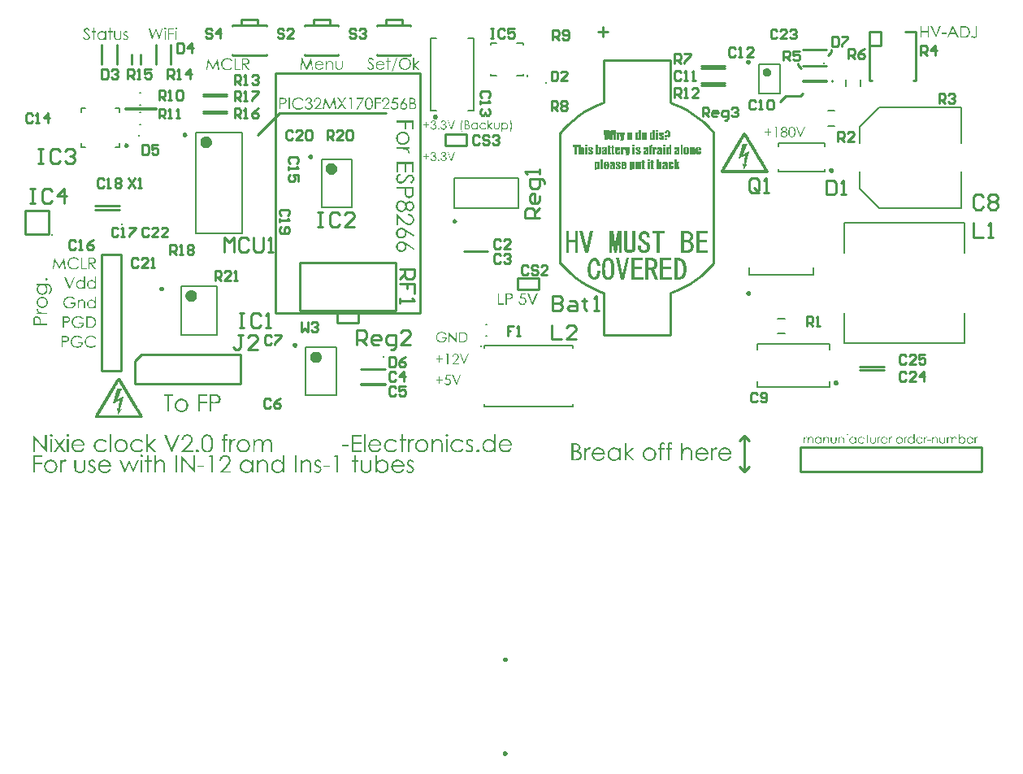
<source format=gto>
%FSTAX23Y23*%
%MOIN*%
%SFA1B1*%

%IPPOS*%
%ADD10C,0.009843*%
%ADD11C,0.003937*%
%ADD12C,0.023622*%
%ADD13C,0.015748*%
%ADD14C,0.010000*%
%ADD15C,0.007874*%
%LNnixie_board_v2.0-1*%
%LPD*%
G36*
X01502Y03823D02*
Y03823D01*
X01504*
Y03823*
X01505*
Y03822*
Y03822*
X01506*
Y03822*
Y03822*
X01506*
Y03821*
X01506*
Y03821*
Y03821*
X01507*
Y03821*
Y0382*
X01507*
Y0382*
X01508*
Y0382*
Y03819*
Y03819*
Y03819*
X01508*
Y03819*
X01509*
Y03818*
Y03818*
Y03818*
Y03817*
X01509*
Y03817*
X0151*
Y03817*
Y03817*
Y03816*
Y03816*
X0151*
Y03816*
Y03816*
Y03815*
X01511*
Y03815*
Y03815*
X01511*
Y03814*
Y03814*
Y03814*
X01512*
Y03814*
Y03813*
Y03813*
X01512*
Y03813*
Y03813*
X01512*
Y03812*
Y03812*
Y03812*
X01513*
Y03811*
Y03811*
Y03811*
Y03811*
X01513*
Y0381*
X01514*
Y0381*
Y0381*
Y03809*
Y03809*
X01514*
Y03809*
Y03809*
Y03808*
X01515*
Y03808*
Y03808*
X01515*
Y03808*
Y03807*
Y03807*
X01516*
Y03807*
Y03806*
Y03806*
X01516*
Y03806*
Y03806*
X01517*
Y03805*
Y03805*
Y03805*
X01517*
Y03805*
Y03804*
Y03804*
Y03804*
X01517*
Y03803*
X01518*
Y03803*
Y03803*
Y03803*
Y03802*
X01519*
Y03802*
Y03802*
Y03801*
X01519*
Y03801*
Y03801*
Y03801*
X01519*
Y038*
Y038*
X0152*
Y038*
Y038*
Y03799*
X0152*
Y03799*
Y03799*
X01521*
Y03798*
Y03798*
Y03798*
X01521*
Y03798*
Y03797*
Y03797*
Y03797*
X01522*
Y03796*
X01522*
Y03796*
Y03796*
Y03796*
Y03795*
X01523*
Y03795*
Y03795*
Y03795*
X01523*
Y03794*
Y03794*
X01524*
Y03794*
Y03793*
Y03793*
X01524*
Y03793*
Y03793*
Y03792*
X01524*
Y03792*
Y03792*
X01525*
Y03792*
Y03791*
Y03791*
X01525*
Y03791*
Y0379*
Y0379*
Y0379*
X01526*
Y0379*
X01526*
Y03789*
Y03789*
Y03789*
Y03788*
X01527*
Y03788*
Y03788*
Y03788*
X01527*
Y03787*
Y03787*
X01528*
Y03787*
Y03787*
Y03786*
X01528*
Y03786*
Y03786*
Y03785*
X01528*
Y03785*
Y03785*
X01529*
Y03785*
Y03784*
Y03784*
X0153*
Y03784*
Y03784*
Y03783*
Y03783*
X0153*
Y03783*
X0153*
Y03782*
Y03782*
Y03782*
Y03782*
X01531*
Y03781*
Y03781*
Y03781*
X01531*
Y0378*
Y0378*
X01532*
Y0378*
Y0378*
Y03779*
X01532*
Y03779*
Y03779*
Y03779*
X01533*
Y03778*
Y03778*
X01533*
Y03778*
Y03777*
Y03777*
X01534*
Y03777*
Y03777*
Y03776*
Y03776*
X01534*
Y03776*
X01535*
Y03775*
Y03775*
Y03775*
Y03775*
X01535*
Y03774*
Y03774*
Y03774*
X01535*
Y03774*
Y03773*
X01536*
Y03773*
Y03773*
Y03772*
X01537*
Y03772*
Y03772*
Y03772*
X01537*
Y03771*
Y03771*
X01537*
Y03771*
Y03771*
Y0377*
X01538*
Y0377*
Y0377*
Y03769*
Y03769*
X01538*
Y03769*
X01539*
Y03769*
Y03768*
Y03768*
Y03768*
X01539*
Y03767*
Y03767*
Y03767*
X0154*
Y03767*
Y03766*
X0154*
Y03766*
Y03766*
Y03766*
X01541*
Y03765*
Y03765*
Y03765*
X01541*
Y03764*
Y03764*
X01541*
Y03764*
Y03764*
Y03763*
X01542*
Y03763*
Y03763*
Y03763*
Y03762*
X01542*
Y03762*
X01543*
Y03762*
Y03761*
Y03761*
Y03761*
X01543*
Y03761*
Y0376*
Y0376*
X01544*
Y0376*
Y03759*
X01544*
Y03759*
Y03759*
Y03759*
X01545*
Y03758*
Y03758*
Y03758*
X01545*
Y03758*
Y03757*
X01546*
Y03757*
Y03757*
Y03756*
X01546*
Y03756*
Y03756*
Y03756*
Y03755*
X01546*
Y03755*
X01547*
Y03755*
Y03754*
Y03754*
Y03754*
X01548*
Y03754*
Y03753*
Y03753*
X01548*
Y03753*
Y03753*
X01548*
Y03752*
Y03752*
Y03752*
X01549*
Y03751*
Y03751*
Y03751*
X01549*
Y03751*
Y0375*
X0155*
Y0375*
Y0375*
Y0375*
X0155*
Y03749*
Y03749*
Y03749*
Y03748*
X01551*
Y03748*
X01551*
Y03748*
Y03748*
Y03747*
Y03747*
X01552*
Y03747*
Y03746*
Y03746*
X01552*
Y03746*
Y03746*
X01553*
Y03745*
Y03745*
Y03745*
X01553*
Y03745*
Y03744*
Y03744*
X01553*
Y03744*
Y03743*
X01554*
Y03743*
Y03743*
Y03743*
X01554*
Y03742*
Y03742*
Y03742*
Y03742*
X01555*
Y03741*
X01555*
Y03741*
Y03741*
Y0374*
Y0374*
X01556*
Y0374*
Y0374*
Y03739*
X01556*
Y03739*
Y03739*
X01557*
Y03738*
Y03738*
Y03738*
X01557*
Y03738*
Y03737*
Y03737*
X01558*
Y03737*
Y03737*
X01558*
Y03736*
Y03736*
Y03736*
X01559*
Y03735*
Y03735*
Y03735*
Y03735*
X01559*
Y03734*
X01559*
Y03734*
Y03734*
Y03734*
Y03733*
X0156*
Y03733*
Y03733*
Y03732*
X0156*
Y03732*
Y03732*
X01561*
Y03732*
Y03731*
Y03731*
X01561*
Y03731*
Y0373*
Y0373*
X01562*
Y0373*
Y0373*
X01562*
Y03729*
Y03729*
Y03729*
X01563*
Y03729*
Y03728*
Y03728*
Y03728*
X01563*
Y03727*
X01564*
Y03727*
Y03727*
Y03727*
Y03726*
X01564*
Y03726*
Y03726*
Y03725*
X01564*
Y03725*
Y03725*
Y03725*
X01565*
Y03724*
Y03724*
X01566*
Y03724*
Y03724*
Y03723*
X01566*
Y03723*
Y03723*
X01566*
Y03722*
Y03722*
Y03722*
X01567*
Y03722*
Y03721*
Y03721*
Y03721*
X01567*
Y03721*
X01568*
Y0372*
Y0372*
Y0372*
Y03719*
X01568*
Y03719*
Y03719*
Y03719*
X01569*
Y03718*
Y03718*
X01569*
Y03718*
Y03717*
Y03717*
X0157*
Y03717*
Y03717*
Y03716*
X0157*
Y03716*
Y03716*
X0157*
Y03716*
Y03715*
Y03715*
X01571*
Y03715*
Y03714*
Y03714*
Y03714*
X01571*
Y03714*
Y03713*
Y03713*
X01572*
Y03713*
Y03713*
X01572*
Y03712*
Y03712*
Y03712*
X01573*
Y03711*
Y03711*
Y03711*
X01573*
Y03711*
Y0371*
X01574*
Y0371*
Y0371*
Y03709*
X01574*
Y03709*
Y03709*
X01575*
Y03709*
Y03708*
Y03708*
X01575*
Y03708*
Y03708*
Y03707*
Y03707*
X01575*
Y03707*
Y03706*
Y03706*
X01576*
Y03706*
Y03706*
X01577*
Y03705*
Y03705*
Y03705*
X01577*
Y03704*
Y03704*
Y03704*
X01577*
Y03704*
Y03703*
X01578*
Y03703*
Y03703*
Y03703*
X01578*
Y03702*
Y03702*
Y03702*
Y03701*
X01579*
Y03701*
X01579*
Y03701*
Y03701*
Y037*
Y037*
X0158*
Y037*
Y037*
Y03699*
X0158*
Y03699*
Y03699*
X01581*
Y03698*
Y03698*
Y03698*
X01581*
Y03698*
Y03697*
X01582*
Y03697*
Y03697*
Y03696*
X01582*
Y03696*
Y03696*
Y03696*
X01582*
Y03695*
Y03695*
Y03695*
Y03695*
X01583*
Y03694*
X01583*
Y03694*
Y03694*
Y03693*
Y03693*
X01584*
Y03693*
Y03693*
Y03692*
X01584*
Y03692*
Y03692*
X01585*
Y03692*
Y03691*
Y03691*
X01585*
Y03691*
Y0369*
Y0369*
X01586*
Y0369*
Y0369*
X01586*
Y03689*
Y03689*
Y03689*
X01587*
Y03688*
Y03688*
Y03688*
Y03688*
X01587*
Y03687*
X01588*
Y03687*
Y03687*
Y03687*
Y03686*
X01588*
Y03686*
Y03686*
Y03685*
X01588*
Y03685*
Y03685*
X01589*
Y03685*
Y03684*
Y03684*
X01589*
Y03684*
Y03683*
Y03683*
X0159*
Y03683*
Y03683*
Y03682*
Y03682*
X0159*
Y03682*
X01591*
Y03682*
Y03681*
Y03681*
Y03681*
X01591*
Y0368*
Y0368*
Y0368*
X01592*
Y0368*
Y03679*
X01592*
Y03679*
Y03679*
Y03679*
X01593*
Y03678*
Y03678*
Y03678*
X01593*
Y03677*
Y03677*
X01593*
Y03677*
Y03677*
Y03676*
X01594*
Y03676*
Y03676*
Y03675*
Y03675*
X01595*
Y03675*
X01595*
Y03675*
Y03674*
Y03674*
Y03674*
X01595*
Y03674*
Y03673*
Y03673*
X01596*
Y03673*
Y03672*
Y03672*
X01596*
Y03672*
Y03672*
X01597*
Y03671*
Y03671*
Y03671*
X01597*
Y03671*
Y0367*
Y0367*
Y0367*
X01598*
Y03669*
Y03669*
Y03669*
X01598*
Y03669*
Y03668*
Y03668*
Y03668*
Y03667*
Y03667*
Y03667*
X01599*
Y03667*
Y03666*
Y03666*
Y03666*
Y03666*
Y03665*
Y03665*
Y03665*
Y03664*
Y03664*
X01598*
Y03664*
Y03664*
Y03663*
Y03663*
Y03663*
Y03662*
X01598*
Y03662*
Y03662*
Y03662*
Y03661*
X01597*
Y03661*
Y03661*
Y03661*
X01597*
Y0366*
Y0366*
X01596*
Y0366*
X01596*
Y03659*
Y03659*
X01595*
Y03659*
Y03659*
X01595*
Y03658*
X01593*
Y03658*
Y03658*
X01408*
Y03658*
Y03658*
X01407*
Y03659*
X01407*
Y03659*
Y03659*
X01406*
Y03659*
Y0366*
X01406*
Y0366*
X01405*
Y0366*
Y03661*
X01405*
Y03661*
Y03661*
X01404*
Y03661*
Y03662*
Y03662*
X01404*
Y03662*
Y03662*
Y03663*
X01403*
Y03663*
Y03663*
Y03664*
Y03664*
Y03664*
X01403*
Y03664*
Y03665*
Y03665*
Y03665*
Y03666*
Y03666*
Y03666*
Y03666*
Y03667*
Y03667*
Y03667*
Y03667*
Y03668*
Y03668*
X01403*
Y03668*
Y03669*
Y03669*
Y03669*
Y03669*
Y0367*
X01404*
Y0367*
Y0367*
Y03671*
Y03671*
X01404*
Y03671*
X01405*
Y03671*
Y03672*
Y03672*
Y03672*
X01405*
Y03672*
Y03673*
Y03673*
X01406*
Y03673*
Y03674*
X01406*
Y03674*
Y03674*
Y03674*
X01407*
Y03675*
Y03675*
Y03675*
X01407*
Y03675*
Y03676*
X01407*
Y03676*
Y03676*
Y03677*
X01408*
Y03677*
Y03677*
Y03677*
Y03678*
X01408*
Y03678*
X01409*
Y03678*
Y03679*
Y03679*
Y03679*
X01409*
Y03679*
Y0368*
Y0368*
X0141*
Y0368*
Y0368*
Y03681*
X0141*
Y03681*
Y03681*
X01411*
Y03682*
Y03682*
Y03682*
X01411*
Y03682*
Y03683*
Y03683*
Y03683*
X01412*
Y03683*
X01412*
Y03684*
Y03684*
Y03684*
Y03685*
X01412*
Y03685*
Y03685*
Y03685*
X01413*
Y03686*
Y03686*
Y03686*
X01414*
Y03687*
Y03687*
X01414*
Y03687*
Y03687*
Y03688*
X01414*
Y03688*
Y03688*
X01415*
Y03688*
Y03689*
Y03689*
X01415*
Y03689*
Y0369*
Y0369*
Y0369*
X01416*
Y0369*
Y03691*
Y03691*
X01416*
Y03691*
Y03692*
X01417*
Y03692*
Y03692*
Y03692*
X01417*
Y03693*
Y03693*
Y03693*
X01418*
Y03693*
Y03694*
X01418*
Y03694*
Y03694*
Y03695*
X01419*
Y03695*
Y03695*
Y03695*
Y03696*
X01419*
Y03696*
Y03696*
Y03696*
X01419*
Y03697*
Y03697*
X0142*
Y03697*
Y03698*
Y03698*
X0142*
Y03698*
Y03698*
Y03699*
X01421*
Y03699*
Y03699*
X01421*
Y037*
Y037*
Y037*
X01422*
Y037*
Y03701*
Y03701*
Y03701*
X01422*
Y03701*
X01423*
Y03702*
Y03702*
Y03702*
Y03703*
X01423*
Y03703*
Y03703*
Y03703*
X01424*
Y03704*
Y03704*
Y03704*
X01424*
Y03704*
Y03705*
X01425*
Y03705*
Y03705*
Y03706*
X01425*
Y03706*
Y03706*
Y03706*
Y03707*
X01425*
Y03707*
X01426*
Y03707*
Y03708*
Y03708*
Y03708*
X01426*
Y03708*
Y03709*
Y03709*
X01427*
Y03709*
Y03709*
X01427*
Y0371*
Y0371*
Y0371*
X01428*
Y03711*
Y03711*
Y03711*
X01428*
Y03711*
Y03712*
X01429*
Y03712*
Y03712*
Y03713*
X01429*
Y03713*
Y03713*
Y03713*
Y03714*
X0143*
Y03714*
X0143*
Y03714*
Y03714*
Y03715*
Y03715*
X0143*
Y03715*
Y03716*
Y03716*
X01431*
Y03716*
Y03716*
Y03717*
X01432*
Y03717*
Y03717*
X01432*
Y03717*
Y03718*
Y03718*
X01432*
Y03718*
Y03719*
Y03719*
Y03719*
X01433*
Y03719*
X01433*
Y0372*
Y0372*
Y0372*
Y03721*
X01434*
Y03721*
Y03721*
Y03721*
X01434*
Y03722*
Y03722*
X01435*
Y03722*
Y03722*
Y03723*
X01435*
Y03723*
Y03723*
Y03724*
X01436*
Y03724*
Y03724*
X01436*
Y03724*
Y03725*
Y03725*
X01436*
Y03725*
Y03725*
Y03726*
Y03726*
X01437*
Y03726*
X01437*
Y03727*
Y03727*
Y03727*
Y03727*
X01438*
Y03728*
Y03728*
Y03728*
X01438*
Y03729*
Y03729*
Y03729*
X01439*
Y03729*
Y0373*
X01439*
Y0373*
Y0373*
Y0373*
X0144*
Y03731*
Y03731*
Y03731*
Y03732*
X0144*
Y03732*
X01441*
Y03732*
Y03732*
Y03733*
Y03733*
X01441*
Y03733*
X01441*
Y03734*
Y03734*
Y03734*
Y03734*
X01442*
Y03735*
Y03735*
Y03735*
X01443*
Y03735*
Y03736*
Y03736*
X01443*
Y03736*
Y03737*
X01443*
Y03737*
Y03737*
Y03737*
X01444*
Y03738*
Y03738*
Y03738*
Y03738*
X01444*
Y03739*
X01445*
Y03739*
Y03739*
Y0374*
Y0374*
X01445*
Y0374*
Y0374*
Y03741*
X01446*
Y03741*
Y03741*
Y03742*
X01446*
Y03742*
Y03742*
X01447*
Y03742*
Y03743*
Y03743*
X01447*
Y03743*
Y03743*
Y03744*
Y03744*
X01448*
Y03744*
X01448*
Y03745*
Y03745*
Y03745*
Y03745*
X01448*
Y03746*
Y03746*
Y03746*
X01449*
Y03746*
Y03747*
X01449*
Y03747*
Y03747*
Y03748*
X0145*
Y03748*
Y03748*
Y03748*
X0145*
Y03749*
Y03749*
X01451*
Y03749*
Y0375*
Y0375*
X01451*
Y0375*
Y0375*
Y03751*
Y03751*
X01452*
Y03751*
Y03751*
Y03752*
X01452*
Y03752*
Y03752*
X01453*
Y03753*
Y03753*
Y03753*
X01453*
Y03753*
Y03754*
Y03754*
X01454*
Y03754*
Y03754*
X01454*
Y03755*
Y03755*
Y03755*
X01454*
Y03756*
Y03756*
Y03756*
Y03756*
X01455*
Y03757*
X01455*
Y03757*
Y03757*
Y03758*
Y03758*
X01456*
Y03758*
Y03758*
Y03759*
X01456*
Y03759*
Y03759*
X01457*
Y03759*
Y0376*
Y0376*
X01457*
Y0376*
Y03761*
Y03761*
X01458*
Y03761*
Y03761*
X01458*
Y03762*
Y03762*
Y03762*
X01459*
Y03763*
Y03763*
Y03763*
Y03763*
X01459*
Y03764*
X01459*
Y03764*
Y03764*
Y03764*
Y03765*
X0146*
Y03765*
Y03765*
Y03766*
X01461*
Y03766*
Y03766*
Y03766*
X01461*
Y03767*
Y03767*
X01461*
Y03767*
Y03767*
Y03768*
X01462*
Y03768*
Y03768*
Y03769*
Y03769*
X01462*
Y03769*
X01463*
Y03769*
Y0377*
Y0377*
Y0377*
X01463*
Y03771*
Y03771*
Y03771*
X01464*
Y03771*
Y03772*
X01464*
Y03772*
Y03772*
Y03772*
X01465*
Y03773*
Y03773*
Y03773*
X01465*
Y03774*
Y03774*
X01466*
Y03774*
Y03774*
Y03775*
X01466*
Y03775*
Y03775*
Y03775*
Y03776*
X01466*
Y03776*
Y03776*
Y03777*
X01467*
Y03777*
Y03777*
X01467*
Y03777*
Y03778*
Y03778*
X01468*
Y03778*
Y03779*
Y03779*
X01468*
Y03779*
Y03779*
X01469*
Y0378*
Y0378*
Y0378*
X01469*
Y0378*
Y03781*
Y03781*
Y03781*
X0147*
Y03782*
X0147*
Y03782*
Y03782*
Y03782*
Y03783*
X0147*
Y03783*
Y03783*
Y03784*
X01471*
Y03784*
Y03784*
X01472*
Y03784*
Y03785*
Y03785*
X01472*
Y03785*
Y03785*
Y03786*
X01472*
Y03786*
Y03786*
X01473*
Y03787*
Y03787*
Y03787*
X01473*
Y03787*
Y03788*
Y03788*
Y03788*
X01474*
Y03788*
Y03789*
Y03789*
X01474*
Y03789*
Y0379*
X01475*
Y0379*
Y0379*
Y0379*
X01475*
Y03791*
Y03791*
Y03791*
X01476*
Y03792*
Y03792*
X01476*
Y03792*
Y03792*
Y03793*
X01477*
Y03793*
Y03793*
Y03793*
Y03794*
X01477*
Y03794*
X01477*
Y03794*
Y03795*
Y03795*
Y03795*
X01478*
Y03795*
Y03796*
Y03796*
X01478*
Y03796*
Y03796*
Y03797*
X01479*
Y03797*
Y03797*
X01479*
Y03798*
Y03798*
Y03798*
X0148*
Y03798*
Y03799*
Y03799*
Y03799*
X0148*
Y038*
X01481*
Y038*
Y038*
Y038*
Y03801*
X01481*
Y03801*
Y03801*
Y03801*
X01482*
Y03802*
Y03802*
X01482*
Y03802*
Y03803*
Y03803*
X01483*
Y03803*
Y03803*
Y03804*
X01483*
Y03804*
Y03804*
X01483*
Y03805*
Y03805*
Y03805*
X01484*
Y03805*
Y03806*
Y03806*
Y03806*
X01484*
Y03806*
X01485*
Y03807*
Y03807*
Y03807*
Y03808*
X01485*
Y03808*
Y03808*
Y03808*
X01486*
Y03809*
Y03809*
X01486*
Y03809*
Y03809*
Y0381*
X01487*
Y0381*
Y0381*
Y03811*
X01487*
Y03811*
Y03811*
X01488*
Y03811*
Y03812*
Y03812*
X01488*
Y03812*
Y03813*
X01488*
Y03813*
Y03813*
Y03813*
X01489*
Y03814*
Y03814*
Y03814*
Y03814*
X0149*
Y03815*
X0149*
Y03815*
Y03815*
Y03816*
Y03816*
X0149*
Y03816*
X01491*
Y03816*
Y03817*
Y03817*
Y03817*
X01491*
Y03817*
X01492*
Y03818*
Y03818*
X01492*
Y03818*
Y03819*
Y03819*
X01493*
Y03819*
Y03819*
X01493*
Y0382*
Y0382*
Y0382*
X01494*
Y03821*
Y03821*
X01494*
Y03821*
Y03821*
X01495*
Y03822*
X01495*
Y03822*
Y03822*
X01496*
Y03822*
Y03823*
X01497*
Y03823*
X01498*
Y03823*
Y03824*
X01502*
Y03823*
G37*
G36*
X04069Y04828D02*
Y04828D01*
X0407*
Y04828*
X04071*
Y04827*
Y04827*
X04072*
Y04827*
Y04826*
X04073*
Y04826*
X04073*
Y04826*
Y04826*
X04074*
Y04825*
Y04825*
X04074*
Y04825*
X04074*
Y04825*
Y04824*
Y04824*
Y04824*
X04075*
Y04823*
X04076*
Y04823*
Y04823*
Y04823*
Y04822*
X04076*
Y04822*
X04076*
Y04822*
Y04821*
Y04821*
Y04821*
X04077*
Y04821*
Y0482*
Y0482*
X04077*
Y0482*
Y0482*
X04078*
Y04819*
Y04819*
Y04819*
X04078*
Y04818*
Y04818*
Y04818*
X04079*
Y04818*
Y04817*
X04079*
Y04817*
Y04817*
Y04817*
X0408*
Y04816*
Y04816*
Y04816*
Y04815*
X0408*
Y04815*
X04081*
Y04815*
Y04815*
Y04814*
Y04814*
X04081*
Y04814*
Y04813*
Y04813*
X04081*
Y04813*
Y04813*
X04082*
Y04812*
Y04812*
Y04812*
X04083*
Y04812*
Y04811*
Y04811*
X04083*
Y04811*
Y0481*
X04083*
Y0481*
Y0481*
Y0481*
X04084*
Y04809*
Y04809*
Y04809*
Y04809*
X04084*
Y04808*
X04085*
Y04808*
Y04808*
Y04807*
Y04807*
X04085*
Y04807*
Y04807*
Y04806*
X04086*
Y04806*
Y04806*
Y04805*
X04086*
Y04805*
Y04805*
X04087*
Y04805*
Y04804*
Y04804*
X04087*
Y04804*
Y04804*
X04087*
Y04803*
Y04803*
Y04803*
X04088*
Y04802*
Y04802*
Y04802*
Y04802*
X04088*
Y04801*
X04089*
Y04801*
Y04801*
Y048*
Y048*
X04089*
Y048*
Y048*
Y04799*
X0409*
Y04799*
Y04799*
X0409*
Y04799*
Y04798*
Y04798*
X04091*
Y04798*
Y04797*
Y04797*
X04091*
Y04797*
Y04797*
X04092*
Y04796*
Y04796*
Y04796*
X04092*
Y04796*
Y04795*
Y04795*
Y04795*
X04092*
Y04794*
X04093*
Y04794*
Y04794*
Y04794*
Y04793*
X04094*
Y04793*
Y04793*
Y04792*
X04094*
Y04792*
Y04792*
X04094*
Y04792*
Y04791*
Y04791*
X04095*
Y04791*
Y04791*
Y0479*
X04095*
Y0479*
Y0479*
X04096*
Y04789*
Y04789*
Y04789*
X04096*
Y04789*
Y04788*
Y04788*
Y04788*
X04097*
Y04788*
X04097*
Y04787*
Y04787*
Y04787*
Y04786*
X04098*
Y04786*
Y04786*
Y04786*
X04098*
Y04785*
Y04785*
X04099*
Y04785*
Y04784*
Y04784*
X04099*
Y04784*
Y04784*
Y04783*
X04099*
Y04783*
Y04783*
X041*
Y04783*
Y04782*
Y04782*
X041*
Y04782*
Y04781*
Y04781*
Y04781*
X04101*
Y04781*
X04101*
Y0478*
Y0478*
Y0478*
Y04779*
X04102*
Y04779*
Y04779*
Y04779*
X04102*
Y04778*
Y04778*
X04103*
Y04778*
Y04778*
Y04777*
X04103*
Y04777*
Y04777*
Y04776*
X04104*
Y04776*
Y04776*
X04104*
Y04776*
Y04775*
Y04775*
X04105*
Y04775*
Y04775*
Y04774*
Y04774*
X04105*
Y04774*
X04105*
Y04773*
Y04773*
Y04773*
Y04773*
X04106*
Y04772*
Y04772*
Y04772*
X04106*
Y04771*
Y04771*
X04107*
Y04771*
Y04771*
Y0477*
X04107*
Y0477*
Y0477*
Y0477*
X04108*
Y04769*
Y04769*
X04108*
Y04769*
Y04768*
Y04768*
X04109*
Y04768*
Y04768*
Y04767*
Y04767*
X04109*
Y04767*
X0411*
Y04767*
Y04766*
Y04766*
Y04766*
X0411*
Y04765*
Y04765*
Y04765*
X0411*
Y04765*
Y04764*
X04111*
Y04764*
Y04764*
Y04763*
X04112*
Y04763*
Y04763*
Y04763*
X04112*
Y04762*
Y04762*
X04112*
Y04762*
Y04762*
Y04761*
X04113*
Y04761*
Y04761*
Y0476*
Y0476*
X04113*
Y0476*
X04114*
Y0476*
Y04759*
Y04759*
Y04759*
X04114*
Y04758*
Y04758*
Y04758*
X04115*
Y04758*
Y04757*
X04115*
Y04757*
Y04757*
Y04757*
X04116*
Y04756*
Y04756*
Y04756*
X04116*
Y04755*
Y04755*
X04116*
Y04755*
Y04755*
Y04754*
X04117*
Y04754*
Y04754*
Y04754*
Y04753*
X04117*
Y04753*
X04118*
Y04753*
Y04752*
Y04752*
Y04752*
X04118*
Y04752*
Y04751*
Y04751*
X04119*
Y04751*
Y0475*
X04119*
Y0475*
Y0475*
Y0475*
X0412*
Y04749*
Y04749*
Y04749*
X0412*
Y04749*
Y04748*
X04121*
Y04748*
Y04748*
Y04747*
X04121*
Y04747*
Y04747*
Y04747*
Y04746*
X04121*
Y04746*
X04122*
Y04746*
Y04746*
Y04745*
Y04745*
X04123*
Y04745*
Y04744*
Y04744*
X04123*
Y04744*
Y04744*
X04123*
Y04743*
Y04743*
Y04743*
X04124*
Y04742*
Y04742*
Y04742*
X04124*
Y04742*
Y04741*
X04125*
Y04741*
Y04741*
Y04741*
X04125*
Y0474*
Y0474*
Y0474*
Y04739*
X04126*
Y04739*
X04126*
Y04739*
Y04739*
Y04738*
Y04738*
X04127*
Y04738*
Y04737*
Y04737*
X04127*
Y04737*
Y04737*
X04128*
Y04736*
Y04736*
Y04736*
X04128*
Y04736*
Y04735*
Y04735*
X04128*
Y04735*
Y04734*
X04129*
Y04734*
Y04734*
Y04734*
X04129*
Y04733*
Y04733*
Y04733*
Y04733*
X0413*
Y04732*
X0413*
Y04732*
Y04732*
Y04731*
Y04731*
X04131*
Y04731*
Y04731*
Y0473*
X04131*
Y0473*
Y0473*
Y04729*
X04132*
Y04729*
Y04729*
X04132*
Y04729*
Y04728*
Y04728*
X04133*
Y04728*
Y04728*
X04133*
Y04727*
Y04727*
Y04727*
X04134*
Y04726*
Y04726*
Y04726*
Y04726*
X04134*
Y04725*
X04134*
Y04725*
Y04725*
Y04725*
Y04724*
X04135*
Y04724*
Y04724*
Y04723*
X04135*
Y04723*
Y04723*
X04136*
Y04723*
Y04722*
Y04722*
X04136*
Y04722*
Y04721*
Y04721*
X04137*
Y04721*
Y04721*
X04137*
Y0472*
Y0472*
Y0472*
X04138*
Y0472*
Y04719*
Y04719*
Y04719*
X04138*
Y04718*
Y04718*
Y04718*
X04139*
Y04718*
Y04717*
X04139*
Y04717*
Y04717*
Y04716*
X04139*
Y04716*
Y04716*
Y04716*
X0414*
Y04715*
Y04715*
X04141*
Y04715*
Y04715*
Y04714*
X04141*
Y04714*
Y04714*
X04141*
Y04713*
Y04713*
Y04713*
X04142*
Y04713*
Y04712*
Y04712*
Y04712*
X04142*
Y04712*
Y04711*
Y04711*
X04143*
Y04711*
Y0471*
X04143*
Y0471*
Y0471*
Y0471*
X04144*
Y04709*
Y04709*
Y04709*
X04144*
Y04708*
Y04708*
X04145*
Y04708*
Y04708*
Y04707*
X04145*
Y04707*
Y04707*
Y04707*
Y04706*
X04145*
Y04706*
X04146*
Y04706*
Y04705*
Y04705*
Y04705*
X04146*
Y04705*
Y04704*
Y04704*
X04147*
Y04704*
Y04704*
X04147*
Y04703*
Y04703*
Y04703*
X04148*
Y04702*
Y04702*
X04148*
Y04702*
Y04702*
Y04701*
X04149*
Y04701*
Y04701*
Y047*
X04149*
Y047*
Y047*
Y047*
Y04699*
X0415*
Y04699*
X0415*
Y04699*
Y04699*
Y04698*
Y04698*
X0415*
Y04698*
Y04697*
Y04697*
X04151*
Y04697*
Y04697*
X04152*
Y04696*
Y04696*
Y04696*
X04152*
Y04696*
Y04695*
Y04695*
X04152*
Y04695*
Y04694*
X04153*
Y04694*
Y04694*
Y04694*
X04153*
Y04693*
Y04693*
Y04693*
Y04692*
X04154*
Y04692*
X04154*
Y04692*
Y04692*
Y04691*
Y04691*
X04155*
Y04691*
Y04691*
Y0469*
X04155*
Y0469*
Y0469*
X04156*
Y04689*
Y04689*
Y04689*
X04156*
Y04689*
Y04688*
Y04688*
X04157*
Y04688*
Y04687*
Y04687*
Y04687*
X04157*
Y04687*
X04157*
Y04686*
Y04686*
Y04686*
Y04686*
X04158*
Y04685*
Y04685*
Y04685*
X04158*
Y04684*
Y04684*
X04159*
Y04684*
Y04684*
Y04683*
X04159*
Y04683*
Y04683*
Y04683*
X0416*
Y04682*
Y04682*
X0416*
Y04682*
Y04681*
Y04681*
X04161*
Y04681*
Y04681*
Y0468*
Y0468*
X04161*
Y0468*
X04162*
Y04679*
Y04679*
Y04679*
Y04679*
X04162*
Y04678*
Y04678*
Y04678*
X04163*
Y04678*
Y04677*
Y04677*
X04163*
Y04677*
Y04676*
X04163*
Y04676*
Y04676*
Y04676*
X04164*
Y04675*
Y04675*
Y04675*
Y04675*
X04164*
Y04674*
Y04674*
Y04674*
X04165*
Y04673*
Y04673*
Y04673*
Y04673*
Y04672*
Y04672*
Y04672*
X04165*
Y04671*
Y04671*
Y04671*
Y04671*
Y0467*
Y0467*
Y0467*
Y0467*
Y04669*
Y04669*
X04165*
Y04669*
Y04668*
Y04668*
Y04668*
Y04668*
Y04667*
X04164*
Y04667*
Y04667*
Y04666*
Y04666*
X04164*
Y04666*
Y04666*
Y04665*
X04163*
Y04665*
Y04665*
X04163*
Y04665*
X04163*
Y04664*
Y04664*
X04162*
Y04664*
Y04663*
X04161*
Y04663*
X0416*
Y04663*
Y04663*
X03975*
Y04663*
Y04663*
X03974*
Y04663*
X03973*
Y04664*
Y04664*
X03973*
Y04664*
Y04665*
X03972*
Y04665*
X03972*
Y04665*
Y04665*
X03971*
Y04666*
Y04666*
X03971*
Y04666*
Y04666*
Y04667*
X03971*
Y04667*
Y04667*
Y04668*
X0397*
Y04668*
Y04668*
Y04668*
Y04669*
Y04669*
X0397*
Y04669*
Y0467*
Y0467*
Y0467*
Y0467*
Y04671*
Y04671*
Y04671*
Y04671*
Y04672*
Y04672*
Y04672*
Y04673*
Y04673*
X0397*
Y04673*
Y04673*
Y04674*
Y04674*
Y04674*
Y04675*
X03971*
Y04675*
Y04675*
Y04675*
Y04676*
X03971*
Y04676*
X03971*
Y04676*
Y04676*
Y04677*
Y04677*
X03972*
Y04677*
Y04678*
Y04678*
X03972*
Y04678*
Y04678*
X03973*
Y04679*
Y04679*
Y04679*
X03973*
Y04679*
Y0468*
Y0468*
X03974*
Y0468*
Y04681*
X03974*
Y04681*
Y04681*
Y04681*
X03975*
Y04682*
Y04682*
Y04682*
Y04683*
X03975*
Y04683*
X03976*
Y04683*
Y04683*
Y04684*
Y04684*
X03976*
Y04684*
Y04684*
Y04685*
X03976*
Y04685*
Y04685*
Y04686*
X03977*
Y04686*
Y04686*
X03978*
Y04686*
Y04687*
Y04687*
X03978*
Y04687*
Y04687*
Y04688*
Y04688*
X03978*
Y04688*
X03979*
Y04689*
Y04689*
Y04689*
Y04689*
X03979*
Y0469*
Y0469*
Y0469*
X0398*
Y04691*
Y04691*
Y04691*
X0398*
Y04691*
Y04692*
X03981*
Y04692*
Y04692*
Y04692*
X03981*
Y04693*
Y04693*
X03982*
Y04693*
Y04694*
Y04694*
X03982*
Y04694*
Y04694*
Y04695*
Y04695*
X03982*
Y04695*
Y04696*
Y04696*
X03983*
Y04696*
Y04696*
X03983*
Y04697*
Y04697*
Y04697*
X03984*
Y04697*
Y04698*
Y04698*
X03984*
Y04698*
Y04699*
X03985*
Y04699*
Y04699*
Y04699*
X03985*
Y047*
Y047*
Y047*
Y047*
X03986*
Y04701*
Y04701*
Y04701*
X03986*
Y04702*
Y04702*
X03987*
Y04702*
Y04702*
Y04703*
X03987*
Y04703*
Y04703*
Y04704*
X03987*
Y04704*
Y04704*
X03988*
Y04704*
Y04705*
Y04705*
X03989*
Y04705*
Y04705*
Y04706*
Y04706*
X03989*
Y04706*
X03989*
Y04707*
Y04707*
Y04707*
Y04707*
X0399*
Y04708*
Y04708*
Y04708*
X0399*
Y04708*
Y04709*
Y04709*
X03991*
Y04709*
Y0471*
X03991*
Y0471*
Y0471*
Y0471*
X03992*
Y04711*
Y04711*
Y04711*
Y04712*
X03992*
Y04712*
X03993*
Y04712*
Y04712*
Y04713*
Y04713*
X03993*
Y04713*
Y04713*
Y04714*
X03994*
Y04714*
Y04714*
X03994*
Y04715*
Y04715*
Y04715*
X03994*
Y04715*
Y04716*
Y04716*
X03995*
Y04716*
Y04716*
X03995*
Y04717*
Y04717*
Y04717*
X03996*
Y04718*
Y04718*
Y04718*
Y04718*
X03996*
Y04719*
X03997*
Y04719*
Y04719*
Y0472*
Y0472*
X03997*
Y0472*
Y0472*
Y04721*
X03998*
Y04721*
Y04721*
Y04721*
X03998*
Y04722*
Y04722*
X03999*
Y04722*
Y04723*
Y04723*
X03999*
Y04723*
Y04723*
Y04724*
Y04724*
X04*
Y04724*
X04*
Y04725*
Y04725*
Y04725*
Y04725*
X04*
Y04726*
Y04726*
Y04726*
X04001*
Y04726*
Y04727*
X04001*
Y04727*
Y04727*
Y04728*
X04002*
Y04728*
Y04728*
Y04728*
X04002*
Y04729*
Y04729*
X04003*
Y04729*
Y04729*
Y0473*
X04003*
Y0473*
Y0473*
Y04731*
Y04731*
X04004*
Y04731*
X04004*
Y04731*
Y04732*
Y04732*
Y04732*
X04005*
Y04733*
Y04733*
Y04733*
X04005*
Y04733*
Y04734*
Y04734*
X04005*
Y04734*
Y04734*
X04006*
Y04735*
Y04735*
Y04735*
X04007*
Y04736*
Y04736*
Y04736*
Y04736*
X04007*
Y04737*
X04007*
Y04737*
Y04737*
Y04737*
Y04738*
X04008*
Y04738*
X04008*
Y04738*
Y04739*
Y04739*
Y04739*
X04009*
Y04739*
Y0474*
Y0474*
X04009*
Y0474*
Y04741*
Y04741*
X0401*
Y04741*
Y04741*
X0401*
Y04742*
Y04742*
Y04742*
X04011*
Y04742*
Y04743*
Y04743*
Y04743*
X04011*
Y04744*
X04011*
Y04744*
Y04744*
Y04744*
Y04745*
X04012*
Y04745*
Y04745*
Y04746*
X04012*
Y04746*
Y04746*
Y04746*
X04013*
Y04747*
Y04747*
X04013*
Y04747*
Y04747*
Y04748*
X04014*
Y04748*
Y04748*
Y04749*
Y04749*
X04014*
Y04749*
X04015*
Y04749*
Y0475*
Y0475*
Y0475*
X04015*
Y0475*
Y04751*
Y04751*
X04016*
Y04751*
Y04752*
X04016*
Y04752*
Y04752*
Y04752*
X04016*
Y04753*
Y04753*
Y04753*
X04017*
Y04754*
Y04754*
X04018*
Y04754*
Y04754*
Y04755*
X04018*
Y04755*
Y04755*
Y04755*
Y04756*
X04018*
Y04756*
Y04756*
Y04757*
X04019*
Y04757*
Y04757*
X04019*
Y04757*
Y04758*
Y04758*
X0402*
Y04758*
Y04758*
Y04759*
X0402*
Y04759*
Y04759*
X04021*
Y0476*
Y0476*
Y0476*
X04021*
Y0476*
Y04761*
Y04761*
Y04761*
X04022*
Y04762*
X04022*
Y04762*
Y04762*
Y04762*
Y04763*
X04023*
Y04763*
Y04763*
Y04763*
X04023*
Y04764*
Y04764*
X04023*
Y04764*
Y04765*
Y04765*
X04024*
Y04765*
Y04765*
Y04766*
X04024*
Y04766*
Y04766*
X04025*
Y04767*
Y04767*
Y04767*
X04025*
Y04767*
Y04768*
Y04768*
Y04768*
X04026*
Y04768*
X04026*
Y04769*
Y04769*
Y04769*
Y0477*
X04027*
Y0477*
Y0477*
Y0477*
X04027*
Y04771*
Y04771*
Y04771*
X04028*
Y04771*
Y04772*
X04028*
Y04772*
Y04772*
Y04773*
X04029*
Y04773*
Y04773*
Y04773*
Y04774*
X04029*
Y04774*
X04029*
Y04774*
Y04775*
Y04775*
Y04775*
X0403*
Y04775*
Y04776*
Y04776*
X0403*
Y04776*
Y04776*
X04031*
Y04777*
Y04777*
Y04777*
X04031*
Y04778*
Y04778*
Y04778*
X04032*
Y04778*
Y04779*
X04032*
Y04779*
Y04779*
Y04779*
X04033*
Y0478*
Y0478*
Y0478*
Y04781*
X04033*
Y04781*
Y04781*
Y04781*
X04034*
Y04782*
Y04782*
X04034*
Y04782*
Y04783*
Y04783*
X04034*
Y04783*
Y04783*
Y04784*
X04035*
Y04784*
Y04784*
X04036*
Y04784*
Y04785*
Y04785*
X04036*
Y04785*
Y04786*
Y04786*
Y04786*
X04036*
Y04786*
X04037*
Y04787*
Y04787*
Y04787*
Y04788*
X04037*
Y04788*
Y04788*
Y04788*
X04038*
Y04789*
Y04789*
X04038*
Y04789*
Y04789*
Y0479*
X04039*
Y0479*
Y0479*
Y04791*
X04039*
Y04791*
Y04791*
X0404*
Y04791*
Y04792*
Y04792*
X0404*
Y04792*
Y04792*
Y04793*
Y04793*
X04041*
Y04793*
Y04794*
Y04794*
X04041*
Y04794*
Y04794*
X04041*
Y04795*
Y04795*
Y04795*
X04042*
Y04796*
Y04796*
Y04796*
X04042*
Y04796*
Y04797*
X04043*
Y04797*
Y04797*
Y04797*
X04043*
Y04798*
Y04798*
Y04798*
Y04799*
X04044*
Y04799*
X04044*
Y04799*
Y04799*
Y048*
Y048*
X04045*
Y048*
Y048*
Y04801*
X04045*
Y04801*
Y04801*
Y04802*
X04045*
Y04802*
Y04802*
X04046*
Y04802*
Y04803*
Y04803*
X04047*
Y04803*
Y04804*
Y04804*
Y04804*
X04047*
Y04804*
X04047*
Y04805*
Y04805*
Y04805*
Y04805*
X04048*
Y04806*
Y04806*
Y04806*
X04048*
Y04807*
Y04807*
X04049*
Y04807*
Y04807*
Y04808*
X04049*
Y04808*
Y04808*
Y04809*
X0405*
Y04809*
Y04809*
X0405*
Y04809*
Y0481*
Y0481*
X04051*
Y0481*
Y0481*
Y04811*
Y04811*
X04051*
Y04811*
X04052*
Y04812*
Y04812*
Y04812*
Y04812*
X04052*
Y04813*
Y04813*
Y04813*
X04052*
Y04813*
Y04814*
X04053*
Y04814*
Y04814*
Y04815*
X04053*
Y04815*
Y04815*
Y04815*
X04054*
Y04816*
Y04816*
X04054*
Y04816*
Y04817*
Y04817*
X04055*
Y04817*
Y04817*
X04055*
Y04818*
Y04818*
Y04818*
X04056*
Y04818*
Y04819*
Y04819*
Y04819*
X04056*
Y0482*
X04057*
Y0482*
Y0482*
Y0482*
Y04821*
X04057*
Y04821*
X04058*
Y04821*
Y04821*
Y04822*
Y04822*
X04058*
Y04822*
X04058*
Y04823*
Y04823*
X04059*
Y04823*
Y04823*
Y04824*
X04059*
Y04824*
Y04824*
X0406*
Y04825*
Y04825*
Y04825*
X0406*
Y04825*
Y04826*
X04061*
Y04826*
Y04826*
X04061*
Y04826*
X04062*
Y04827*
Y04827*
X04063*
Y04827*
Y04828*
X04063*
Y04828*
X04065*
Y04828*
Y04828*
X04069*
Y04828*
G37*
G36*
X02847Y03594D02*
X02848Y03594D01*
X02848Y03593*
X02849Y03593*
X0285Y03593*
X0285Y03592*
X0285Y03592*
X02851Y03592*
X02851Y03591*
X02851Y03591*
X02851Y0359*
X02852Y0359*
X02852Y03589*
X02852Y03588*
Y03588*
Y03588*
X02852Y03587*
X02852Y03587*
X02852Y03586*
X02851Y03586*
X02851Y03585*
X0285Y03584*
X0285Y03584*
X0285Y03584*
X0285Y03584*
X02849Y03583*
X02849Y03583*
X02848Y03583*
X02847Y03583*
X02846Y03583*
X02846*
X02846Y03583*
X02845Y03583*
X02844Y03583*
X02844Y03583*
X02843Y03584*
X02842Y03584*
X02842Y03584*
X02842Y03585*
X02842Y03585*
X02842Y03585*
X02841Y03586*
X02841Y03587*
X02841Y03587*
X02841Y03588*
Y03588*
Y03589*
X02841Y03589*
X02841Y0359*
X02841Y0359*
X02841Y03591*
X02842Y03591*
X02842Y03592*
X02842Y03592*
X02843Y03592*
X02843Y03593*
X02844Y03593*
X02844Y03593*
X02845Y03594*
X02846Y03594*
X02846Y03594*
X02847*
X02847Y03594*
G37*
G36*
X02708Y03573D02*
X02709Y03573D01*
X02709Y03573*
X02711Y03573*
X02712Y03572*
X02713Y03572*
X02709Y03566*
X02709Y03566*
X02709Y03566*
X02708Y03566*
X02708Y03566*
X02707Y03567*
X02706Y03567*
X02705*
X02704Y03567*
X02704Y03567*
X02703Y03566*
X02701Y03566*
X027Y03565*
X02699Y03564*
X02699Y03564*
X02699Y03564*
X02698Y03563*
X02697Y03562*
X02697Y03561*
X02696Y03559*
X02695Y03557*
X02694Y03555*
Y03555*
X02694Y03555*
Y03555*
X02694Y03555*
X02694Y03554*
X02694Y03553*
X02694Y03552*
X02694Y03551*
X02694Y0355*
X02693Y03549*
X02693Y03548*
X02693Y03546*
X02693Y03544*
Y03542*
X02693Y0354*
Y03537*
Y0352*
X02686*
Y03572*
X02693*
Y03565*
X02693Y03565*
X02693Y03565*
X02694Y03565*
X02694Y03566*
X02695Y03567*
X02696Y03568*
X02697Y03569*
X02698Y0357*
X027Y03571*
X027Y03571*
X027Y03571*
X02701Y03572*
X02702Y03572*
X02703Y03573*
X02704Y03573*
X02705Y03573*
X02707Y03573*
X02707*
X02708Y03573*
G37*
G36*
X02811D02*
X02811D01*
X02812Y03573*
X02814Y03573*
X02815Y03573*
X02817Y03572*
X02819Y03571*
X0282Y0357*
X02821*
X02821Y0357*
X02821Y0357*
X02821Y0357*
X02822Y03569*
X02823Y03568*
X02824Y03567*
X02825Y03566*
X02826Y03564*
X02827Y03562*
Y03562*
X02827Y03562*
X02827Y03562*
X02828Y03561*
X02828Y03561*
X02828Y0356*
X02828Y03559*
X02828Y03558*
X02829Y03557*
X02829Y03556*
X02829Y03555*
X02829Y03554*
X02829Y03552*
X02829Y0355*
X02829Y03549*
Y03547*
Y0352*
X02823*
Y03545*
Y03545*
Y03545*
Y03545*
Y03546*
Y03547*
Y03548*
X02823Y0355*
X02822Y03552*
X02822Y03554*
X02822Y03554*
X02822Y03555*
X02822Y03556*
X02822Y03557*
Y03557*
X02822Y03557*
X02822Y03557*
X02822Y03558*
X02821Y03559*
X02821Y0356*
X0282Y03561*
X0282Y03562*
X02819Y03563*
X02817Y03565*
X02817Y03565*
X02817Y03565*
X02816Y03565*
X02815Y03566*
X02814Y03566*
X02812Y03567*
X02811Y03567*
X02809Y03567*
X02808*
X02808Y03567*
X02807*
X02806Y03567*
X02805Y03567*
X02803Y03566*
X02801Y03566*
X02801Y03565*
X028Y03565*
X02799Y03564*
X02798Y03563*
X02798Y03563*
X02797Y03563*
X02797Y03563*
X02797Y03562*
X02796Y03562*
X02796Y03561*
X02795Y0356*
X02794Y03559*
X02793Y03557*
X02792Y03555*
X02791Y03553*
Y03553*
Y03553*
X02791Y03553*
X02791Y03552*
X02791Y03552*
Y03551*
X02791Y03551*
X02791Y0355*
X02791Y03549*
X02791Y03548*
X02791Y03547*
X0279Y03545*
X0279Y03544*
Y03542*
X0279Y03541*
Y03539*
Y0352*
X02784*
Y03572*
X0279*
Y03563*
X0279Y03563*
X0279Y03563*
X02791Y03563*
X02791Y03564*
X02792Y03565*
X02793Y03566*
X02794Y03567*
X02796Y03568*
X02797Y0357*
X02799Y03571*
X02799*
X028Y03571*
X028Y03571*
X028Y03571*
X02801Y03571*
X02801Y03572*
X02802Y03572*
X02804Y03573*
X02806Y03573*
X02808Y03573*
X0281Y03573*
X02811*
X02811Y03573*
G37*
G36*
X03046Y0352D02*
X0304D01*
Y03529*
X0304Y03528*
X03039Y03528*
X03039Y03528*
X03039Y03528*
X03038Y03527*
X03037Y03526*
X03035Y03524*
X03034Y03523*
X03032Y03522*
X0303Y03521*
X0303*
X0303Y03521*
X0303Y0352*
X03029Y0352*
X03029Y0352*
X03028Y0352*
X03027Y0352*
X03027Y0352*
X03025Y03519*
X03023Y03519*
X03021Y03518*
X03018Y03518*
X03018*
X03017Y03518*
X03017Y03518*
X03016Y03518*
X03015Y03519*
X03013Y03519*
X03012Y03519*
X0301Y0352*
X03009Y0352*
X03007Y03521*
X03006Y03522*
X03004Y03523*
X03003Y03524*
X03001Y03525*
X02999Y03526*
X02999Y03526*
X02999Y03527*
X02999Y03527*
X02998Y03528*
X02998Y03528*
X02997Y03529*
X02996Y0353*
X02995Y03532*
X02995Y03533*
X02994Y03535*
X02993Y03536*
X02993Y03538*
X02992Y0354*
X02992Y03542*
X02992Y03544*
X02992Y03546*
Y03546*
Y03546*
X02992Y03547*
X02992Y03548*
X02992Y03549*
X02992Y0355*
X02992Y03551*
X02993Y03553*
X02993Y03554*
X02994Y03556*
X02994Y03557*
X02995Y03559*
X02996Y03561*
X02997Y03562*
X02998Y03564*
X03Y03565*
X03Y03565*
X03Y03566*
X03Y03566*
X03001Y03567*
X03002Y03567*
X03003Y03568*
X03004Y03569*
X03005Y03569*
X03006Y0357*
X03008Y03571*
X03009Y03572*
X03011Y03572*
X03013Y03573*
X03015Y03573*
X03017Y03573*
X03019Y03573*
X0302*
X0302Y03573*
X03021Y03573*
X03022Y03573*
X03023Y03573*
X03024Y03573*
X03026Y03572*
X03028Y03572*
X0303Y03571*
X0303*
X03031Y03571*
X03031Y0357*
X03031Y0357*
X03032Y0357*
X03032Y0357*
X03033Y03569*
X03035Y03567*
X03036Y03566*
X03038Y03564*
X0304Y03562*
Y03592*
X03046*
Y0352*
G37*
G36*
X0294Y03573D02*
X02941D01*
X02942Y03573*
X02942Y03573*
X02943Y03573*
X02944Y03573*
X02945Y03572*
X02946Y03572*
X02948Y03571*
X02949Y03571*
X0295Y0357*
X02952Y03569*
X02953Y03568*
X02954Y03566*
X0295Y03562*
X0295Y03562*
X0295Y03562*
X02949Y03562*
X02949Y03563*
X02949Y03563*
X02948Y03564*
X02947Y03565*
X02945Y03566*
X02943Y03566*
X02942Y03567*
X02941Y03567*
X0294Y03567*
X02939Y03567*
X02939*
X02938Y03567*
X02937Y03567*
X02937Y03567*
X02936Y03566*
X02935Y03566*
X02934Y03565*
X02934Y03565*
X02933Y03565*
X02933Y03564*
X02933Y03564*
X02932Y03563*
X02932Y03562*
X02931Y03561*
X02931Y0356*
Y0356*
Y0356*
X02931Y03559*
X02932Y03558*
X02932Y03558*
X02932Y03557*
X02933Y03556*
X02933Y03555*
X02933Y03555*
X02934Y03555*
X02934Y03554*
X02935Y03553*
X02936Y03553*
X02937Y03552*
X02938Y03552*
X02938Y03551*
X02939Y03551*
X0294Y0355*
X02941Y0355*
X02942Y03549*
X02942Y03549*
X02942Y03549*
X02943Y03549*
X02943Y03549*
X02944Y03548*
X02946Y03547*
X02947Y03546*
X02949Y03545*
X0295Y03543*
X02951Y03543*
X02952Y03542*
X02952Y03542*
X02952Y03541*
X02953Y03541*
X02953Y0354*
X02954Y03538*
X02954Y03537*
X02954Y03535*
X02954Y03534*
Y03534*
Y03533*
Y03533*
X02954Y03533*
X02954Y03532*
X02954Y03531*
X02954Y0353*
X02953Y03528*
X02952Y03526*
X02952Y03525*
X02951Y03524*
X02951Y03524*
X0295Y03523*
X0295Y03523*
X0295Y03522*
X02949Y03522*
X02949Y03522*
X02949Y03522*
X02948Y03521*
X02947Y03521*
X02947Y0352*
X02945Y0352*
X02943Y03519*
X02941Y03518*
X0294Y03518*
X02938Y03518*
X02938*
X02937Y03518*
X02936Y03518*
X02934Y03519*
X02933Y03519*
X02931Y0352*
X0293Y0352*
X0293*
X0293Y0352*
X02929Y0352*
X02928Y03521*
X02927Y03522*
X02926Y03522*
X02925Y03523*
X02924Y03524*
X02923Y03526*
X02927Y0353*
X02927Y0353*
X02927Y0353*
X02928Y0353*
X02928Y0353*
X02929Y03529*
X02929Y03529*
X0293Y03528*
X02932Y03526*
X02934Y03526*
X02935Y03525*
X02936Y03525*
X02937Y03525*
X02938Y03525*
X02938*
X02939Y03525*
X0294Y03525*
X0294Y03525*
X02942Y03525*
X02943Y03526*
X02944Y03526*
X02945Y03527*
X02945Y03527*
X02946Y03528*
X02946Y03528*
X02947Y03529*
X02947Y0353*
X02948Y03531*
X02948Y03532*
X02948Y03533*
Y03534*
Y03534*
X02948Y03534*
X02948Y03535*
X02947Y03536*
X02947Y03537*
X02947Y03538*
X02946Y03539*
X02946Y03539*
X02946Y03539*
X02945Y03539*
X02944Y0354*
X02944Y0354*
X02943Y03541*
X02942Y03541*
X02942Y03542*
X02941Y03542*
X0294Y03543*
X02939Y03544*
X02938Y03544*
X02937Y03544*
X02937Y03544*
X02937Y03545*
X02936Y03545*
X02936Y03545*
X02935Y03545*
X02934Y03546*
X02932Y03548*
X0293Y03549*
X02929Y0355*
X02928Y03551*
X02928Y03551*
Y03551*
X02928Y03552*
X02927Y03552*
X02927Y03553*
X02927Y03554*
X02926Y03555*
X02926Y03556*
X02925Y03558*
X02925Y0356*
Y0356*
Y0356*
Y0356*
X02925Y03561*
X02925Y03561*
X02926Y03562*
X02926Y03563*
X02926Y03565*
X02927Y03566*
X02927Y03567*
X02928Y03568*
X02929Y03569*
X02929Y03569*
X02929Y0357*
X02929Y0357*
X0293Y0357*
X0293Y0357*
X0293Y0357*
X02931Y03571*
X02932Y03571*
X02934Y03572*
X02935Y03573*
X02937Y03573*
X02939Y03573*
X0294Y03573*
X0294*
X0294Y03573*
G37*
G36*
X02892D02*
X02893D01*
X02894Y03573*
X02895Y03573*
X02897Y03573*
X02899Y03572*
X02901Y03572*
X02901*
X02901Y03572*
X02901Y03572*
X02902Y03571*
X02903Y03571*
X02904Y03571*
X02905Y0357*
X02906Y03569*
X02908Y03569*
X02909Y03568*
X02909Y03568*
X0291Y03567*
X0291Y03567*
X02911Y03566*
X02912Y03565*
X02913Y03564*
X02914Y03563*
X02915Y03561*
X02909Y03558*
X02909Y03558*
X02909Y03558*
X02909Y03559*
X02908Y03559*
X02908Y0356*
X02907Y03561*
X02906Y03562*
X02904Y03562*
X02903Y03563*
X02902Y03564*
X029Y03565*
X02898Y03566*
X02897Y03566*
X02895Y03567*
X02893Y03567*
X0289Y03567*
X0289*
X02889Y03567*
X02888Y03567*
X02887Y03567*
X02886Y03567*
X02885Y03566*
X02884Y03566*
X02882Y03566*
X02881Y03565*
X0288Y03564*
X02878Y03564*
X02877Y03563*
X02876Y03562*
X02874Y03561*
X02874Y03561*
X02874Y03561*
X02874Y0356*
X02873Y0356*
X02873Y03559*
X02872Y03558*
X02872Y03558*
X02871Y03557*
X02871Y03556*
X0287Y03554*
X0287Y03553*
X02869Y03552*
X02869Y0355*
X02868Y03549*
X02868Y03547*
X02868Y03546*
Y03546*
Y03546*
Y03545*
X02868Y03545*
Y03544*
X02868Y03544*
X02868Y03542*
X02869Y03541*
X02869Y03539*
X0287Y03537*
X02871Y03535*
Y03535*
X02871Y03535*
X02871Y03535*
X02872Y03534*
X02872Y03533*
X02873Y03532*
X02874Y03531*
X02876Y0353*
X02877Y03528*
X02879Y03527*
X02879*
X02879Y03527*
X02879Y03527*
X0288Y03527*
X0288Y03527*
X02881Y03526*
X02882Y03526*
X02882Y03526*
X02884Y03525*
X02886Y03525*
X02888Y03525*
X0289Y03524*
X02891*
X02892Y03525*
X02892Y03525*
X02893Y03525*
X02895Y03525*
X02896Y03525*
X02897Y03526*
X02899Y03526*
X029Y03527*
X02902Y03527*
X02903Y03528*
X02905Y03529*
X02907Y03531*
X02908Y03532*
X02909Y03534*
X02915Y0353*
X02915Y0353*
X02915Y0353*
X02914Y0353*
X02914Y03529*
X02914Y03529*
X02913Y03528*
X02912Y03527*
X02911Y03525*
X02909Y03524*
X02907Y03523*
X02905Y03521*
X02905*
X02904Y03521*
X02904Y03521*
X02903Y03521*
X02903Y03521*
X02902Y0352*
X02901Y0352*
X029Y0352*
X02899Y03519*
X02898Y03519*
X02896Y03519*
X02893Y03518*
X0289Y03518*
X0289*
X02889Y03518*
X02888Y03518*
X02887Y03518*
X02886Y03519*
X02884Y03519*
X02883Y03519*
X02881Y0352*
X0288Y0352*
X02878Y03521*
X02876Y03522*
X02874Y03522*
X02873Y03523*
X02871Y03525*
X02869Y03526*
X02869Y03526*
X02869Y03526*
X02869Y03527*
X02868Y03527*
X02868Y03528*
X02867Y03529*
X02866Y0353*
X02865Y03531*
X02865Y03533*
X02864Y03534*
X02863Y03536*
X02863Y03538*
X02862Y03539*
X02862Y03541*
X02861Y03543*
X02861Y03545*
Y03545*
Y03546*
Y03546*
X02861Y03547*
Y03547*
X02861Y03548*
X02862Y03549*
X02862Y0355*
X02862Y03552*
X02863Y03555*
X02864Y03557*
X02864Y03558*
X02865Y0356*
X02865Y0356*
X02865Y0356*
X02865Y0356*
X02866Y03561*
X02866Y03561*
X02867Y03562*
X02868Y03563*
X02869Y03565*
X02871Y03567*
X02873Y03568*
X02876Y0357*
X02876Y0357*
X02876Y0357*
X02876Y0357*
X02877Y0357*
X02877Y03571*
X02878Y03571*
X02879Y03571*
X0288Y03572*
X02881Y03572*
X02882Y03572*
X02885Y03573*
X02888Y03573*
X02889Y03573*
X02892*
X02892Y03573*
G37*
G36*
X02619D02*
X0262D01*
X02621Y03573*
X02623Y03573*
X02624Y03573*
X02626Y03572*
X02628Y03572*
X02628*
X02628Y03572*
X02628Y03572*
X02629Y03571*
X0263Y03571*
X02631Y03571*
X02632Y0357*
X02634Y03569*
X02635Y03569*
X02636Y03568*
X02636Y03568*
X02637Y03567*
X02637Y03567*
X02638Y03566*
X02639Y03565*
X0264Y03564*
X02641Y03563*
X02642Y03561*
X02637Y03558*
X02637Y03558*
X02636Y03558*
X02636Y03559*
X02635Y03559*
X02635Y0356*
X02634Y03561*
X02633Y03562*
X02632Y03562*
X0263Y03563*
X02629Y03564*
X02627Y03565*
X02626Y03566*
X02624Y03566*
X02622Y03567*
X0262Y03567*
X02618Y03567*
X02617*
X02616Y03567*
X02615Y03567*
X02614Y03567*
X02613Y03567*
X02612Y03566*
X02611Y03566*
X02609Y03566*
X02608Y03565*
X02607Y03564*
X02605Y03564*
X02604Y03563*
X02603Y03562*
X02602Y03561*
X02601Y03561*
X02601Y03561*
X02601Y0356*
X02601Y0356*
X026Y03559*
X026Y03558*
X02599Y03558*
X02598Y03557*
X02598Y03556*
X02597Y03554*
X02597Y03553*
X02596Y03552*
X02596Y0355*
X02596Y03549*
X02595Y03547*
X02595Y03546*
Y03546*
Y03546*
Y03545*
X02595Y03545*
Y03544*
X02595Y03544*
X02596Y03542*
X02596Y03541*
X02596Y03539*
X02597Y03537*
X02598Y03535*
Y03535*
X02598Y03535*
X02598Y03535*
X02599Y03534*
X02599Y03533*
X026Y03532*
X02601Y03531*
X02603Y0353*
X02604Y03528*
X02606Y03527*
X02606*
X02606Y03527*
X02607Y03527*
X02607Y03527*
X02608Y03527*
X02608Y03526*
X02609Y03526*
X0261Y03526*
X02611Y03525*
X02613Y03525*
X02615Y03525*
X02618Y03524*
X02618*
X02619Y03525*
X0262Y03525*
X02621Y03525*
X02622Y03525*
X02623Y03525*
X02624Y03526*
X02626Y03526*
X02627Y03527*
X02629Y03527*
X02631Y03528*
X02632Y03529*
X02634Y03531*
X02635Y03532*
X02637Y03534*
X02642Y0353*
X02642Y0353*
X02642Y0353*
X02642Y0353*
X02641Y03529*
X02641Y03529*
X02641Y03528*
X02639Y03527*
X02638Y03525*
X02636Y03524*
X02634Y03523*
X02632Y03521*
X02632*
X02632Y03521*
X02631Y03521*
X02631Y03521*
X0263Y03521*
X02629Y0352*
X02629Y0352*
X02628Y0352*
X02627Y03519*
X02626Y03519*
X02623Y03519*
X0262Y03518*
X02617Y03518*
X02617*
X02616Y03518*
X02615Y03518*
X02614Y03518*
X02613Y03519*
X02612Y03519*
X0261Y03519*
X02608Y0352*
X02607Y0352*
X02605Y03521*
X02603Y03522*
X02602Y03522*
X026Y03523*
X02598Y03525*
X02597Y03526*
X02597Y03526*
X02596Y03526*
X02596Y03527*
X02595Y03527*
X02595Y03528*
X02594Y03529*
X02593Y0353*
X02593Y03531*
X02592Y03533*
X02591Y03534*
X0259Y03536*
X0259Y03538*
X02589Y03539*
X02589Y03541*
X02589Y03543*
X02588Y03545*
Y03545*
Y03546*
Y03546*
X02589Y03547*
Y03547*
X02589Y03548*
X02589Y03549*
X02589Y0355*
X02589Y03552*
X0259Y03555*
X02591Y03557*
X02592Y03558*
X02592Y0356*
X02592Y0356*
X02592Y0356*
X02593Y0356*
X02593Y03561*
X02593Y03561*
X02594Y03562*
X02595Y03563*
X02596Y03565*
X02598Y03567*
X026Y03568*
X02603Y0357*
X02603Y0357*
X02603Y0357*
X02603Y0357*
X02604Y0357*
X02605Y03571*
X02605Y03571*
X02606Y03571*
X02607Y03572*
X02608Y03572*
X02609Y03572*
X02612Y03573*
X02615Y03573*
X02616Y03573*
X02619*
X02619Y03573*
G37*
G36*
X02443Y03543D02*
X02416D01*
Y03549*
X02443*
Y03543*
G37*
G36*
X0285Y0352D02*
X02843D01*
Y03572*
X0285*
Y0352*
G37*
G36*
X02668Y03572D02*
X02679D01*
Y03566*
X02668*
Y0352*
X02661*
Y03566*
X02652*
Y03572*
X02661*
Y03592*
X02668*
Y03572*
G37*
G36*
X02513Y0352D02*
X02506D01*
Y03592*
X02513*
Y0352*
G37*
G36*
X02496Y03584D02*
X02462D01*
Y03561*
X02495*
Y03554*
X02462*
Y03526*
X02495*
Y0352*
X02455*
Y03591*
X02496*
Y03584*
G37*
G36*
X03088Y03573D02*
X03088Y03573D01*
X0309Y03573*
X03091Y03573*
X03092Y03573*
X03094Y03572*
X03096Y03572*
X03097Y03571*
X03099Y0357*
X03101Y03569*
X03103Y03568*
X03105Y03567*
X03106Y03565*
X03108Y03563*
X03108Y03563*
X03108Y03563*
X03108Y03562*
X03109Y03562*
X03109Y03561*
X0311Y0356*
X0311Y03559*
X03111Y03558*
X03111Y03557*
X03112Y03556*
X03112Y03554*
X03113Y03553*
X03113Y03551*
X03113Y03549*
X03114Y03547*
X03114Y03545*
X03066*
Y03545*
Y03545*
X03066Y03544*
Y03544*
X03066Y03543*
X03067Y03542*
X03067Y03541*
X03067Y0354*
X03068Y03538*
X03068Y03536*
X03069Y03535*
X03069Y03534*
X0307Y03533*
X03071Y03531*
X03072Y0353*
X03072Y0353*
X03072Y0353*
X03073Y0353*
X03073Y03529*
X03074Y03529*
X03074Y03528*
X03075Y03528*
X03076Y03527*
X03077Y03527*
X03078Y03526*
X03079Y03526*
X0308Y03525*
X03082Y03525*
X03083Y03525*
X03084Y03525*
X03086Y03524*
X03087*
X03088Y03525*
X03089Y03525*
X0309Y03525*
X03091Y03525*
X03093Y03525*
X03094Y03526*
X03094*
X03094Y03526*
X03095Y03526*
X03095Y03526*
X03096Y03527*
X03097Y03527*
X03098Y03528*
X03099Y03529*
X031Y0353*
X03101Y0353*
X03101Y0353*
X03101Y0353*
X03102Y03531*
X03103Y03532*
X03104Y03534*
X03105Y03535*
X03106Y03537*
X03112Y03534*
Y03534*
X03112Y03534*
X03112Y03533*
X03111Y03533*
X03111Y03533*
X03111Y03532*
X0311Y03531*
X03109Y03529*
X03108Y03528*
X03107Y03526*
X03105Y03525*
X03105Y03525*
X03105Y03524*
X03104Y03524*
X03103Y03523*
X03102Y03522*
X031Y03521*
X03099Y03521*
X03097Y0352*
X03097*
X03097Y0352*
X03097Y0352*
X03096Y0352*
X03096Y0352*
X03095Y03519*
X03094Y03519*
X03093Y03519*
X03091Y03518*
X03089Y03518*
X03087Y03518*
X03086*
X03085Y03518*
X03085Y03518*
X03083Y03518*
X03082Y03519*
X03081Y03519*
X03079Y03519*
X03078Y0352*
X03076Y0352*
X03074Y03521*
X03073Y03522*
X03071Y03523*
X03069Y03524*
X03068Y03525*
X03066Y03527*
X03066Y03527*
X03066Y03527*
X03066Y03527*
X03065Y03528*
X03065Y03529*
X03064Y0353*
X03063Y03531*
X03063Y03532*
X03062Y03533*
X03062Y03535*
X03061Y03536*
X0306Y03538*
X0306Y0354*
X0306Y03542*
X03059Y03544*
X03059Y03546*
Y03546*
Y03546*
X03059Y03547*
Y03547*
X03059Y03548*
X0306Y03549*
X0306Y0355*
X0306Y03552*
X0306Y03553*
X03061Y03554*
X03061Y03556*
X03062Y03557*
X03062Y03559*
X03063Y0356*
X03064Y03562*
X03065Y03563*
X03065Y03564*
X03066Y03564*
X03066Y03564*
X03067Y03565*
X03068Y03566*
X03069Y03567*
X0307Y03568*
X03071Y03568*
X03072Y03569*
X03074Y0357*
X03076Y03571*
X03077Y03572*
X03079Y03573*
X03082Y03573*
X03084Y03573*
X03086Y03573*
X03087*
X03088Y03573*
G37*
G36*
X02975Y0353D02*
X02975Y0353D01*
X02976Y0353*
X02977Y03529*
X02977Y03529*
X02978Y03528*
X02978Y03528*
X02978Y03528*
X02979Y03528*
X02979Y03527*
X02979Y03527*
X0298Y03526*
X0298Y03525*
X0298Y03524*
Y03524*
Y03524*
X0298Y03523*
X0298Y03523*
X02979Y03522*
X02979Y03521*
X02979Y03521*
X02978Y0352*
X02978Y0352*
X02978Y0352*
X02977Y03519*
X02977Y03519*
X02976Y03519*
X02975Y03518*
X02975Y03518*
X02974Y03518*
X02973*
X02973Y03518*
X02972Y03518*
X02972Y03519*
X02971Y03519*
X0297Y03519*
X0297Y0352*
X0297Y0352*
X02969Y0352*
X02969Y03521*
X02969Y03521*
X02968Y03522*
X02968Y03522*
X02968Y03523*
X02968Y03524*
Y03524*
Y03525*
X02968Y03525*
X02968Y03526*
X02968Y03526*
X02969Y03527*
X02969Y03528*
X0297Y03528*
X0297Y03528*
X0297Y03529*
X0297Y03529*
X02971Y03529*
X02971Y0353*
X02972Y0353*
X02973Y0353*
X02974Y0353*
X02974*
X02975Y0353*
G37*
G36*
X02745Y03573D02*
X02746Y03573D01*
X02747Y03573*
X02748Y03573*
X02749Y03573*
X02751Y03572*
X02752Y03572*
X02754Y03571*
X02755Y03571*
X02757Y0357*
X02759Y03569*
X0276Y03568*
X02762Y03566*
X02764Y03565*
X02764Y03565*
X02764Y03564*
X02764Y03564*
X02765Y03563*
X02765Y03562*
X02766Y03561*
X02767Y0356*
X02767Y03559*
X02768Y03558*
X02769Y03556*
X02769Y03555*
X0277Y03553*
X0277Y03551*
X02771Y0355*
X02771Y03548*
X02771Y03546*
Y03545*
Y03545*
X02771Y03545*
Y03544*
X02771Y03543*
X02771Y03542*
X0277Y0354*
X0277Y03539*
X0277Y03538*
X02769Y03536*
X02768Y03535*
X02768Y03533*
X02767Y03531*
X02766Y0353*
X02765Y03528*
X02763Y03526*
X02763Y03526*
X02763Y03526*
X02762Y03526*
X02762Y03525*
X02761Y03525*
X0276Y03524*
X02759Y03523*
X02758Y03522*
X02757Y03522*
X02755Y03521*
X02753Y0352*
X02752Y0352*
X0275Y03519*
X02748Y03519*
X02746Y03518*
X02744Y03518*
X02743*
X02742Y03518*
X02741Y03518*
X0274Y03518*
X02739Y03519*
X02738Y03519*
X02736Y03519*
X02735Y0352*
X02733Y0352*
X02732Y03521*
X0273Y03522*
X02728Y03523*
X02727Y03524*
X02725Y03525*
X02724Y03526*
X02724Y03526*
X02723Y03527*
X02723Y03527*
X02723Y03528*
X02722Y03529*
X02721Y0353*
X02721Y03531*
X0272Y03532*
X02719Y03533*
X02718Y03535*
X02718Y03536*
X02717Y03538*
X02717Y0354*
X02716Y03542*
X02716Y03544*
X02716Y03546*
Y03546*
Y03546*
X02716Y03547*
Y03547*
X02716Y03548*
X02716Y0355*
X02717Y03551*
X02717Y03552*
X02717Y03554*
X02718Y03555*
X02718Y03557*
X02719Y03558*
X0272Y0356*
X02721Y03561*
X02722Y03563*
X02723Y03565*
X02723Y03565*
X02724Y03565*
X02724Y03565*
X02725Y03566*
X02725Y03567*
X02726Y03567*
X02728Y03568*
X02729Y03569*
X0273Y0357*
X02732Y03571*
X02733Y03571*
X02735Y03572*
X02737Y03573*
X02739Y03573*
X02741Y03573*
X02744Y03573*
X02744*
X02745Y03573*
G37*
G36*
X02552D02*
X02553Y03573D01*
X02554Y03573*
X02556Y03573*
X02557Y03573*
X02559Y03572*
X0256Y03572*
X02562Y03571*
X02564Y0357*
X02566Y03569*
X02568Y03568*
X02569Y03567*
X02571Y03565*
X02573Y03563*
X02573Y03563*
X02573Y03563*
X02573Y03562*
X02573Y03562*
X02574Y03561*
X02574Y0356*
X02575Y03559*
X02575Y03558*
X02576Y03557*
X02576Y03556*
X02577Y03554*
X02577Y03553*
X02578Y03551*
X02578Y03549*
X02578Y03547*
X02578Y03545*
X02531*
Y03545*
Y03545*
X02531Y03544*
Y03544*
X02531Y03543*
X02531Y03542*
X02532Y03541*
X02532Y0354*
X02532Y03538*
X02533Y03536*
X02534Y03535*
X02534Y03534*
X02535Y03533*
X02536Y03531*
X02537Y0353*
X02537Y0353*
X02537Y0353*
X02537Y0353*
X02538Y03529*
X02538Y03529*
X02539Y03528*
X0254Y03528*
X02541Y03527*
X02542Y03527*
X02543Y03526*
X02544Y03526*
X02545Y03525*
X02546Y03525*
X02548Y03525*
X02549Y03525*
X02551Y03524*
X02552*
X02552Y03525*
X02553Y03525*
X02555Y03525*
X02556Y03525*
X02557Y03525*
X02559Y03526*
X02559*
X02559Y03526*
X02559Y03526*
X0256Y03526*
X02561Y03527*
X02562Y03527*
X02563Y03528*
X02564Y03529*
X02565Y0353*
X02565Y0353*
X02566Y0353*
X02566Y0353*
X02567Y03531*
X02568Y03532*
X02569Y03534*
X0257Y03535*
X02571Y03537*
X02577Y03534*
Y03534*
X02577Y03534*
X02576Y03533*
X02576Y03533*
X02576Y03533*
X02576Y03532*
X02575Y03531*
X02574Y03529*
X02573Y03528*
X02571Y03526*
X0257Y03525*
X0257Y03525*
X0257Y03524*
X02569Y03524*
X02568Y03523*
X02567Y03522*
X02565Y03521*
X02564Y03521*
X02562Y0352*
X02562*
X02562Y0352*
X02561Y0352*
X02561Y0352*
X02561Y0352*
X0256Y03519*
X02559Y03519*
X02557Y03519*
X02556Y03518*
X02554Y03518*
X02551Y03518*
X02551*
X0255Y03518*
X02549Y03518*
X02548Y03518*
X02547Y03519*
X02546Y03519*
X02544Y03519*
X02542Y0352*
X02541Y0352*
X02539Y03521*
X02537Y03522*
X02536Y03523*
X02534Y03524*
X02533Y03525*
X02531Y03527*
X02531Y03527*
X02531Y03527*
X02531Y03527*
X0253Y03528*
X0253Y03529*
X02529Y0353*
X02528Y03531*
X02528Y03532*
X02527Y03533*
X02526Y03535*
X02526Y03536*
X02525Y03538*
X02525Y0354*
X02524Y03542*
X02524Y03544*
X02524Y03546*
Y03546*
Y03546*
X02524Y03547*
Y03547*
X02524Y03548*
X02524Y03549*
X02524Y0355*
X02525Y03552*
X02525Y03553*
X02525Y03554*
X02526Y03556*
X02527Y03557*
X02527Y03559*
X02528Y0356*
X02529Y03562*
X0253Y03563*
X0253Y03564*
X0253Y03564*
X02531Y03564*
X02532Y03565*
X02532Y03566*
X02533Y03567*
X02534Y03568*
X02536Y03568*
X02537Y03569*
X02539Y0357*
X0254Y03571*
X02542Y03572*
X02544Y03573*
X02546Y03573*
X02549Y03573*
X02551Y03573*
X02552*
X02552Y03573*
G37*
G36*
X04298Y04811D02*
X04298D01*
X0428Y04852*
X04284*
X04298Y0482*
X04312Y04852*
X04317*
X04298Y04811*
G37*
G36*
X04166Y04834D02*
X04178D01*
Y0483*
X04166*
Y04817*
X04162*
Y0483*
X0415*
Y04834*
X04162*
Y04846*
X04166*
Y04834*
G37*
G36*
X04201Y04811D02*
X04196D01*
Y04848*
X0419*
X04192Y04852*
X04201*
Y04811*
G37*
G36*
X04262Y04853D02*
X04263D01*
X04263Y04853*
X04263Y04853*
X04264Y04853*
X04265Y04853*
X04266Y04852*
X04267Y04852*
X04268Y04852*
X04268Y04851*
X04269Y04851*
X04269Y04851*
X04269Y04851*
X04269Y04851*
X04269Y04851*
X0427Y0485*
X0427Y0485*
X0427Y0485*
X04271Y04849*
X04271Y04849*
X04272Y04848*
X04272Y04848*
X04272Y04847*
X04273Y04846*
X04273Y04846*
X04274Y04845*
X04274Y04844*
Y04844*
X04274Y04844*
X04274Y04844*
X04274Y04843*
X04274Y04843*
X04275Y04842*
X04275Y04841*
X04275Y04841*
X04275Y0484*
X04275Y04839*
X04276Y04838*
X04276Y04837*
X04276Y04836*
X04276Y04834*
X04276Y04833*
Y04832*
Y04831*
Y04831*
Y04831*
X04276Y0483*
Y0483*
X04276Y04829*
X04276Y04828*
X04276Y04827*
X04276Y04826*
X04275Y04825*
X04275Y04823*
X04275Y04821*
X04274Y0482*
X04274Y04819*
Y04819*
X04274Y04819*
X04274Y04819*
X04274Y04818*
X04273Y04818*
X04273Y04818*
X04273Y04816*
X04272Y04815*
X04271Y04814*
X0427Y04813*
X04269Y04813*
X04269Y04812*
X04269Y04812*
X04269Y04812*
X04269Y04812*
X04268Y04812*
X04268Y04812*
X04268Y04811*
X04267Y04811*
X04267Y04811*
X04266Y04811*
X04264Y0481*
X04263Y0481*
X04262Y0481*
X04262Y0481*
X04261*
X04261Y0481*
X0426*
X0426Y0481*
X0426Y0481*
X04259Y0481*
X04258Y0481*
X04257Y04811*
X04256Y04811*
X04255Y04812*
X04254Y04812*
X04254Y04812*
X04254Y04812*
X04254Y04812*
X04254Y04812*
X04254Y04813*
X04253Y04813*
X04253Y04813*
X04253Y04814*
X04252Y04814*
X04252Y04815*
X04251Y04815*
X04251Y04816*
X04251Y04817*
X0425Y04817*
X0425Y04818*
X04249Y04819*
Y04819*
X04249Y04819*
X04249Y04819*
X04249Y0482*
X04249Y0482*
X04249Y04821*
X04249Y04821*
X04248Y04822*
X04248Y04823*
X04248Y04824*
X04248Y04825*
X04248Y04826*
X04248Y04827*
X04248Y04829*
X04248Y0483*
Y04832*
Y04832*
Y04832*
Y04832*
Y04832*
X04248Y04833*
Y04834*
X04248Y04834*
X04248Y04835*
X04248Y04836*
X04248Y04837*
X04248Y04838*
X04248Y0484*
X04248Y04841*
X04249Y04842*
X04249Y04843*
X04249Y04844*
Y04844*
X04249Y04844*
X0425Y04845*
X0425Y04845*
X0425Y04845*
X0425Y04846*
X04251Y04847*
X04251Y04848*
X04252Y04849*
X04253Y0485*
X04254Y04851*
X04254Y04851*
X04254Y04851*
X04254Y04851*
X04255Y04851*
X04255Y04851*
X04255Y04852*
X04256Y04852*
X04256Y04852*
X04256Y04852*
X04257Y04853*
X04259Y04853*
X0426Y04853*
X04261Y04853*
X04262Y04853*
X04262*
X04262Y04853*
G37*
G36*
X04231D02*
X04231Y04853D01*
X04232Y04853*
X04233Y04853*
X04234Y04853*
X04235Y04852*
X04236Y04852*
X04236*
X04236Y04852*
X04236Y04852*
X04236Y04852*
X04237Y04851*
X04237Y04851*
X04238Y0485*
X04239Y0485*
X0424Y04849*
X0424Y04848*
Y04848*
X0424Y04848*
X0424Y04848*
X0424Y04847*
X04241Y04847*
X04241Y04846*
X04241Y04845*
X04242Y04844*
X04242Y04843*
X04242Y04842*
Y04842*
Y04842*
Y04842*
Y04842*
X04242Y04841*
X04242Y04841*
X04241Y0484*
X04241Y04839*
X04241Y04838*
X0424Y04837*
X0424Y04837*
X0424Y04837*
X0424Y04837*
X04239Y04836*
X04239Y04836*
X04238Y04835*
X04237Y04834*
X04236Y04834*
X04236*
X04236Y04834*
X04236Y04833*
X04237Y04833*
X04237Y04833*
X04237Y04833*
X04238Y04832*
X04239Y04832*
X0424Y04831*
X04241Y0483*
X04242Y04829*
X04242Y04829*
Y04829*
X04242Y04829*
X04242Y04829*
X04242Y04828*
X04242Y04828*
X04242Y04828*
X04243Y04827*
X04243Y04826*
X04243Y04825*
X04244Y04824*
X04244Y04823*
Y04823*
Y04823*
Y04822*
X04244Y04822*
X04244Y04822*
X04244Y04821*
X04244Y04821*
X04243Y0482*
X04243Y04819*
X04243Y04818*
X04242Y04817*
X04242Y04816*
X04242Y04816*
X04241Y04815*
X04241Y04814*
X04241Y04814*
X0424Y04814*
X0424Y04814*
X0424Y04814*
X0424Y04813*
X04239Y04813*
X04238Y04812*
X04238Y04812*
X04237Y04812*
X04236Y04811*
X04235Y04811*
X04234Y04811*
X04233Y0481*
X04232Y0481*
X04231Y0481*
X0423Y0481*
X04229*
X04229Y0481*
X04229*
X04228Y0481*
X04227Y0481*
X04227Y0481*
X04226Y0481*
X04225Y04811*
X04224Y04811*
X04223Y04811*
X04222Y04811*
X04222Y04812*
X04221Y04812*
X0422Y04813*
X04219Y04814*
X04219Y04814*
X04219Y04814*
X04219Y04814*
X04219Y04814*
X04218Y04815*
X04218Y04815*
X04218Y04816*
X04217Y04816*
X04217Y04817*
X04217Y04818*
X04216Y04819*
X04216Y0482*
X04216Y04821*
X04216Y04822*
X04216Y04822*
Y04822*
Y04823*
Y04823*
X04216Y04823*
Y04823*
X04216Y04824*
X04216Y04824*
X04216Y04825*
X04216Y04826*
X04217Y04828*
X04218Y04829*
Y04829*
X04218Y04829*
X04218Y04829*
X04218Y04829*
X04218Y04829*
X04218Y0483*
X04219Y0483*
X04219Y0483*
X04219Y04831*
X0422Y04831*
X0422Y04831*
X04221Y04832*
X04222Y04832*
X04222Y04833*
X04223Y04833*
X04224Y04834*
X04224*
X04224Y04834*
X04223Y04834*
X04223Y04834*
X04223Y04834*
X04222Y04835*
X04221Y04835*
X04221Y04836*
X0422Y04837*
X04219Y04838*
Y04838*
X04219Y04838*
X04219Y04838*
X04219Y04838*
X04219Y04838*
X04218Y04839*
X04218Y0484*
X04218Y04841*
X04218Y04842*
X04218Y04843*
Y04843*
Y04843*
Y04843*
X04218Y04843*
X04218Y04844*
X04218Y04844*
X04218Y04845*
X04218Y04846*
X04219Y04847*
X04219Y04848*
Y04848*
X04219Y04848*
X04219Y04848*
X0422Y04848*
X0422Y04849*
X0422Y04849*
X04221Y0485*
X04222Y04851*
X04223Y04851*
X04224Y04852*
X04224*
X04224Y04852*
X04224Y04852*
X04224Y04852*
X04225Y04852*
X04225Y04852*
X04226Y04853*
X04227Y04853*
X04228Y04853*
X04229Y04853*
X0423Y04853*
X0423*
X04231Y04853*
G37*
G36*
X03453Y04316D02*
X03454Y04316D01*
X03454Y04316*
X03455Y04315*
X03456Y04315*
X03459Y04315*
X0346Y04314*
X03461Y04314*
X03462Y04313*
X03464Y04312*
X03465Y04311*
X03466Y04311*
X03466Y0431*
X03466Y0431*
X03467Y0431*
X03467Y04309*
X03468Y04308*
X03469Y04307*
X0347Y04305*
X03471Y04303*
X03471Y04302*
X03472Y04299*
X03473Y04297*
X03474Y04295*
X03474Y04292*
X03475Y04289*
X03475Y04286*
Y04283*
X03463*
Y04283*
Y04283*
Y04283*
X03463Y04284*
X03463Y04285*
X03463Y04286*
X03462Y04288*
X03462Y04289*
X03462Y04291*
X03461Y04294*
X03461Y04296*
X0346Y04297*
X0346Y04299*
X03459Y043*
X03458Y04302*
X03458Y04303*
X03458Y04303*
X03457Y04303*
X03457Y04303*
X03456Y04304*
X03455Y04304*
X03454Y04305*
X03453Y04305*
X03451Y04305*
X03451*
X0345Y04305*
X03449Y04305*
X03448Y04304*
X03447Y04304*
X03446Y04303*
X03445Y04302*
X03445Y04302*
X03445Y04302*
X03444Y04301*
X03444Y043*
X03443Y04299*
X03442Y04298*
X03441Y04297*
X03441Y04295*
X0344Y04293*
X03439Y0429*
X03438Y04288*
X03438Y04285*
X03437Y04283*
X03437Y04281*
X03437Y04279*
X03437Y04277*
X03436Y04276*
X03436Y04273*
X03436Y04271*
Y04269*
Y04269*
Y04269*
Y04269*
Y04268*
Y04268*
X03436Y04267*
Y04266*
Y04266*
X03436Y04264*
X03437Y04262*
X03437Y0426*
X03437Y04257*
X03438Y04255*
X03438Y04253*
X03439Y0425*
X03439Y04248*
X0344Y04246*
X03441Y04244*
X03442Y04242*
X03444Y0424*
X03444Y0424*
X03444Y0424*
X03445Y04239*
X03446Y04239*
X03447Y04238*
X03448Y04238*
X03449Y04237*
X03451Y04237*
X03451*
X03451Y04237*
X03452Y04237*
X03453Y04238*
X03454Y04238*
X03455Y04239*
X03456Y04239*
X03458Y0424*
X03458Y0424*
X03458Y04241*
X03458Y04241*
X03458Y04241*
X03459Y04242*
X03459Y04243*
X03459Y04244*
X0346Y04245*
X0346Y04246*
X03461Y04247*
X03461Y04249*
X03461Y04251*
X03462Y04253*
X03462Y04256*
X03462Y04259*
X03462Y04262*
X03476*
Y04261*
Y04261*
Y04261*
X03475Y04261*
Y0426*
X03475Y0426*
X03475Y04259*
X03475Y04258*
X03475Y04256*
X03475Y04254*
X03474Y04252*
X03474Y0425*
X03473Y04247*
X03473Y04245*
X03472Y04242*
X03471Y0424*
X0347Y04238*
X03469Y04235*
X03468Y04234*
X03467Y04233*
X03467Y04232*
X03466Y04232*
X03466Y04232*
X03466Y04231*
X03465Y04231*
X03465Y0423*
X03464Y0423*
X03463Y04229*
X03462Y04229*
X03461Y04228*
X0346Y04228*
X03459Y04227*
X03457Y04226*
X03456Y04226*
X03454Y04226*
X03452Y04225*
X03451Y04225*
X0345*
X0345Y04225*
X03449*
X03449Y04226*
X03448Y04226*
X03447Y04226*
X03445Y04226*
X03444Y04227*
X03443Y04227*
X03442Y04228*
X0344Y04228*
X03439Y04229*
X03438Y0423*
X03436Y04231*
X03435Y04232*
X03435Y04232*
X03435Y04233*
X03434Y04233*
X03433Y04234*
X03432Y04235*
X03431Y04237*
X0343Y04239*
X03429Y04241*
X03428Y04243*
X03427Y04246*
X03426Y04249*
X03425Y04252*
X03425Y04256*
X03424Y0426*
X03424Y04264*
X03423Y04268*
Y04268*
Y04268*
Y04269*
Y04269*
X03424Y0427*
Y04271*
X03424Y04272*
Y04273*
X03424Y04274*
X03424Y04275*
X03424Y04276*
X03424Y04278*
X03425Y04281*
X03425Y04284*
X03426Y04287*
X03426Y04291*
X03428Y04294*
X03429Y04297*
X0343Y04301*
X03432Y04304*
X03434Y04307*
X03435Y04308*
X03436Y04309*
X03436Y04309*
X03436Y0431*
X03437Y0431*
X03437Y0431*
X03438Y04311*
X03439Y04311*
X03439Y04312*
X0344Y04313*
X03441Y04313*
X03443Y04314*
X03444Y04314*
X03445Y04315*
X03447Y04315*
X03448Y04316*
X0345Y04316*
X03451Y04316*
X03452*
X03453Y04316*
G37*
G36*
X03573Y04225D02*
X03561D01*
X03539Y04316*
X03552*
X03567Y04251*
X03582Y04316*
X03594*
X03573Y04225*
G37*
G36*
X03797Y04316D02*
X03798Y04316D01*
X03799Y04316*
X03801Y04315*
X03802Y04315*
X03804Y04315*
X03806Y04314*
X03808Y04314*
X0381Y04313*
X03811Y04312*
X03813Y04311*
X03815Y0431*
X03817Y04309*
X03819Y04307*
X03819Y04307*
X03819Y04307*
X0382Y04306*
X0382Y04305*
X03821Y04304*
X03822Y04303*
X03823Y04301*
X03824Y04299*
X03825Y04296*
X03826Y04294*
X03827Y04291*
X03827Y04289*
X03828Y04287*
X03828Y04285*
X03828Y04284*
X03829Y04282*
X03829Y0428*
X03829Y04277*
X03829Y04275*
X03829Y04273*
Y0427*
Y0427*
Y0427*
Y0427*
Y04269*
Y04269*
X03829Y04268*
Y04267*
X03829Y04266*
X03829Y04265*
X03829Y04264*
X03829Y04262*
X03829Y04259*
X03828Y04256*
X03828Y04253*
X03827Y0425*
X03826Y04247*
X03825Y04245*
X03824Y04242*
X03823Y04239*
X03821Y04237*
X0382Y04236*
X0382Y04235*
X03819Y04235*
X03819Y04234*
X03819Y04234*
X03818Y04233*
X03817Y04233*
X03816Y04232*
X03815Y04231*
X03813Y0423*
X03811Y04229*
X0381Y04228*
X03808Y04228*
X03805Y04227*
X03803Y04226*
X03801Y04226*
X03798Y04225*
X03796Y04225*
X03779*
Y04316*
X03796*
X03797Y04316*
G37*
G36*
X03768Y04305D02*
X03734D01*
Y04279*
X03765*
Y04268*
X03734*
Y04236*
X0377*
Y04225*
X03721*
Y04316*
X03768*
Y04305*
G37*
G36*
X03686Y04316D02*
X03687D01*
X03688Y04316*
X03689Y04315*
X0369Y04315*
X03692Y04315*
X03693Y04315*
X03695Y04314*
X03696Y04313*
X03698Y04313*
X03699Y04312*
X03701Y04311*
X03702Y0431*
X03704Y04308*
X03704Y04308*
X03704Y04308*
X03705Y04308*
X03705Y04307*
X03705Y04307*
X03706Y04306*
X03707Y04305*
X03707Y04304*
X03708Y04303*
X03708Y04301*
X03709Y043*
X03709Y04298*
X0371Y04297*
X0371Y04295*
X0371Y04293*
X0371Y04291*
Y04291*
Y0429*
Y0429*
X0371Y04289*
X0371Y04288*
X0371Y04287*
X0371Y04286*
X03709Y04285*
X03709Y04283*
X03709Y04282*
X03708Y04281*
X03708Y04279*
X03707Y04278*
X03706Y04276*
X03705Y04275*
X03704Y04274*
X03704Y04274*
X03704Y04274*
X03704Y04273*
X03703Y04273*
X03703Y04272*
X03702Y04271*
X037Y0427*
X03699Y04269*
X03698Y04268*
X03697Y04268*
X03696Y04268*
X03712Y04225*
X037*
X03684Y04266*
X03674*
Y04225*
X03661*
Y04316*
X03685*
X03686Y04316*
G37*
G36*
X03649Y04305D02*
X03616D01*
Y04279*
X03647*
Y04268*
X03616*
Y04236*
X03652*
Y04225*
X03603*
Y04316*
X03649*
Y04305*
G37*
G36*
X0351Y04316D02*
X03511Y04316D01*
X03512Y04316*
X03513Y04315*
X03514Y04315*
X03515Y04315*
X03516Y04314*
X03518Y04314*
X03519Y04313*
X0352Y04312*
X03521Y04312*
X03523Y04311*
X03524Y0431*
X03524Y0431*
X03524Y04309*
X03525Y04308*
X03526Y04308*
X03526Y04306*
X03527Y04305*
X03528Y04303*
X03529Y04302*
X03529Y04301*
X0353Y043*
X0353Y04298*
X03531Y04297*
X03531Y04296*
X03531Y04294*
X03532Y04292*
X03532Y04291*
X03533Y04289*
X03533Y04287*
X03533Y04285*
X03534Y04283*
X03534Y04281*
X03534Y04278*
X03534Y04276*
X03534Y04273*
Y04271*
Y04271*
Y04271*
Y0427*
Y0427*
Y04269*
X03534Y04268*
Y04267*
X03534Y04266*
X03534Y04265*
X03534Y04264*
X03534Y04262*
X03534Y04261*
X03533Y04258*
X03533Y04255*
X03532Y04252*
X03532Y04249*
X03531Y04245*
X0353Y04242*
X03529Y04239*
X03527Y04236*
X03527Y04235*
X03526Y04234*
X03525Y04233*
X03524Y04232*
X03524Y04231*
X03524Y04231*
X03523Y04231*
X03523Y04231*
X03522Y0423*
X03521Y0423*
X03521Y04229*
X0352Y04229*
X03519Y04228*
X03517Y04227*
X03516Y04227*
X03515Y04226*
X03513Y04226*
X03512Y04226*
X0351Y04225*
X03508Y04225*
X03508*
X03507Y04225*
X03507*
X03506Y04226*
X03505Y04226*
X03504Y04226*
X03502Y04226*
X03501Y04226*
X035Y04227*
X03498Y04227*
X03497Y04228*
X03496Y04229*
X03494Y0423*
X03493Y0423*
X03492Y04232*
X03492Y04232*
X03492Y04232*
X03491Y04233*
X0349Y04234*
X0349Y04235*
X03489Y04236*
X03488Y04238*
X03487Y04239*
X03487Y0424*
X03486Y04242*
X03486Y04243*
X03485Y04244*
X03485Y04246*
X03484Y04247*
X03484Y04249*
X03484Y04251*
X03483Y04252*
X03483Y04254*
X03483Y04256*
X03482Y04259*
X03482Y04261*
X03482Y04263*
X03482Y04266*
X03482Y04268*
Y04271*
Y04271*
Y04271*
Y04272*
Y04272*
X03482Y04273*
Y04274*
Y04274*
X03482Y04275*
X03482Y04277*
X03482Y04278*
X03482Y0428*
X03482Y04283*
X03483Y04286*
X03483Y0429*
X03484Y04293*
X03485Y04296*
X03486Y04299*
X03487Y04302*
X03489Y04305*
X03489Y04306*
X0349Y04307*
X03491Y04309*
X03492Y0431*
X03492Y0431*
X03492Y0431*
X03493Y0431*
X03493Y04311*
X03494Y04311*
X03494Y04312*
X03495Y04312*
X03496Y04313*
X03497Y04313*
X03499Y04314*
X035Y04314*
X03501Y04315*
X03503Y04315*
X03505Y04316*
X03506Y04316*
X03508Y04316*
X03509*
X0351Y04316*
G37*
G36*
X03657Y04426D02*
X03658Y04426D01*
X03659Y04426*
X0366Y04425*
X03662Y04425*
X03663Y04425*
X03664Y04424*
X03666Y04424*
X03667Y04423*
X03668Y04423*
X0367Y04422*
X03671Y04421*
X03672Y0442*
X03672Y0442*
X03672Y0442*
X03673Y04419*
X03673Y04419*
X03674Y04418*
X03674Y04417*
X03675Y04416*
X03675Y04415*
X03676Y04413*
X03677Y04412*
X03677Y0441*
X03678Y04408*
X03678Y04406*
X03678Y04404*
X03679Y04402*
Y04399*
X03666*
Y04399*
Y044*
X03666Y044*
Y04401*
Y04401*
Y04402*
X03666Y04403*
X03666Y04404*
X03665Y04406*
X03665Y04407*
X03665Y04408*
X03664Y04409*
X03664Y0441*
X03663Y04411*
X03663Y04412*
X03662Y04412*
X03662Y04412*
X03661Y04413*
X03661Y04413*
X0366Y04414*
X03659Y04414*
X03657Y04414*
X03656Y04415*
X03656*
X03655Y04414*
X03654Y04414*
X03653Y04414*
X03652Y04414*
X03651Y04413*
X0365Y04413*
X03649Y04412*
X03649Y04412*
X03648Y04411*
X03648Y0441*
X03647Y04409*
X03646Y04408*
X03646Y04406*
X03645Y04405*
X03645Y04404*
X03645Y04403*
Y04403*
Y04403*
X03645Y04402*
Y04402*
X03645Y04402*
X03645Y04401*
X03646Y044*
X03646Y04399*
X03647Y04398*
X03647Y04397*
X03648Y04396*
X03648Y04395*
X03649Y04394*
X0365Y04394*
X03651Y04393*
X03651Y04392*
X03651Y04392*
X03652Y04392*
X03653Y04391*
X03654Y04391*
X03654Y0439*
X03656Y04389*
X03657Y04388*
X03658Y04387*
X0366Y04386*
X03661Y04385*
X03663Y04383*
X03666Y04381*
X0367Y04379*
X0367Y04379*
X0367Y04379*
X03671Y04378*
X03672Y04378*
X03672Y04377*
X03673Y04376*
X03674Y04376*
X03675Y04375*
X03676Y04373*
X03677Y04372*
X03678Y0437*
X03679Y04369*
X0368Y04367*
X0368Y04365*
X03681Y04363*
X03681Y04361*
Y04361*
Y0436*
X03681Y0436*
Y04359*
X03681Y04358*
X0368Y04357*
X0368Y04356*
X0368Y04354*
X0368Y04353*
X03679Y04351*
X03679Y0435*
X03678Y04348*
X03677Y04346*
X03676Y04345*
X03675Y04343*
X03674Y04342*
X03674Y04342*
X03673Y04342*
X03673Y04341*
X03673Y04341*
X03672Y0434*
X03671Y0434*
X0367Y04339*
X03669Y04339*
X03668Y04338*
X03666Y04338*
X03665Y04337*
X03663Y04336*
X03661Y04336*
X03659Y04336*
X03657Y04335*
X03655Y04335*
X03655*
X03654Y04335*
X03653*
X03652Y04336*
X03651Y04336*
X0365Y04336*
X03649Y04336*
X03647Y04336*
X03646Y04337*
X03644Y04337*
X03643Y04338*
X03642Y04339*
X0364Y0434*
X03639Y0434*
X03638Y04342*
X03638Y04342*
X03637Y04342*
X03637Y04342*
X03637Y04343*
X03636Y04344*
X03635Y04345*
X03635Y04345*
X03634Y04347*
X03633Y04348*
X03633Y04349*
X03632Y04351*
X03631Y04352*
X03631Y04354*
X0363Y04356*
X0363Y04358*
X0363Y0436*
Y04365*
X03643*
Y0436*
Y0436*
Y0436*
Y04359*
X03643Y04359*
Y04358*
X03643Y04358*
X03643Y04356*
X03644Y04355*
X03644Y04353*
X03645Y04351*
X03646Y0435*
X03646Y0435*
X03647Y0435*
X03647Y04349*
X03648Y04348*
X0365Y04348*
X03651Y04347*
X03653Y04347*
X03654Y04347*
X03655*
X03655Y04347*
X03656*
X03657Y04347*
X03658Y04347*
X0366Y04348*
X03661Y04348*
X03663Y04349*
X03664Y0435*
X03664Y0435*
X03664Y0435*
X03665Y0435*
X03665Y04351*
X03666Y04351*
X03666Y04353*
X03667Y04354*
X03668Y04356*
X03668Y04357*
X03668Y04359*
Y0436*
Y0436*
Y0436*
Y0436*
X03668Y04361*
X03668Y04361*
X03668Y04362*
X03667Y04363*
X03667Y04364*
X03667Y04365*
X03666Y04365*
X03666Y04366*
X03665Y04367*
X03664Y04368*
X03663Y04369*
X03662Y04369*
X03662Y0437*
X03662Y0437*
X03661Y0437*
X0366Y04371*
X03659Y04371*
X03658Y04372*
X03657Y04373*
X03655Y04374*
X03654Y04375*
X03652Y04376*
X03648Y04379*
X03645Y04382*
X03641Y04385*
X03641Y04385*
X03641Y04385*
X0364Y04386*
X0364Y04386*
X03639Y04387*
X03638Y04387*
X03638Y04388*
X03637Y04389*
X03636Y04391*
X03636Y04392*
X03635Y04393*
X03634Y04395*
X03634Y04396*
X03633Y04398*
X03633Y044*
X03633Y04402*
Y04402*
Y04402*
Y04403*
X03633Y04403*
Y04404*
X03633Y04405*
X03633Y04406*
X03634Y04408*
X03634Y04409*
X03634Y04411*
X03635Y04412*
X03636Y04413*
X03636Y04415*
X03638Y04416*
X03639Y04418*
X0364Y04419*
X0364Y04419*
X0364Y0442*
X03641Y0442*
X03641Y0442*
X03642Y04421*
X03643Y04421*
X03644Y04422*
X03645Y04423*
X03646Y04423*
X03647Y04424*
X03648Y04424*
X0365Y04425*
X03651Y04425*
X03653Y04426*
X03654Y04426*
X03656Y04426*
X03657*
X03657Y04426*
G37*
G36*
X03384Y04335D02*
X03372D01*
Y04359*
Y0438*
X03348*
Y04335*
X03335*
Y04426*
X03348*
Y04391*
X03372*
Y04426*
X03384*
Y04335*
G37*
G36*
X03563D02*
X03552D01*
Y04393*
X03542Y04335*
X03533*
X03523Y04393*
Y04335*
X03512*
Y04426*
X03529*
X03537Y04372*
X03546Y04426*
X03563*
Y04335*
G37*
G36*
X03425D02*
X03413D01*
X03391Y04426*
X03404*
X03419Y04361*
X03434Y04426*
X03446*
X03425Y04335*
G37*
G36*
X03621Y0436D02*
Y0436D01*
Y04359*
X03621Y04359*
Y04358*
X03621Y04357*
X0362Y04356*
X0362Y04354*
X0362Y04353*
X0362Y04351*
X03619Y0435*
X03619Y04348*
X03618Y04347*
X03617Y04345*
X03616Y04344*
X03615Y04342*
X03614Y04341*
X03614Y04341*
X03613Y0434*
X03613Y0434*
X03613Y0434*
X03612Y04339*
X03611Y04339*
X03611Y04339*
X0361Y04338*
X03608Y04338*
X03607Y04337*
X03606Y04337*
X03604Y04336*
X03603Y04336*
X03601Y04336*
X03599Y04335*
X03597Y04335*
X03595*
X03594Y04335*
X03593Y04336*
X03592Y04336*
X03591Y04336*
X0359Y04336*
X03587Y04337*
X03585Y04337*
X03584Y04338*
X03583Y04338*
X03581Y04339*
X0358Y0434*
X03579Y04341*
X03579Y04341*
X03579Y04341*
X03578Y04341*
X03578Y04342*
X03577Y04343*
X03577Y04344*
X03576Y04345*
X03576Y04346*
X03575Y04347*
X03574Y04349*
X03574Y0435*
X03573Y04352*
X03573Y04354*
X03572Y04356*
X03572Y04358*
X03572Y0436*
Y04426*
X03585*
Y0436*
Y0436*
Y0436*
Y04359*
X03585Y04359*
Y04358*
X03585Y04358*
X03585Y04356*
X03585Y04355*
X03586Y04353*
X03587Y04352*
X03587Y04351*
X03587Y0435*
X03588Y0435*
X03588Y0435*
X03589Y0435*
X0359Y04349*
X03591Y04349*
X03592Y04348*
X03594Y04348*
X03596Y04348*
X03597*
X03597Y04348*
X03598Y04348*
X036Y04348*
X03601Y04348*
X03602Y04349*
X03604Y0435*
X03605Y0435*
X03605Y04351*
X03605Y04351*
X03606Y04352*
X03606Y04353*
X03607Y04354*
X03608Y04356*
X03608Y04358*
X03608Y0436*
Y04426*
X03621*
Y0436*
G37*
G36*
X03915Y04415D02*
X03882D01*
Y04389*
X03912*
Y04378*
X03882*
Y04346*
X03917*
Y04335*
X03869*
Y04426*
X03915*
Y04415*
G37*
G36*
X03835Y04426D02*
X03836Y04426D01*
X03837Y04426*
X03838Y04425*
X03839Y04425*
X03841Y04425*
X03842Y04424*
X03843Y04424*
X03845Y04423*
X03846Y04423*
X03847Y04422*
X03849Y04421*
X0385Y0442*
X0385Y0442*
X0385Y0442*
X0385Y04419*
X03851Y04419*
X03851Y04418*
X03852Y04417*
X03853Y04416*
X03853Y04415*
X03854Y04414*
X03855Y04413*
X03855Y04411*
X03856Y0441*
X03856Y04408*
X03857Y04407*
X03857Y04405*
X03857Y04403*
Y04403*
Y04403*
Y04402*
X03857Y04401*
X03857Y04401*
X03857Y044*
X03856Y04399*
X03856Y04398*
X03856Y04396*
X03855Y04394*
X03855Y04393*
X03854Y04392*
X03853Y04391*
X03852Y0439*
X03852Y04389*
X03851Y04389*
X03851Y04388*
X03851Y04388*
X0385Y04387*
X03849Y04386*
X03848Y04386*
X03847Y04385*
X03846Y04384*
X03846Y04384*
X03845Y04384*
X03845*
X03845Y04384*
X03846Y04384*
X03846Y04384*
X03847Y04384*
X03848Y04383*
X03849Y04382*
X0385Y04381*
X03852Y04381*
X03853Y04379*
X03853Y04379*
X03853Y04379*
X03853Y04379*
X03854Y04378*
X03854Y04378*
X03855Y04377*
X03855Y04376*
X03856Y04375*
X03857Y04374*
X03857Y04372*
X03858Y04371*
X03858Y0437*
X03859Y04368*
X03859Y04366*
X03859Y04364*
X03859Y04362*
Y04362*
Y04362*
Y04361*
X03859Y0436*
X03859Y04359*
X03859Y04358*
X03859Y04357*
X03858Y04356*
X03858Y04354*
X03858Y04353*
X03857Y04351*
X03857Y0435*
X03856Y04348*
X03855Y04347*
X03854Y04345*
X03853Y04344*
X03853Y04344*
X03853Y04344*
X03852Y04343*
X03851Y04343*
X0385Y04342*
X03849Y04341*
X03848Y04341*
X03847Y0434*
X03846Y04339*
X03844Y04338*
X03842Y04337*
X0384Y04337*
X03838Y04336*
X03836Y04336*
X03834Y04335*
X03832Y04335*
X03808*
Y04426*
X03834*
X03835Y04426*
G37*
G36*
X03739Y04415D02*
X03721D01*
Y04335*
X03708*
Y04376*
Y04415*
X0369*
Y04426*
X03739*
Y04415*
G37*
G36*
X01892Y03756D02*
X01894D01*
X01895Y03756*
X01898Y03755*
X019Y03755*
X01902Y03755*
X01903Y03755*
X01904Y03755*
X01905Y03755*
X01905*
X01905Y03755*
X01905Y03754*
X01906Y03754*
X01906Y03754*
X01907Y03754*
X01908Y03753*
X0191Y03752*
X01912Y03751*
X01913Y0375*
X01915Y03748*
X01915Y03748*
X01915Y03748*
X01915Y03748*
X01915Y03748*
X01916Y03747*
X01916Y03746*
X01916Y03746*
X01917Y03745*
X01917Y03744*
X01917Y03743*
X01918Y03741*
X01919Y03739*
X01919Y03738*
X01919Y03737*
Y03737*
Y03736*
Y03736*
X01919Y03736*
Y03735*
X01919Y03734*
X01918Y03733*
X01918Y03733*
X01918Y03731*
X01917Y03729*
X01916Y03727*
X01916Y03726*
X01915Y03725*
X01915Y03725*
X01915Y03725*
X01915Y03725*
X01914Y03724*
X01914Y03724*
X01913Y03723*
X01912Y03722*
X01911Y03721*
X01909Y0372*
X01907Y0372*
X01905Y03719*
X01904*
X01904Y03719*
X01904*
X01904Y03719*
X01903Y03719*
X01902Y03718*
X01901Y03718*
X019Y03718*
X01899Y03718*
X01898Y03718*
X01896Y03718*
X01895Y03718*
X01893Y03718*
X01891*
X01889Y03718*
X01881*
Y03685*
X01874*
Y03756*
X01891*
X01892Y03756*
G37*
G36*
X01862Y03749D02*
X01833D01*
Y03726*
X01862*
Y03719*
X01833*
Y03685*
X01826*
Y03756*
X01862*
Y03749*
G37*
G36*
X01724D02*
X01708D01*
Y03685*
X017*
Y03749*
X01685*
Y03756*
X01724*
Y03749*
G37*
G36*
X01759Y03738D02*
X0176Y03738D01*
X01761Y03738*
X01762Y03738*
X01763Y03738*
X01765Y03737*
X01766Y03737*
X01768Y03736*
X0177Y03736*
X01771Y03735*
X01773Y03734*
X01775Y03733*
X01776Y03731*
X01778Y0373*
X01778Y0373*
X01778Y03729*
X01778Y03729*
X01779Y03728*
X0178Y03727*
X0178Y03726*
X01781Y03725*
X01782Y03724*
X01782Y03723*
X01783Y03721*
X01783Y0372*
X01784Y03718*
X01784Y03716*
X01785Y03715*
X01785Y03713*
X01785Y03711*
Y0371*
Y0371*
X01785Y0371*
Y03709*
X01785Y03708*
X01785Y03707*
X01784Y03705*
X01784Y03704*
X01784Y03703*
X01783Y03701*
X01783Y037*
X01782Y03698*
X01781Y03696*
X0178Y03695*
X01779Y03693*
X01777Y03691*
X01777Y03691*
X01777Y03691*
X01777Y03691*
X01776Y0369*
X01775Y0369*
X01774Y03689*
X01773Y03688*
X01772Y03687*
X01771Y03687*
X01769Y03686*
X01768Y03685*
X01766Y03685*
X01764Y03684*
X01762Y03684*
X0176Y03683*
X01758Y03683*
X01757*
X01756Y03683*
X01756Y03683*
X01755Y03683*
X01753Y03684*
X01752Y03684*
X01751Y03684*
X01749Y03685*
X01747Y03685*
X01746Y03686*
X01744Y03687*
X01742Y03688*
X01741Y03689*
X01739Y0369*
X01738Y03691*
X01738Y03691*
X01737Y03692*
X01737Y03692*
X01737Y03693*
X01736Y03694*
X01735Y03695*
X01735Y03696*
X01734Y03697*
X01733Y03698*
X01733Y037*
X01732Y03701*
X01731Y03703*
X01731Y03705*
X01731Y03707*
X0173Y03709*
X0173Y03711*
Y03711*
Y03711*
X0173Y03712*
Y03712*
X0173Y03713*
X01731Y03715*
X01731Y03716*
X01731Y03717*
X01731Y03719*
X01732Y0372*
X01733Y03722*
X01733Y03723*
X01734Y03725*
X01735Y03726*
X01736Y03728*
X01737Y0373*
X01737Y0373*
X01738Y0373*
X01738Y0373*
X01739Y03731*
X0174Y03732*
X01741Y03732*
X01742Y03733*
X01743Y03734*
X01744Y03735*
X01746Y03736*
X01748Y03736*
X01749Y03737*
X01751Y03738*
X01753Y03738*
X01755Y03738*
X01758Y03738*
X01758*
X01759Y03738*
G37*
G36*
X01205Y04233D02*
X01206Y04233D01*
X01206Y04233*
X01207Y04232*
X01207Y04232*
X01208Y04232*
X01208Y04231*
X01208Y04231*
X01208Y04231*
X01209Y04231*
X01209Y0423*
X01209Y0423*
X01209Y04229*
X01209Y04228*
Y04228*
X01209Y04227*
X01209Y04227*
X01209Y04226*
X01209Y04226*
X01208Y04225*
X01208Y04225*
X01208Y04225*
X01208Y04224*
X01207Y04224*
X01207Y04224*
X01206Y04224*
X01206Y04223*
X01205Y04223*
X01204Y04223*
X01204*
X01204*
X01204Y04223*
X01203Y04223*
X01203Y04224*
X01202Y04224*
X01201Y04224*
X01201Y04225*
X01201Y04225*
X01201Y04225*
X012Y04225*
X012Y04226*
X012Y04226*
X012Y04227*
X01199Y04227*
X01199Y04228*
Y04228*
X01199Y04229*
X012Y04229*
X012Y0423*
X012Y0423*
X012Y04231*
X01201Y04232*
X01201Y04232*
X01201Y04232*
X01201Y04232*
X01202Y04232*
X01202Y04233*
X01203Y04233*
X01204Y04233*
X01204Y04233*
X01204*
X01205*
X01205Y04233*
G37*
G36*
X01202Y0421D02*
X01203D01*
X01203Y0421*
X01205Y0421*
X01207Y04209*
X01209Y04209*
X0121Y04209*
X01211Y04209*
X01212Y04208*
X01213Y04208*
X01213*
X01213Y04208*
X01213Y04208*
X01214Y04208*
X01214Y04208*
X01215Y04207*
X01216Y04206*
X01218Y04205*
X01219Y04205*
X01219Y04204*
X0122Y04203*
X01221Y04202*
X01222Y04201*
X01222Y042*
X01222Y042*
X01222Y042*
X01222Y042*
X01223Y042*
X01223Y04199*
X01223Y04198*
X01223Y04198*
X01224Y04197*
X01224Y04196*
X01224Y04195*
X01225Y04194*
X01225Y04193*
X01225Y04191*
X01225Y0419*
X01225Y04189*
X01225Y04187*
Y04186*
X01225Y04186*
Y04185*
X01225Y04185*
X01225Y04184*
X01225Y04182*
X01225Y04181*
X01224Y04179*
X01224Y04177*
Y04177*
X01224Y04177*
X01224Y04177*
X01224Y04176*
X01223Y04176*
X01223Y04176*
X01223Y04175*
X01222Y04173*
X01221Y04172*
X0122Y04171*
X01219Y0417*
X01219Y0417*
X01219Y04169*
X01218Y04169*
X01217Y04168*
X01216Y04167*
X01215Y04166*
X01213Y04166*
X01212Y04165*
Y04171*
X01212*
X01212Y04171*
X01212Y04171*
X01212Y04171*
X01213Y04172*
X01214Y04173*
X01215Y04174*
X01216Y04175*
X01217Y04176*
X01218Y04177*
Y04177*
X01218Y04177*
X01218Y04178*
X01218Y04178*
X01219Y04178*
X01219Y04179*
X01219Y04179*
X01219Y0418*
X0122Y04181*
X0122Y04183*
X0122Y04185*
X0122Y04187*
Y04188*
X0122Y04188*
Y04189*
X0122Y04189*
X0122Y0419*
X0122Y0419*
X0122Y04192*
X01219Y04194*
X01219Y04195*
X01218Y04197*
Y04197*
X01218Y04197*
X01218Y04197*
X01218Y04197*
X01217Y04198*
X01217Y04199*
X01216Y042*
X01215Y04201*
X01214Y04202*
X01213Y04202*
X01213*
X01213Y04203*
X01212Y04203*
X01212Y04203*
X01212Y04203*
X01211Y04203*
X01211Y04203*
X0121Y04203*
X01209Y04203*
X01209Y04204*
X01208Y04204*
X01207Y04204*
X01206Y04204*
X01205Y04204*
X01203Y04204*
X01202*
X012*
X012Y04204*
X012Y04204*
X012Y04204*
X01201Y04204*
X01201Y04203*
X01202Y04202*
X01203Y04201*
X01204Y042*
X01205Y04198*
X01206Y04196*
Y04196*
X01206Y04196*
X01206Y04196*
X01206Y04195*
X01207Y04195*
X01207Y04195*
X01207Y04194*
X01207Y04193*
X01208Y04192*
X01208Y0419*
X01208Y04189*
X01208Y04187*
Y04186*
X01208Y04186*
Y04185*
X01208Y04184*
X01208Y04184*
X01208Y04183*
X01208Y04181*
X01207Y04179*
X01206Y04177*
X01206Y04176*
X01205Y04175*
X01205Y04175*
X01205Y04175*
X01205Y04175*
X01205Y04174*
X01205Y04174*
X01204Y04173*
X01203Y04172*
X01202Y04171*
X01201Y0417*
X01199Y04168*
X01197Y04167*
X01197*
X01197Y04167*
X01197Y04167*
X01196Y04167*
X01196Y04166*
X01195Y04166*
X01195Y04166*
X01194Y04166*
X01193Y04165*
X01192Y04165*
X0119Y04165*
X01188Y04164*
X01186Y04164*
X01186*
X01186*
X01185*
X01185Y04164*
X01185*
X01184Y04164*
X01183Y04164*
X01182Y04165*
X01181Y04165*
X01179Y04165*
X01177Y04166*
X01176Y04167*
X01175Y04167*
X01175Y04167*
X01175Y04167*
X01174Y04167*
X01174Y04168*
X01173Y04168*
X01173Y04168*
X01172Y04169*
X0117Y04171*
X01169Y04172*
X01168Y04174*
X01166Y04175*
X01166Y04176*
X01166Y04176*
X01166Y04176*
X01166Y04176*
X01166Y04177*
X01165Y04177*
X01165Y04178*
X01165Y04179*
X01165Y0418*
X01164Y04181*
X01164Y04183*
X01163Y04185*
X01163Y04186*
Y04188*
X01163Y04188*
X01163Y04189*
X01164Y0419*
X01164Y04191*
X01164Y04193*
X01165Y04194*
X01165Y04196*
Y04196*
X01165Y04196*
X01166Y04196*
X01166Y04197*
X01166Y04197*
X01166Y04197*
X01167Y04199*
X01168Y042*
X01169Y04201*
X0117Y04203*
X01172Y04204*
X01164*
Y0421*
X01199*
X01199*
X012*
X012*
X01201*
X01202Y0421*
G37*
G36*
X01187Y04156D02*
X01188D01*
X01189Y04156*
X0119Y04156*
X01191Y04155*
X01192Y04155*
X01193Y04155*
X01194Y04154*
X01196Y04154*
X01197Y04153*
X01199Y04153*
X012Y04152*
X01201Y04151*
X01203Y0415*
X01203Y04149*
X01203Y04149*
X01203Y04149*
X01204Y04148*
X01204Y04148*
X01205Y04147*
X01205Y04146*
X01206Y04145*
X01207Y04144*
X01207Y04143*
X01208Y04141*
X01208Y0414*
X01209Y04138*
X01209Y04137*
X01209Y04135*
X01209Y04133*
Y04133*
X01209Y04132*
X01209Y04131*
X01209Y04131*
X01209Y0413*
X01209Y04128*
X01208Y04127*
X01208Y04126*
X01208Y04125*
X01207Y04123*
X01206Y04122*
X01206Y0412*
X01205Y04119*
X01204Y04118*
X01203Y04117*
X01202Y04116*
X01202Y04116*
X01202Y04116*
X01201Y04116*
X01201Y04115*
X012Y04115*
X01199Y04114*
X01198Y04113*
X01197Y04113*
X01196Y04112*
X01194Y04112*
X01193Y04111*
X01191Y04111*
X0119Y0411*
X01188Y0411*
X01186Y0411*
X01186*
X01186*
X01186Y0411*
X01185*
X01184Y0411*
X01183Y04111*
X01182Y04111*
X01181Y04111*
X0118Y04111*
X01179Y04112*
X01177Y04112*
X01176Y04113*
X01175Y04113*
X01173Y04114*
X01172Y04115*
X01171Y04116*
X01171Y04116*
X0117Y04117*
X0117Y04117*
X0117Y04117*
X01169Y04118*
X01168Y04119*
X01168Y0412*
X01167Y04121*
X01166Y04122*
X01166Y04123*
X01165Y04125*
X01164Y04126*
X01164Y04128*
X01164Y04129*
X01163Y04131*
X01163Y04133*
Y04134*
X01163Y04134*
X01163Y04135*
X01164Y04136*
X01164Y04137*
X01164Y04138*
X01164Y04139*
X01165Y0414*
X01165Y04142*
X01166Y04143*
X01166Y04144*
X01167Y04146*
X01168Y04147*
X01169Y04149*
X01171Y0415*
X01171Y0415*
X01171Y0415*
X01171Y0415*
X01172Y04151*
X01173Y04151*
X01173Y04152*
X01174Y04152*
X01175Y04153*
X01176Y04153*
X01177Y04154*
X01179Y04155*
X0118Y04155*
X01182Y04155*
X01183Y04156*
X01185Y04156*
X01186Y04156*
X01187*
X01187*
X01187Y04156*
G37*
G36*
X0117Y04105D02*
X0117Y04104D01*
X01169Y04104*
X01169Y04104*
X01169Y04103*
X01169Y04103*
X01169Y04102*
Y04101*
X01169Y04101*
X01169Y041*
X01169Y04099*
X0117Y04098*
X0117Y04097*
X01171Y04096*
X01171Y04096*
X01172Y04096*
X01172Y04095*
X01173Y04095*
X01174Y04094*
X01175Y04093*
X01177Y04093*
X01178Y04092*
X01178*
X01179Y04092*
X01179*
X01179Y04092*
X0118Y04092*
X0118Y04092*
X01181Y04092*
X01182Y04092*
X01183Y04091*
X01184Y04091*
X01185Y04091*
X01186Y04091*
X01188Y04091*
X0119*
X01191Y04091*
X01193*
X01208*
Y04085*
X01164*
Y04091*
X01171*
X01171Y04091*
X01171Y04091*
X0117Y04091*
X0117Y04092*
X01169Y04093*
X01168Y04094*
X01167Y04094*
X01166Y04095*
X01165Y04096*
X01165Y04097*
X01165Y04097*
X01165Y04098*
X01164Y04098*
X01164Y04099*
X01164Y041*
X01163Y04101*
X01163Y04102*
Y04103*
X01163Y04103*
X01164Y04104*
X01164Y04105*
X01164Y04106*
X01164Y04107*
X01165Y04108*
X0117Y04105*
G37*
G36*
X01166Y04076D02*
X01166D01*
X01167Y04076*
X01168Y04076*
X01168Y04076*
X0117Y04076*
X01171Y04075*
X01173Y04074*
X01174Y04074*
X01175Y04073*
X01175Y04073*
X01175Y04073*
X01175Y04073*
X01175Y04073*
X01176Y04072*
X01176Y04072*
X01177Y04071*
X01178Y0407*
X01178Y04068*
X01179Y04067*
X0118Y04065*
Y04065*
X0118Y04064*
Y04064*
X0118Y04064*
X0118Y04063*
X0118Y04063*
X0118Y04062*
X0118Y04061*
X0118Y0406*
X0118Y04059*
X0118Y04058*
X01181Y04057*
X01181Y04055*
Y04053*
X01181Y04052*
Y04045*
X01208*
Y0404*
X01149*
Y04054*
X01149Y04055*
Y04056*
X01149Y04057*
X01149Y04059*
X01149Y04061*
X01149Y04062*
X0115Y04063*
X0115Y04064*
X0115Y04065*
Y04065*
X0115Y04065*
X0115Y04065*
X0115Y04066*
X0115Y04066*
X0115Y04067*
X01151Y04068*
X01152Y04069*
X01153Y04071*
X01154Y04072*
X01155Y04073*
X01155Y04073*
X01155Y04073*
X01155Y04074*
X01156Y04074*
X01156Y04074*
X01157Y04074*
X01157Y04075*
X01158Y04075*
X01158Y04075*
X01159Y04075*
X01161Y04076*
X01163Y04076*
X01164Y04076*
X01165Y04077*
X01165*
X01165*
X01165*
X01166Y04076*
G37*
G36*
X0133Y03997D02*
X01331D01*
X01331Y03997*
X01332Y03997*
X01333Y03997*
X01334Y03996*
X01335Y03996*
X01337Y03996*
X01339Y03995*
X01341Y03995*
X01341*
X01341Y03995*
X01341Y03994*
X01342Y03994*
X01342Y03994*
X01343Y03994*
X01343Y03993*
X01344Y03993*
X01345Y03993*
X01346Y03992*
X01346Y03991*
X01347Y03991*
X01348Y0399*
X01349Y03989*
X0135Y03989*
X01351Y03988*
X01347Y03984*
X01347Y03984*
X01347Y03984*
X01347Y03985*
X01347Y03985*
X01346Y03985*
X01346Y03986*
X01345Y03986*
X01345Y03986*
X01344Y03987*
X01343Y03987*
X01342Y03988*
X0134Y03989*
X01339Y0399*
X01339*
X01338Y0399*
X01338Y0399*
X01338Y0399*
X01337Y03991*
X01337Y03991*
X01336Y03991*
X01336Y03991*
X01334Y03991*
X01333Y03992*
X01331Y03992*
X01329Y03992*
X01329*
X01328Y03992*
X01328Y03992*
X01327Y03992*
X01327Y03992*
X01326Y03992*
X01325Y03992*
X01324Y03991*
X01323Y03991*
X01322Y03991*
X01321Y0399*
X0132Y0399*
X01319Y03989*
X01319Y03989*
X01318Y03989*
X01318Y03989*
X01318Y03989*
X01317Y03989*
X01317Y03988*
X01316Y03988*
X01316Y03987*
X01315Y03987*
X01315Y03986*
X01313Y03985*
X01312Y03984*
X01311Y03982*
X01311Y03982*
X01311Y03982*
X01311Y03981*
X0131Y03981*
X0131Y03981*
X0131Y0398*
X0131Y0398*
X0131Y03979*
X01309Y03978*
X01309Y03977*
X01309Y03976*
X01308Y03974*
X01308Y03973*
X01308Y03972*
Y03972*
Y03972*
Y03972*
X01308Y03971*
X01308Y03971*
X01308Y0397*
X01308Y03969*
X01309Y03969*
X01309Y03968*
X01309Y03967*
X01309Y03965*
X0131Y03965*
X0131Y03964*
X01311Y03963*
X01311Y03962*
X01311Y03962*
X01311Y03962*
X01311Y03961*
X01312Y03961*
X01312Y03961*
X01312Y0396*
X01313Y0396*
X01313Y03959*
X01314Y03959*
X01314Y03958*
X01315Y03957*
X01316Y03957*
X01316Y03956*
X01317Y03955*
X01319Y03954*
X01319Y03954*
X01319Y03954*
X01319Y03954*
X0132Y03954*
X0132Y03954*
X01321Y03953*
X01322Y03953*
X01322Y03953*
X01323Y03953*
X01324Y03952*
X01325Y03952*
X01326Y03952*
X01328Y03952*
X01329Y03952*
X0133Y03952*
X0133*
X01331Y03952*
X01331*
X01332Y03952*
X01333Y03952*
X01334Y03952*
X01334Y03952*
X01335Y03952*
X01336Y03953*
X01337Y03953*
X01338Y03953*
X01339Y03954*
X01341Y03954*
X01341Y03955*
X01342Y03956*
X01343Y03956*
X01343Y03956*
X01343Y03956*
X01343Y03956*
X01344Y03957*
X01344Y03957*
X01345Y03958*
X01345Y03959*
X01346Y03959*
X01346Y0396*
X01347Y03961*
X01347Y03962*
X01348Y03963*
X01348Y03964*
X01348Y03965*
X01349Y03966*
X01333*
Y03971*
X01354*
Y03971*
Y03971*
Y03971*
Y0397*
X01354Y0397*
X01354Y03969*
X01354Y03968*
X01353Y03967*
X01353Y03966*
X01353Y03965*
X01353Y03963*
X01352Y03962*
X01352Y0396*
X01351Y03959*
X0135Y03957*
X01349Y03956*
X01348Y03955*
X01347Y03953*
X01347Y03953*
X01347Y03953*
X01347Y03953*
X01346Y03953*
X01345Y03952*
X01345Y03951*
X01344Y03951*
X01343Y0395*
X01342Y0395*
X0134Y03949*
X01339Y03949*
X01337Y03948*
X01336Y03948*
X01334Y03947*
X01332Y03947*
X0133Y03947*
X01329*
X01329Y03947*
X01329*
X01328Y03947*
X01328Y03947*
X01327Y03947*
X01325Y03948*
X01324Y03948*
X01322Y03948*
X01321Y03949*
X01319Y03949*
X01317Y0395*
X01316Y03951*
X01314Y03952*
X01312Y03953*
X01311Y03954*
X01309Y03956*
X01309Y03956*
X01309Y03956*
X01309Y03957*
X01308Y03957*
X01308Y03958*
X01307Y03959*
X01307Y0396*
X01306Y03961*
X01306Y03962*
X01305Y03963*
X01305Y03964*
X01304Y03966*
X01304Y03967*
X01304Y03969*
X01303Y0397*
X01303Y03972*
Y03972*
Y03972*
Y03973*
X01303Y03973*
X01303Y03974*
X01303Y03974*
X01304Y03975*
X01304Y03976*
X01304Y03977*
X01304Y03978*
X01304Y03979*
X01305Y0398*
X01305Y03981*
X01306Y03982*
X01306Y03983*
X01307Y03984*
X01307Y03984*
X01307Y03985*
X01307Y03985*
X01307Y03985*
X01308Y03986*
X01308Y03986*
X01309Y03987*
X01309Y03988*
X0131Y03988*
X0131Y03989*
X01311Y0399*
X01312Y03991*
X01313Y03991*
X01314Y03992*
X01315Y03993*
X01316Y03994*
X01316Y03994*
X01316Y03994*
X01317Y03994*
X01317Y03994*
X01318Y03994*
X01318Y03995*
X01319Y03995*
X0132Y03995*
X01321Y03996*
X01322Y03996*
X01323Y03996*
X01324Y03996*
X01325Y03997*
X01327Y03997*
X01328Y03997*
X01329Y03997*
X0133*
X0133Y03997*
G37*
G36*
X01387D02*
X01388D01*
X01389Y03997*
X01389Y03997*
X0139Y03997*
X01391Y03996*
X01392Y03996*
X01394Y03996*
X01396Y03995*
X01397Y03995*
X01398Y03994*
X01398Y03994*
X01398Y03994*
X01399Y03994*
X01399Y03994*
X014Y03993*
X014Y03993*
X01401Y03993*
X01401Y03992*
X01402Y03992*
X01403Y03991*
X01404Y0399*
X01406Y03989*
X01407Y03987*
X01403Y03984*
X01403Y03984*
X01403Y03984*
X01403Y03984*
X01403Y03985*
X01402Y03985*
X01402Y03985*
X01402Y03986*
X01401Y03986*
X014Y03987*
X01399Y03988*
X01397Y03989*
X01396Y0399*
X01396*
X01396Y0399*
X01395Y0399*
X01395Y0399*
X01395Y03991*
X01394Y03991*
X01394Y03991*
X01393Y03991*
X01392Y03991*
X01392Y03992*
X0139Y03992*
X01388Y03992*
X01386Y03992*
X01386*
X01385Y03992*
X01385*
X01384Y03992*
X01384Y03992*
X01383Y03992*
X01382Y03992*
X01381Y03992*
X0138Y03991*
X01379Y03991*
X01378Y0399*
X01377Y0399*
X01376Y0399*
X01376Y03989*
X01376Y03989*
X01375Y03989*
X01375Y03989*
X01375Y03989*
X01374Y03988*
X01374Y03988*
X01373Y03988*
X01372Y03987*
X01371Y03985*
X01369Y03984*
X01368Y03982*
X01368Y03982*
X01368Y03982*
X01368Y03982*
X01368Y03981*
X01368Y03981*
X01368Y0398*
X01367Y0398*
X01367Y03979*
X01367Y03978*
X01367Y03978*
X01366Y03977*
X01366Y03976*
X01366Y03974*
X01366Y03973*
X01366Y03972*
Y03972*
Y03971*
X01366Y03971*
X01366Y0397*
X01366Y0397*
X01366Y03969*
X01366Y03968*
X01366Y03967*
X01367Y03966*
X01367Y03964*
X01368Y03963*
X01368Y03962*
X01369Y03961*
X0137Y0396*
X01371Y03958*
X01372Y03957*
X01372Y03957*
X01372Y03957*
X01372Y03957*
X01373Y03956*
X01373Y03956*
X01374Y03955*
X01375Y03955*
X01376Y03954*
X01377Y03954*
X01378Y03953*
X01379Y03953*
X0138Y03952*
X01382Y03952*
X01383Y03952*
X01385Y03952*
X01387Y03952*
X01387*
X01388Y03952*
X01388Y03952*
X01389Y03952*
X0139Y03952*
X01391Y03952*
X01392Y03953*
X01394Y03953*
X01395Y03953*
X01396Y03954*
X01398Y03955*
X01399Y03956*
X01401Y03957*
X01402Y03958*
X01403Y03959*
X01407Y03956*
X01407Y03956*
X01407Y03956*
X01407Y03956*
X01406Y03956*
X01406Y03955*
X01406Y03955*
X01405Y03954*
X01405Y03954*
X01404Y03953*
X01403Y03953*
X01403Y03952*
X01402Y03952*
X014Y0395*
X01398Y03949*
X01398*
X01398Y03949*
X01398Y03949*
X01397Y03949*
X01397Y03949*
X01396Y03949*
X01395Y03949*
X01395Y03948*
X01394Y03948*
X01393Y03948*
X01392Y03948*
X01391Y03947*
X01389Y03947*
X01388Y03947*
X01386Y03947*
X01386*
X01385Y03947*
X01385*
X01384Y03947*
X01383Y03947*
X01382Y03947*
X01381Y03948*
X01379Y03948*
X01378Y03949*
X01376Y03949*
X01374Y0395*
X01373Y03951*
X01371Y03951*
X0137Y03953*
X01368Y03954*
X01367Y03955*
X01367Y03955*
X01366Y03956*
X01366Y03956*
X01366Y03957*
X01365Y03957*
X01365Y03958*
X01364Y03959*
X01364Y0396*
X01363Y03961*
X01363Y03962*
X01362Y03964*
X01362Y03965*
X01361Y03967*
X01361Y03969*
X01361Y0397*
X01361Y03972*
Y03972*
Y03972*
Y03972*
Y03973*
X01361Y03973*
X01361Y03974*
X01361Y03975*
X01361Y03976*
X01361Y03977*
X01362Y03978*
X01362Y0398*
X01363Y03981*
X01363Y03982*
X01364Y03984*
X01365Y03985*
X01366Y03987*
X01367Y03988*
X01368Y0399*
X01368Y0399*
X01368Y0399*
X01369Y0399*
X01369Y03991*
X0137Y03991*
X01371Y03992*
X01372Y03993*
X01373Y03993*
X01374Y03994*
X01376Y03995*
X01377Y03995*
X01379Y03996*
X0138Y03996*
X01382Y03997*
X01384Y03997*
X01386Y03997*
X01387*
X01387Y03997*
G37*
G36*
X01278Y03996D02*
X01279D01*
X0128Y03996*
X01282Y03995*
X01284Y03995*
X01285Y03995*
X01285Y03995*
X01286Y03995*
X01287Y03995*
X01287*
X01287Y03995*
X01287Y03995*
X01287Y03995*
X01288Y03995*
X01288Y03994*
X01289Y03994*
X0129Y03993*
X01291Y03993*
X01292Y03992*
X01293Y03991*
X01293Y03991*
X01293Y03991*
X01293Y0399*
X01294Y0399*
X01294Y0399*
X01294Y0399*
X01294Y03989*
X01295Y03989*
X01295Y03988*
X01295Y03987*
X01295Y03986*
X01296Y03985*
X01296Y03984*
X01296Y03983*
Y03983*
Y03983*
Y03983*
X01296Y03982*
Y03982*
X01296Y03981*
X01296Y03981*
X01296Y0398*
X01295Y03979*
X01295Y03978*
X01294Y03976*
X01294Y03976*
X01293Y03975*
X01293Y03975*
X01293Y03975*
X01293Y03975*
X01293Y03975*
X01293Y03974*
X01292Y03974*
X01292Y03974*
X01291Y03973*
X01289Y03972*
X01288Y03972*
X01286Y03971*
X01286*
X01286Y03971*
X01286*
X01286Y03971*
X01285Y03971*
X01285Y03971*
X01284Y03971*
X01284Y03971*
X01283Y03971*
X01282Y03971*
X01281Y0397*
X0128Y0397*
X01279Y0397*
X01277*
X01276Y0397*
X01271*
Y03948*
X01266*
Y03996*
X01278*
X01278Y03996*
G37*
G36*
X01335Y04077D02*
X01335D01*
X01336Y04077*
X01336Y04077*
X01337Y04077*
X01338Y04077*
X01339Y04077*
X01341Y04076*
X01343Y04076*
X01345Y04075*
X01345*
X01345Y04075*
X01345Y04075*
X01346Y04075*
X01346Y04074*
X01347Y04074*
X01347Y04074*
X01348Y04073*
X01349Y04073*
X0135Y04072*
X01351Y04072*
X01352Y04071*
X01352Y0407*
X01353Y0407*
X01354Y04069*
X01355Y04068*
X01352Y04065*
X01352Y04065*
X01351Y04065*
X01351Y04065*
X01351Y04065*
X0135Y04066*
X0135Y04066*
X0135Y04066*
X01349Y04067*
X01348Y04067*
X01348Y04068*
X01346Y04069*
X01345Y0407*
X01343Y0407*
X01343*
X01343Y04071*
X01342Y04071*
X01342Y04071*
X01342Y04071*
X01341Y04071*
X01341Y04071*
X0134Y04071*
X01339Y04072*
X01337Y04072*
X01335Y04072*
X01334Y04072*
X01333*
X01333Y04072*
X01332Y04072*
X01332Y04072*
X01331Y04072*
X0133Y04072*
X01329Y04072*
X01329Y04072*
X01327Y04071*
X01326Y04071*
X01325Y04071*
X01324Y0407*
X01323Y0407*
X01323Y0407*
X01323Y0407*
X01322Y04069*
X01322Y04069*
X01322Y04069*
X01321Y04069*
X01321Y04068*
X0132Y04068*
X01319Y04067*
X01319Y04067*
X01318Y04065*
X01316Y04064*
X01315Y04062*
X01315Y04062*
X01315Y04062*
X01315Y04062*
X01315Y04061*
X01315Y04061*
X01314Y0406*
X01314Y0406*
X01314Y04059*
X01314Y04059*
X01313Y04058*
X01313Y04056*
X01313Y04054*
X01312Y04053*
X01312Y04052*
Y04052*
Y04052*
Y04052*
X01312Y04051*
X01313Y04051*
X01313Y0405*
X01313Y0405*
X01313Y04049*
X01313Y04048*
X01313Y04048*
X01314Y04046*
X01314Y04045*
X01314Y04044*
X01315Y04043*
X01315Y04042*
X01315Y04042*
X01315Y04042*
X01316Y04042*
X01316Y04041*
X01316Y04041*
X01316Y04041*
X01317Y0404*
X01317Y04039*
X01318Y04039*
X01318Y04038*
X01319Y04038*
X0132Y04037*
X01321Y04036*
X01321Y04036*
X01323Y04035*
X01323Y04035*
X01323Y04035*
X01324Y04034*
X01324Y04034*
X01325Y04034*
X01325Y04034*
X01326Y04034*
X01327Y04033*
X01327Y04033*
X01328Y04033*
X01329Y04033*
X0133Y04032*
X01332Y04032*
X01333Y04032*
X01334Y04032*
X01335*
X01335Y04032*
X01336*
X01336Y04032*
X01337Y04032*
X01338Y04032*
X01339Y04032*
X0134Y04033*
X01341Y04033*
X01342Y04033*
X01343Y04034*
X01344Y04034*
X01345Y04035*
X01346Y04035*
X01347Y04036*
X01347Y04036*
X01347Y04036*
X01347Y04036*
X01348Y04037*
X01348Y04037*
X01348Y04038*
X01349Y04038*
X01349Y04039*
X0135Y0404*
X0135Y0404*
X01351Y04041*
X01351Y04042*
X01352Y04043*
X01352Y04044*
X01353Y04045*
X01353Y04047*
X01338*
Y04051*
X01358*
Y04051*
Y04051*
Y04051*
Y04051*
X01358Y0405*
X01358Y04049*
X01358Y04049*
X01358Y04047*
X01357Y04046*
X01357Y04045*
X01357Y04044*
X01356Y04042*
X01356Y04041*
X01355Y04039*
X01355Y04038*
X01354Y04036*
X01353Y04035*
X01352Y04034*
X01351Y04034*
X01351Y04034*
X01351Y04033*
X0135Y04033*
X0135Y04032*
X01349Y04032*
X01348Y04031*
X01347Y04031*
X01346Y0403*
X01344Y04029*
X01343Y04029*
X01342Y04028*
X0134Y04028*
X01338Y04028*
X01336Y04027*
X01334Y04027*
X01334*
X01333Y04027*
X01333*
X01333Y04027*
X01332Y04028*
X01331Y04028*
X0133Y04028*
X01328Y04028*
X01327Y04029*
X01325Y04029*
X01323Y0403*
X01322Y0403*
X0132Y04031*
X01318Y04032*
X01317Y04033*
X01315Y04035*
X01313Y04036*
X01313Y04036*
X01313Y04037*
X01313Y04037*
X01312Y04038*
X01312Y04038*
X01312Y04039*
X01311Y0404*
X0131Y04041*
X0131Y04042*
X01309Y04043*
X01309Y04045*
X01308Y04046*
X01308Y04047*
X01308Y04049*
X01308Y04051*
X01308Y04052*
Y04052*
Y04053*
Y04053*
X01308Y04053*
X01308Y04054*
X01308Y04055*
X01308Y04055*
X01308Y04056*
X01308Y04057*
X01308Y04058*
X01309Y04059*
X01309Y0406*
X01309Y04061*
X0131Y04063*
X0131Y04064*
X01311Y04065*
X01311Y04065*
X01311Y04065*
X01311Y04065*
X01312Y04066*
X01312Y04066*
X01312Y04067*
X01313Y04067*
X01313Y04068*
X01314Y04069*
X01315Y0407*
X01315Y0407*
X01316Y04071*
X01317Y04072*
X01318Y04073*
X01319Y04073*
X0132Y04074*
X0132Y04074*
X0132Y04074*
X01321Y04074*
X01321Y04074*
X01322Y04075*
X01322Y04075*
X01323Y04075*
X01324Y04076*
X01325Y04076*
X01326Y04076*
X01327Y04076*
X01328Y04077*
X0133Y04077*
X01331Y04077*
X01332Y04077*
X01334Y04077*
X01334*
X01335Y04077*
G37*
G36*
X0138Y04076D02*
X01381Y04076D01*
X01382Y04076*
X01383Y04076*
X01384Y04076*
X01385Y04076*
X01388Y04075*
X01389Y04075*
X0139Y04075*
X01391Y04075*
X01392Y04074*
X01392*
X01393Y04074*
X01393Y04074*
X01394Y04074*
X01394Y04073*
X01395Y04073*
X01395Y04073*
X01396Y04072*
X01397Y04072*
X01398Y04071*
X01399Y0407*
X014Y0407*
X01401Y04069*
X01402Y04068*
X01402Y04067*
X01403Y04066*
X01403Y04066*
X01403Y04066*
X01404Y04065*
X01404Y04065*
X01404Y04064*
X01404Y04064*
X01405Y04063*
X01405Y04062*
X01405Y04061*
X01406Y0406*
X01406Y04059*
X01406Y04057*
X01407Y04056*
X01407Y04055*
X01407Y04053*
X01407Y04052*
Y04052*
Y04051*
Y04051*
X01407Y0405*
X01407Y0405*
X01407Y04049*
X01407Y04048*
X01407Y04047*
X01407Y04046*
X01406Y04045*
X01406Y04044*
X01406Y04043*
X01405Y04042*
X01405Y04041*
X01404Y0404*
X01404Y04039*
X01404Y04039*
X01404Y04039*
X01404Y04039*
X01403Y04038*
X01403Y04038*
X01403Y04037*
X01402Y04037*
X01402Y04036*
X01401Y04035*
X01401Y04035*
X01399Y04033*
X01398Y04032*
X01397Y04032*
X01396Y04031*
X01396*
X01396Y04031*
X01395Y04031*
X01395Y04031*
X01395Y04031*
X01394Y0403*
X01393Y0403*
X01392Y0403*
X01392Y0403*
X0139Y04029*
X01389Y04029*
X01388Y04029*
X01387Y04029*
X01385Y04029*
X01384Y04029*
X01382Y04029*
X01367*
Y04076*
X01379*
X0138Y04076*
G37*
G36*
X01283D02*
X01283D01*
X01284Y04076*
X01286Y04076*
X01288Y04076*
X01289Y04076*
X0129Y04075*
X0129Y04075*
X01291Y04075*
X01291*
X01291Y04075*
X01291Y04075*
X01292Y04075*
X01292Y04075*
X01292Y04075*
X01293Y04074*
X01294Y04074*
X01295Y04073*
X01296Y04072*
X01297Y04071*
X01298Y04071*
X01298Y04071*
X01298Y04071*
X01298Y04071*
X01298Y0407*
X01298Y0407*
X01299Y04069*
X01299Y04069*
X01299Y04068*
X01299Y04068*
X013Y04067*
X013Y04065*
X013Y04064*
X013Y04063*
Y04063*
Y04063*
Y04063*
X013Y04063*
Y04062*
X013Y04062*
X013Y04061*
X013Y04061*
X01299Y04059*
X01299Y04058*
X01298Y04057*
X01298Y04056*
X01298Y04055*
X01298Y04055*
X01297Y04055*
X01297Y04055*
X01297Y04055*
X01297Y04055*
X01297Y04054*
X01296Y04054*
X01295Y04053*
X01294Y04052*
X01292Y04052*
X01291Y04051*
X01291*
X0129Y04051*
X0129*
X0129Y04051*
X0129Y04051*
X01289Y04051*
X01289Y04051*
X01288Y04051*
X01287Y04051*
X01286Y04051*
X01285Y04051*
X01284Y04051*
X01283Y04051*
X01282*
X0128Y04051*
X01275*
Y04029*
X01271*
Y04076*
X01282*
X01283Y04076*
G37*
G36*
X013Y04157D02*
X01301D01*
X01301Y04157*
X01302Y04157*
X01303Y04157*
X01303Y04157*
X01304Y04157*
X01306Y04157*
X01308Y04156*
X0131Y04155*
X0131*
X01311Y04155*
X01311Y04155*
X01311Y04155*
X01312Y04155*
X01312Y04154*
X01313Y04154*
X01314Y04154*
X01314Y04153*
X01315Y04153*
X01316Y04152*
X01317Y04151*
X01318Y04151*
X01319Y0415*
X0132Y04149*
X01321Y04148*
X01317Y04145*
X01317Y04145*
X01317Y04145*
X01317Y04145*
X01316Y04146*
X01316Y04146*
X01315Y04146*
X01315Y04147*
X01314Y04147*
X01314Y04148*
X01313Y04148*
X01312Y04149*
X0131Y0415*
X01308Y04151*
X01308*
X01308Y04151*
X01308Y04151*
X01307Y04151*
X01307Y04151*
X01307Y04151*
X01306Y04152*
X01305Y04152*
X01304Y04152*
X01302Y04152*
X01301Y04153*
X01299Y04153*
X01299*
X01298Y04153*
X01298Y04153*
X01297Y04153*
X01296Y04153*
X01296Y04152*
X01295Y04152*
X01294Y04152*
X01292Y04152*
X01291Y04151*
X0129Y04151*
X01289Y0415*
X01288Y0415*
X01288Y0415*
X01288Y0415*
X01288Y0415*
X01288Y04149*
X01287Y04149*
X01287Y04149*
X01286Y04148*
X01286Y04148*
X01285Y04148*
X01284Y04147*
X01283Y04146*
X01282Y04144*
X01281Y04143*
X01281Y04143*
X0128Y04142*
X0128Y04142*
X0128Y04142*
X0128Y04141*
X0128Y04141*
X0128Y0414*
X01279Y0414*
X01279Y04139*
X01279Y04138*
X01278Y04136*
X01278Y04135*
X01278Y04134*
X01278Y04133*
Y04133*
Y04132*
Y04132*
X01278Y04132*
X01278Y04131*
X01278Y04131*
X01278Y0413*
X01278Y04129*
X01278Y04129*
X01279Y04128*
X01279Y04126*
X01279Y04125*
X0128Y04124*
X0128Y04123*
X01281Y04122*
X01281Y04122*
X01281Y04122*
X01281Y04122*
X01281Y04122*
X01282Y04121*
X01282Y04121*
X01282Y0412*
X01283Y0412*
X01283Y04119*
X01284Y04119*
X01285Y04118*
X01285Y04117*
X01286Y04117*
X01287Y04116*
X01289Y04115*
X01289Y04115*
X01289Y04115*
X01289Y04115*
X0129Y04114*
X0129Y04114*
X01291Y04114*
X01291Y04114*
X01292Y04114*
X01293Y04113*
X01294Y04113*
X01295Y04113*
X01296Y04113*
X01298Y04112*
X01299Y04112*
X013Y04112*
X013*
X013Y04112*
X01301*
X01302Y04112*
X01302Y04112*
X01303Y04113*
X01304Y04113*
X01305Y04113*
X01306Y04113*
X01307Y04114*
X01308Y04114*
X01309Y04114*
X0131Y04115*
X01311Y04116*
X01312Y04116*
X01312Y04116*
X01312Y04116*
X01313Y04117*
X01313Y04117*
X01313Y04117*
X01314Y04118*
X01314Y04119*
X01315Y04119*
X01315Y0412*
X01316Y04121*
X01316Y04122*
X01317Y04123*
X01317Y04124*
X01318Y04125*
X01318Y04126*
X01318Y04127*
X01303*
Y04132*
X01324*
Y04132*
Y04131*
Y04131*
Y04131*
X01323Y04131*
X01323Y0413*
X01323Y04129*
X01323Y04128*
X01323Y04127*
X01323Y04125*
X01322Y04124*
X01322Y04122*
X01321Y04121*
X01321Y0412*
X0132Y04118*
X01319Y04117*
X01318Y04115*
X01317Y04114*
X01317Y04114*
X01317Y04114*
X01316Y04114*
X01316Y04113*
X01315Y04113*
X01314Y04112*
X01313Y04111*
X01312Y04111*
X01311Y0411*
X0131Y0411*
X01309Y04109*
X01307Y04109*
X01305Y04108*
X01304Y04108*
X01302Y04108*
X013Y04108*
X01299*
X01299Y04108*
X01298*
X01298Y04108*
X01297Y04108*
X01296Y04108*
X01295Y04108*
X01294Y04108*
X01292Y04109*
X0129Y04109*
X01289Y0411*
X01287Y04111*
X01285Y04111*
X01284Y04112*
X01282Y04114*
X0128Y04115*
X01279Y04117*
X01279Y04117*
X01279Y04117*
X01278Y04117*
X01278Y04118*
X01277Y04118*
X01277Y04119*
X01276Y0412*
X01276Y04121*
X01275Y04122*
X01275Y04124*
X01274Y04125*
X01274Y04126*
X01274Y04128*
X01273Y04129*
X01273Y04131*
X01273Y04133*
Y04133*
Y04133*
Y04133*
X01273Y04134*
X01273Y04134*
X01273Y04135*
X01273Y04136*
X01273Y04137*
X01274Y04138*
X01274Y04139*
X01274Y0414*
X01274Y04141*
X01275Y04142*
X01275Y04143*
X01276Y04144*
X01276Y04145*
X01276Y04145*
X01277Y04145*
X01277Y04146*
X01277Y04146*
X01277Y04147*
X01278Y04147*
X01278Y04148*
X01279Y04148*
X01279Y04149*
X0128Y0415*
X01281Y04151*
X01282Y04151*
X01283Y04152*
X01284Y04153*
X01285Y04154*
X01286Y04154*
X01286Y04154*
X01286Y04154*
X01286Y04155*
X01287Y04155*
X01287Y04155*
X01288Y04155*
X01289Y04156*
X0129Y04156*
X0129Y04156*
X01291Y04156*
X01293Y04157*
X01294Y04157*
X01295Y04157*
X01296Y04157*
X01298Y04157*
X01299Y04157*
X013*
X013Y04157*
G37*
G36*
X0135Y04145D02*
X0135D01*
X01351Y04145*
X01352Y04145*
X01353Y04144*
X01354Y04144*
X01355Y04143*
X01356Y04143*
X01356*
X01357Y04143*
X01357Y04143*
X01357Y04142*
X01357Y04142*
X01358Y04141*
X01359Y04141*
X0136Y0414*
X0136Y04139*
X01361Y04137*
Y04137*
X01361Y04137*
X01361Y04137*
X01361Y04137*
X01361Y04136*
X01361Y04136*
X01362Y04135*
X01362Y04135*
X01362Y04134*
X01362Y04133*
X01362Y04133*
X01362Y04132*
X01362Y0413*
X01362Y04129*
X01362Y04128*
Y04127*
Y04109*
X01358*
Y04126*
Y04126*
Y04126*
Y04126*
Y04127*
Y04127*
Y04128*
X01358Y04129*
X01358Y0413*
X01358Y04132*
X01358Y04132*
X01358Y04133*
X01357Y04133*
X01357Y04134*
Y04134*
X01357Y04134*
X01357Y04134*
X01357Y04134*
X01357Y04135*
X01357Y04136*
X01356Y04136*
X01356Y04137*
X01355Y04138*
X01354Y04139*
X01354Y04139*
X01354Y04139*
X01353Y04139*
X01353Y0414*
X01352Y0414*
X01351Y0414*
X0135Y04141*
X01349Y04141*
X01348*
X01348Y04141*
X01348*
X01347Y0414*
X01346Y0414*
X01345Y0414*
X01344Y0414*
X01343Y04139*
X01342Y04139*
X01342Y04138*
X01341Y04138*
X01341Y04138*
X01341Y04138*
X01341Y04138*
X01341Y04137*
X0134Y04137*
X0134Y04137*
X01339Y04136*
X01339Y04135*
X01338Y04134*
X01337Y04133*
X01337Y04131*
Y04131*
Y04131*
X01337Y04131*
X01337Y04131*
X01337Y0413*
Y0413*
X01337Y0413*
X01337Y04129*
X01337Y04128*
X01337Y04128*
X01337Y04127*
X01336Y04126*
X01336Y04125*
Y04124*
X01336Y04123*
Y04122*
Y04109*
X01332*
Y04144*
X01336*
Y04138*
X01336Y04138*
X01336Y04138*
X01337Y04138*
X01337Y04138*
X01337Y04139*
X01338Y0414*
X01339Y04141*
X0134Y04141*
X01341Y04142*
X01342Y04143*
X01342*
X01342Y04143*
X01343Y04143*
X01343Y04143*
X01343Y04143*
X01344Y04144*
X01344Y04144*
X01345Y04144*
X01347Y04145*
X01348Y04145*
X01349Y04145*
X0135*
X0135Y04145*
G37*
G36*
X01407Y04109D02*
X01403D01*
Y04115*
X01402Y04115*
X01402Y04115*
X01402Y04115*
X01402Y04114*
X01401Y04114*
X01401Y04113*
X014Y04112*
X01399Y04111*
X01397Y0411*
X01396Y0411*
X01396*
X01396Y0411*
X01396Y0411*
X01396Y04109*
X01395Y04109*
X01395Y04109*
X01394Y04109*
X01394Y04109*
X01393Y04109*
X01391Y04108*
X0139Y04108*
X01388Y04108*
X01388*
X01388Y04108*
X01387Y04108*
X01387Y04108*
X01386Y04108*
X01385Y04108*
X01384Y04109*
X01383Y04109*
X01382Y04109*
X01381Y0411*
X0138Y0411*
X01379Y04111*
X01378Y04112*
X01377Y04112*
X01376Y04113*
X01376Y04113*
X01376Y04114*
X01375Y04114*
X01375Y04114*
X01375Y04115*
X01374Y04115*
X01374Y04116*
X01373Y04117*
X01373Y04118*
X01372Y04119*
X01372Y0412*
X01371Y04121*
X01371Y04122*
X01371Y04124*
X01371Y04125*
X01371Y04126*
Y04127*
Y04127*
X01371Y04127*
X01371Y04128*
X01371Y04128*
X01371Y04129*
X01371Y0413*
X01371Y04131*
X01371Y04132*
X01372Y04133*
X01372Y04134*
X01373Y04135*
X01373Y04136*
X01374Y04137*
X01375Y04138*
X01376Y04139*
X01376Y04139*
X01376Y0414*
X01376Y0414*
X01377Y0414*
X01377Y04141*
X01378Y04141*
X01379Y04142*
X01379Y04142*
X0138Y04143*
X01381Y04143*
X01382Y04144*
X01383Y04144*
X01385Y04144*
X01386Y04145*
X01387Y04145*
X01389Y04145*
X01389*
X0139Y04145*
X0139Y04145*
X01391Y04145*
X01391Y04145*
X01392Y04144*
X01394Y04144*
X01395Y04144*
X01396Y04143*
X01396*
X01397Y04143*
X01397Y04143*
X01397Y04143*
X01397Y04142*
X01398Y04142*
X01398Y04142*
X01399Y04141*
X014Y0414*
X01401Y04139*
X01403Y04137*
Y04157*
X01407*
Y04109*
G37*
G36*
Y04189D02*
X01403D01*
Y04195*
X01402Y04195*
X01402Y04195*
X01402Y04195*
X01402Y04195*
X01401Y04194*
X01401Y04193*
X014Y04192*
X01399Y04192*
X01397Y04191*
X01396Y0419*
X01396*
X01396Y0419*
X01396Y0419*
X01396Y0419*
X01395Y0419*
X01395Y04189*
X01394Y04189*
X01394Y04189*
X01393Y04189*
X01391Y04189*
X0139Y04188*
X01388Y04188*
X01388*
X01388Y04188*
X01387Y04188*
X01387Y04188*
X01386Y04189*
X01385Y04189*
X01384Y04189*
X01383Y04189*
X01382Y0419*
X01381Y0419*
X0138Y04191*
X01379Y04191*
X01378Y04192*
X01377Y04193*
X01376Y04194*
X01376Y04194*
X01376Y04194*
X01375Y04194*
X01375Y04195*
X01375Y04195*
X01374Y04196*
X01374Y04197*
X01373Y04197*
X01373Y04198*
X01372Y04199*
X01372Y042*
X01371Y04201*
X01371Y04203*
X01371Y04204*
X01371Y04205*
X01371Y04207*
Y04207*
Y04207*
X01371Y04208*
X01371Y04208*
X01371Y04209*
X01371Y04209*
X01371Y0421*
X01371Y04211*
X01371Y04212*
X01372Y04213*
X01372Y04214*
X01373Y04215*
X01373Y04217*
X01374Y04218*
X01375Y04219*
X01376Y0422*
X01376Y0422*
X01376Y0422*
X01376Y0422*
X01377Y04221*
X01377Y04221*
X01378Y04221*
X01379Y04222*
X01379Y04222*
X0138Y04223*
X01381Y04223*
X01382Y04224*
X01383Y04224*
X01385Y04225*
X01386Y04225*
X01387Y04225*
X01389Y04225*
X01389*
X0139Y04225*
X0139Y04225*
X01391Y04225*
X01391Y04225*
X01392Y04225*
X01394Y04224*
X01395Y04224*
X01396Y04223*
X01396*
X01397Y04223*
X01397Y04223*
X01397Y04223*
X01397Y04223*
X01398Y04222*
X01398Y04222*
X01399Y04221*
X014Y0422*
X01401Y04219*
X01403Y04218*
Y04238*
X01407*
Y04189*
G37*
G36*
X01362D02*
X01357D01*
Y04195*
X01357Y04195*
X01357Y04195*
X01357Y04195*
X01357Y04195*
X01356Y04194*
X01355Y04193*
X01355Y04192*
X01353Y04192*
X01352Y04191*
X01351Y0419*
X01351*
X01351Y0419*
X01351Y0419*
X0135Y0419*
X0135Y0419*
X0135Y04189*
X01349Y04189*
X01349Y04189*
X01347Y04189*
X01346Y04189*
X01345Y04188*
X01343Y04188*
X01343*
X01343Y04188*
X01342Y04188*
X01341Y04188*
X01341Y04189*
X0134Y04189*
X01339Y04189*
X01338Y04189*
X01337Y0419*
X01336Y0419*
X01335Y04191*
X01334Y04191*
X01333Y04192*
X01332Y04193*
X01331Y04194*
X01331Y04194*
X0133Y04194*
X0133Y04194*
X0133Y04195*
X01329Y04195*
X01329Y04196*
X01328Y04197*
X01328Y04197*
X01327Y04198*
X01327Y04199*
X01327Y042*
X01326Y04201*
X01326Y04203*
X01326Y04204*
X01325Y04205*
X01325Y04207*
Y04207*
Y04207*
X01325Y04208*
X01325Y04208*
X01325Y04209*
X01326Y04209*
X01326Y0421*
X01326Y04211*
X01326Y04212*
X01327Y04213*
X01327Y04214*
X01328Y04215*
X01328Y04217*
X01329Y04218*
X0133Y04219*
X01331Y0422*
X01331Y0422*
X01331Y0422*
X01331Y0422*
X01332Y04221*
X01332Y04221*
X01333Y04221*
X01333Y04222*
X01334Y04222*
X01335Y04223*
X01336Y04223*
X01337Y04224*
X01338Y04224*
X01339Y04225*
X01341Y04225*
X01342Y04225*
X01343Y04225*
X01344*
X01344Y04225*
X01345Y04225*
X01345Y04225*
X01346Y04225*
X01347Y04225*
X01348Y04224*
X0135Y04224*
X01351Y04223*
X01351*
X01351Y04223*
X01351Y04223*
X01352Y04223*
X01352Y04223*
X01352Y04222*
X01353Y04222*
X01354Y04221*
X01355Y0422*
X01356Y04219*
X01357Y04218*
Y04238*
X01362*
Y04189*
G37*
G36*
X01299D02*
X01298D01*
X01278Y04237*
X01283*
X01299Y042*
X01315Y04237*
X0132*
X01299Y04189*
G37*
G36*
X01317Y04318D02*
X01317D01*
X01318Y04318*
X01319Y04318*
X0132Y04318*
X01321Y04318*
X01322Y04317*
X01324Y04317*
X01326Y04316*
X01327Y04316*
X01328Y04315*
X01328Y04315*
X01328Y04315*
X01328Y04315*
X01329Y04315*
X01329Y04315*
X0133Y04314*
X0133Y04314*
X01331Y04314*
X01331Y04313*
X01332Y04313*
X01334Y04311*
X01335Y0431*
X01337Y04308*
X01333Y04305*
X01333Y04305*
X01333Y04305*
X01332Y04306*
X01332Y04306*
X01332Y04306*
X01332Y04307*
X01331Y04307*
X01331Y04308*
X0133Y04309*
X01328Y0431*
X01327Y04311*
X01325Y04311*
X01325*
X01325Y04311*
X01325Y04312*
X01325Y04312*
X01324Y04312*
X01324Y04312*
X01323Y04312*
X01323Y04312*
X01322Y04313*
X01321Y04313*
X01319Y04313*
X01318Y04313*
X01316Y04314*
X01315*
X01315Y04313*
X01314*
X01314Y04313*
X01313Y04313*
X01312Y04313*
X01312Y04313*
X01311Y04313*
X01309Y04312*
X01308Y04312*
X01307Y04312*
X01306Y04311*
X01305Y04311*
X01305Y04311*
X01305Y04311*
X01305Y04311*
X01305Y0431*
X01304Y0431*
X01304Y0431*
X01303Y04309*
X01303Y04309*
X01301Y04308*
X013Y04307*
X01299Y04305*
X01298Y04303*
X01298Y04303*
X01298Y04303*
X01298Y04303*
X01297Y04303*
X01297Y04302*
X01297Y04302*
X01297Y04301*
X01296Y043*
X01296Y043*
X01296Y04299*
X01296Y04298*
X01296Y04297*
X01295Y04295*
X01295Y04294*
X01295Y04293*
Y04293*
Y04293*
X01295Y04292*
X01295Y04292*
X01295Y04291*
X01296Y0429*
X01296Y04289*
X01296Y04288*
X01296Y04287*
X01297Y04286*
X01297Y04285*
X01298Y04283*
X01298Y04282*
X01299Y04281*
X013Y0428*
X01301Y04279*
X01301Y04279*
X01301Y04278*
X01302Y04278*
X01302Y04278*
X01303Y04277*
X01303Y04277*
X01304Y04276*
X01305Y04276*
X01306Y04275*
X01307Y04275*
X01309Y04274*
X0131Y04274*
X01311Y04273*
X01313Y04273*
X01314Y04273*
X01316Y04273*
X01317*
X01317Y04273*
X01318Y04273*
X01319Y04273*
X0132Y04273*
X01321Y04273*
X01322Y04274*
X01323Y04274*
X01325Y04275*
X01326Y04275*
X01327Y04276*
X01329Y04277*
X0133Y04278*
X01331Y04279*
X01333Y04281*
X01337Y04278*
X01336Y04278*
X01336Y04278*
X01336Y04277*
X01336Y04277*
X01336Y04277*
X01335Y04276*
X01335Y04276*
X01334Y04275*
X01333Y04275*
X01333Y04274*
X01332Y04273*
X01331Y04273*
X0133Y04272*
X01328Y04271*
X01328*
X01327Y04271*
X01327Y04271*
X01327Y0427*
X01326Y0427*
X01326Y0427*
X01325Y0427*
X01324Y0427*
X01323Y04269*
X01322Y04269*
X01321Y04269*
X0132Y04269*
X01318Y04268*
X01317Y04268*
X01316Y04268*
X01315*
X01315Y04268*
X01315*
X01314Y04268*
X01313Y04269*
X01311Y04269*
X0131Y04269*
X01309Y04269*
X01307Y0427*
X01306Y0427*
X01304Y04271*
X01302Y04272*
X01301Y04273*
X01299Y04274*
X01298Y04275*
X01296Y04277*
X01296Y04277*
X01296Y04277*
X01296Y04277*
X01295Y04278*
X01295Y04278*
X01294Y04279*
X01294Y0428*
X01293Y04281*
X01293Y04282*
X01292Y04284*
X01292Y04285*
X01291Y04287*
X01291Y04288*
X0129Y0429*
X0129Y04292*
X0129Y04293*
Y04294*
Y04294*
Y04294*
Y04294*
X0129Y04294*
X0129Y04295*
X0129Y04296*
X01291Y04297*
X01291Y04298*
X01291Y043*
X01291Y04301*
X01292Y04302*
X01293Y04304*
X01293Y04305*
X01294Y04307*
X01295Y04308*
X01296Y0431*
X01297Y04311*
X01298Y04311*
X01298Y04311*
X01298Y04312*
X01299Y04312*
X01299Y04313*
X013Y04313*
X01301Y04314*
X01302Y04315*
X01304Y04315*
X01305Y04316*
X01307Y04316*
X01308Y04317*
X0131Y04317*
X01312Y04318*
X01314Y04318*
X01316Y04318*
X01316*
X01317Y04318*
G37*
G36*
X01283Y0427D02*
X01278D01*
X01274Y04303*
X01257Y0427*
X01256*
X01239Y04304*
X01234Y0427*
X0123*
X01236Y04317*
X01237*
X01256Y04278*
X01275Y04317*
X01276*
X01283Y0427*
G37*
G36*
X01389Y04317D02*
X0139D01*
X01392Y04317*
X01394Y04317*
X01395Y04317*
X01396Y04316*
X01396Y04316*
X01397Y04316*
X01397*
X01397Y04316*
X01397Y04316*
X01398Y04316*
X01398Y04316*
X01398Y04316*
X01399Y04315*
X014Y04315*
X01402Y04314*
X01403Y04313*
X01404Y04312*
X01404Y04312*
X01404Y04312*
X01404Y04312*
X01404Y04312*
X01404Y04311*
X01405Y04311*
X01405Y0431*
X01405Y0431*
X01405Y04309*
X01406Y04309*
X01406Y04307*
X01406Y04306*
X01406Y04305*
X01406Y04304*
Y04304*
Y04304*
Y04304*
Y04304*
X01406Y04303*
X01406Y04303*
X01406Y04302*
X01406Y04301*
X01406Y043*
X01405Y04299*
X01405Y04297*
Y04297*
X01404Y04297*
X01404Y04297*
X01404Y04297*
X01404Y04296*
X01403Y04296*
X01402Y04295*
X01402Y04294*
X01401Y04294*
X01399Y04293*
X01399*
X01399Y04293*
X01399Y04293*
X01399Y04293*
X01398Y04293*
X01398Y04292*
X01397Y04292*
X01397Y04292*
X01396Y04292*
X01396Y04292*
X01395Y04292*
X01394Y04292*
X01393Y04292*
X01392Y04292*
X01391Y04292*
X0139*
X01407Y0427*
X01401*
X01384Y04292*
X01381*
Y0427*
X01377*
Y04317*
X01388*
X01389Y04317*
G37*
G36*
X01351Y04274D02*
X01369D01*
Y0427*
X01346*
Y04317*
X01351*
Y04274*
G37*
G36*
X02825Y04012D02*
X02826D01*
X02826Y04012*
X02827Y04012*
X02828Y04012*
X02828Y04012*
X02829Y04012*
X02831Y04012*
X02833Y04011*
X02834Y0401*
X02834*
X02834Y0401*
X02835Y0401*
X02835Y0401*
X02836Y0401*
X02836Y0401*
X02837Y04009*
X02837Y04009*
X02838Y04009*
X02839Y04008*
X02839Y04008*
X0284Y04007*
X02841Y04006*
X02842Y04006*
X02843Y04005*
X02843Y04004*
X0284Y04001*
X0284Y04001*
X0284Y04001*
X0284Y04002*
X0284Y04002*
X02839Y04002*
X02839Y04002*
X02838Y04003*
X02838Y04003*
X02837Y04004*
X02837Y04004*
X02836Y04005*
X02834Y04006*
X02833Y04006*
X02832*
X02832Y04007*
X02832Y04007*
X02832Y04007*
X02831Y04007*
X02831Y04007*
X02831Y04007*
X0283Y04007*
X02829Y04008*
X02827Y04008*
X02826Y04008*
X02825Y04008*
X02824*
X02824Y04008*
X02823Y04008*
X02823Y04008*
X02822Y04008*
X02821Y04008*
X02821Y04008*
X0282Y04008*
X02818Y04007*
X02818Y04007*
X02817Y04007*
X02816Y04006*
X02815Y04006*
X02815Y04006*
X02815Y04006*
X02815Y04006*
X02814Y04005*
X02814Y04005*
X02814Y04005*
X02813Y04004*
X02813Y04004*
X02812Y04004*
X02812Y04003*
X0281Y04002*
X02809Y04001*
X02808Y03999*
X02808Y03999*
X02808Y03999*
X02808Y03999*
X02808Y03999*
X02808Y03998*
X02808Y03998*
X02807Y03997*
X02807Y03997*
X02807Y03996*
X02807Y03995*
X02806Y03994*
X02806Y03992*
X02806Y03992*
X02806Y03991*
Y03991*
Y0399*
Y0399*
X02806Y0399*
X02806Y03989*
X02806Y03989*
X02806Y03988*
X02806Y03988*
X02806Y03987*
X02807Y03986*
X02807Y03985*
X02807Y03984*
X02808Y03983*
X02808Y03983*
X02808Y03982*
X02808Y03982*
X02808Y03982*
X02809Y03981*
X02809Y03981*
X02809Y03981*
X02809Y0398*
X0281Y0398*
X0281Y03979*
X02811Y03979*
X02811Y03978*
X02812Y03978*
X02812Y03977*
X02813Y03977*
X02814Y03976*
X02815Y03975*
X02815Y03975*
X02816Y03975*
X02816Y03975*
X02816Y03975*
X02817Y03975*
X02817Y03974*
X02818Y03974*
X02818Y03974*
X02819Y03974*
X0282Y03973*
X0282Y03973*
X02821Y03973*
X02823Y03973*
X02824Y03973*
X02825Y03973*
X02825*
X02826Y03973*
X02826*
X02827Y03973*
X02827Y03973*
X02828Y03973*
X02829Y03973*
X0283Y03973*
X02831Y03974*
X02831Y03974*
X02832Y03974*
X02833Y03975*
X02834Y03975*
X02835Y03976*
X02836Y03976*
X02836Y03976*
X02836Y03976*
X02836Y03977*
X02837Y03977*
X02837Y03977*
X02837Y03978*
X02838Y03978*
X02838Y03979*
X02839Y03979*
X02839Y0398*
X0284Y03981*
X0284Y03982*
X0284Y03983*
X02841Y03984*
X02841Y03985*
X02841Y03986*
X02828*
Y0399*
X02846*
Y0399*
Y0399*
Y03989*
Y03989*
X02846Y03989*
X02846Y03988*
X02846Y03987*
X02846Y03986*
X02845Y03985*
X02845Y03984*
X02845Y03983*
X02844Y03982*
X02844Y0398*
X02843Y03979*
X02843Y03978*
X02842Y03977*
X02841Y03976*
X0284Y03974*
X0284Y03974*
X0284Y03974*
X0284Y03974*
X02839Y03974*
X02839Y03973*
X02838Y03973*
X02837Y03972*
X02836Y03972*
X02835Y03971*
X02834Y03971*
X02833Y0397*
X02831Y0397*
X0283Y03969*
X02828Y03969*
X02827Y03969*
X02825Y03969*
X02824*
X02824Y03969*
X02824*
X02824Y03969*
X02823Y03969*
X02822Y03969*
X02821Y03969*
X0282Y03969*
X02818Y0397*
X02817Y0397*
X02815Y03971*
X02814Y03971*
X02812Y03972*
X02811Y03973*
X02809Y03974*
X02808Y03975*
X02807Y03977*
X02807Y03977*
X02807Y03977*
X02806Y03977*
X02806Y03978*
X02806Y03978*
X02805Y03979*
X02805Y0398*
X02804Y03981*
X02804Y03982*
X02803Y03983*
X02803Y03984*
X02802Y03985*
X02802Y03986*
X02802Y03988*
X02802Y03989*
X02802Y03991*
Y03991*
Y03991*
Y03991*
X02802Y03992*
X02802Y03992*
X02802Y03993*
X02802Y03993*
X02802Y03994*
X02802Y03995*
X02802Y03996*
X02803Y03997*
X02803Y03998*
X02803Y03999*
X02804Y04*
X02804Y04001*
X02805Y04002*
X02805Y04002*
X02805Y04002*
X02805Y04002*
X02805Y04002*
X02805Y04003*
X02806Y04003*
X02806Y04004*
X02807Y04004*
X02807Y04005*
X02808Y04006*
X02809Y04006*
X02809Y04007*
X0281Y04008*
X02811Y04008*
X02812Y04009*
X02813Y04009*
X02813Y0401*
X02813Y0401*
X02813Y0401*
X02814Y0401*
X02814Y0401*
X02815Y0401*
X02815Y04011*
X02816Y04011*
X02817Y04011*
X02818Y04011*
X02819Y04012*
X0282Y04012*
X02821Y04012*
X02822Y04012*
X02823Y04012*
X02824Y04012*
X02825*
X02825Y04012*
G37*
G36*
X02886Y0397D02*
X02886D01*
X02858Y04001*
Y0397*
X02854*
Y04011*
X02855*
X02882Y0398*
Y04011*
X02886*
Y0397*
G37*
G36*
X02907Y04011D02*
X02908Y04011D01*
X02909Y04011*
X0291Y04011*
X02911Y04011*
X02913Y04011*
X02915Y04011*
X02916Y0401*
X02917Y0401*
X02918Y0401*
X02919Y0401*
X02919*
X02919Y0401*
X02919Y0401*
X0292Y04009*
X0292Y04009*
X02921Y04009*
X02921Y04008*
X02922Y04008*
X02923Y04008*
X02924Y04007*
X02924Y04006*
X02925Y04006*
X02926Y04005*
X02927Y04004*
X02927Y04003*
X02928Y04002*
X02928Y04002*
X02928Y04002*
X02928Y04002*
X02929Y04002*
X02929Y04001*
X02929Y04*
X02929Y04*
X0293Y03999*
X0293Y03998*
X0293Y03997*
X02931Y03996*
X02931Y03995*
X02931Y03994*
X02931Y03993*
X02931Y03991*
X02931Y0399*
Y0399*
Y0399*
Y03989*
X02931Y03989*
X02931Y03988*
X02931Y03988*
X02931Y03987*
X02931Y03986*
X02931Y03985*
X02931Y03985*
X02931Y03984*
X0293Y03983*
X0293Y03982*
X0293Y03981*
X02929Y0398*
X02929Y03979*
X02929Y03979*
X02929Y03979*
X02928Y03979*
X02928Y03978*
X02928Y03978*
X02928Y03977*
X02927Y03977*
X02927Y03976*
X02926Y03976*
X02926Y03975*
X02925Y03974*
X02923Y03973*
X02923Y03972*
X02922Y03972*
X02922*
X02922Y03972*
X02921Y03972*
X02921Y03972*
X02921Y03972*
X0292Y03971*
X02919Y03971*
X02919Y03971*
X02918Y03971*
X02917Y03971*
X02916Y0397*
X02915Y0397*
X02914Y0397*
X02912Y0397*
X02911Y0397*
X0291Y0397*
X02897*
Y04011*
X02907*
X02907Y04011*
G37*
G36*
X02865Y04713D02*
X02864D01*
X02849Y04749*
X02852*
X02864Y04721*
X02877Y04749*
X02881*
X02865Y04713*
G37*
G36*
X02764Y04733D02*
X02774D01*
Y04729*
X02764*
Y04719*
X0276*
Y04729*
X0275*
Y04733*
X0276*
Y04743*
X02764*
Y04733*
G37*
G36*
X02833Y0475D02*
X02834Y0475D01*
X02834Y0475*
X02835Y0475*
X02836Y04749*
X02837Y04749*
X02838Y04749*
X02838*
X02838Y04749*
X02838Y04748*
X02838Y04748*
X02839Y04748*
X02839Y04748*
X0284Y04747*
X0284Y04747*
X02841Y04746*
X02842Y04745*
Y04745*
X02842Y04745*
X02842Y04745*
X02842Y04745*
X02842Y04744*
X02842Y04744*
X02842Y04743*
X02843Y04742*
X02843Y04741*
X02843Y04741*
Y0474*
Y0474*
X02843Y0474*
X02843Y0474*
X02843Y04739*
X02843Y04739*
X02843Y04738*
X02842Y04738*
X02842Y04737*
X02842Y04737*
X02841Y04736*
X02841Y04735*
X0284Y04735*
X0284Y04734*
X02839Y04734*
X02838Y04733*
X02838*
X02838Y04733*
X02838Y04733*
X02839Y04733*
X02839Y04733*
X0284Y04732*
X0284Y04732*
X02841Y04731*
X02842Y04731*
X02843Y0473*
X02843Y0473*
X02843Y0473*
X02843Y0473*
X02843Y0473*
X02843Y04729*
X02843Y04729*
X02843Y04729*
X02844Y04728*
X02844Y04728*
X02844Y04727*
X02845Y04726*
X02845Y04726*
X02845Y04725*
X02845Y04724*
X02845Y04724*
Y04724*
Y04723*
Y04723*
X02845Y04723*
Y04723*
X02845Y04722*
X02845Y04722*
X02845Y04722*
X02845Y04721*
X02844Y0472*
X02844Y04719*
X02843Y04718*
Y04718*
X02843Y04718*
X02843Y04718*
X02843Y04717*
X02843Y04717*
X02843Y04717*
X02842Y04716*
X02841Y04715*
X02841Y04715*
X0284Y04714*
X02839Y04713*
X02839*
X02839Y04713*
X02839Y04713*
X02838Y04713*
X02838Y04713*
X02838Y04713*
X02837Y04713*
X02837Y04713*
X02836Y04712*
X02835Y04712*
X02834Y04712*
X02833Y04712*
X02832*
X02832Y04712*
X02831Y04712*
X02831Y04712*
X0283Y04712*
X0283Y04712*
X02829Y04713*
X02828Y04713*
X02827Y04713*
X02827Y04713*
X02826Y04714*
X02825Y04714*
X02825Y04715*
X02825Y04715*
X02825Y04715*
X02825Y04715*
X02824Y04715*
X02824Y04715*
X02824Y04716*
X02823Y04716*
X02823Y04717*
X02823Y04717*
X02822Y04718*
X02822Y04718*
X02822Y04719*
X02821Y0472*
X02821Y04721*
X02821Y04722*
X02821Y04723*
X02824*
Y04722*
X02824Y04722*
X02824Y04722*
X02824Y04722*
X02825Y04722*
X02825Y04721*
X02825Y04721*
X02825Y0472*
X02826Y04719*
X02826Y04718*
X02827Y04718*
X02827Y04717*
X02827*
X02827Y04717*
X02827Y04717*
X02827Y04717*
X02828Y04717*
X02828Y04717*
X02828Y04717*
X02829Y04716*
X02829Y04716*
X0283Y04716*
X02831Y04716*
X02832Y04715*
X02833Y04715*
X02833*
X02833Y04715*
X02834Y04716*
X02834Y04716*
X02834Y04716*
X02835Y04716*
X02836Y04716*
X02837Y04716*
X02837Y04717*
X02838Y04717*
X02838Y04717*
X02839Y04718*
X02839Y04718*
X02839Y04718*
X02839Y04718*
X02839Y04718*
X02839Y04718*
X0284Y04719*
X0284Y04719*
X0284Y04719*
X02841Y0472*
X02841Y04721*
X02841Y04722*
X02841Y04722*
X02841Y04723*
X02841Y04723*
Y04723*
Y04723*
Y04724*
Y04724*
X02841Y04724*
X02841Y04725*
X02841Y04725*
X02841Y04726*
X02841Y04727*
X0284Y04727*
Y04727*
X0284Y04727*
X0284Y04728*
X0284Y04728*
X02839Y04728*
X02839Y04729*
X02838Y04729*
X02838Y0473*
X02837Y0473*
X02837*
X02837Y0473*
X02837Y0473*
X02837Y0473*
X02836Y0473*
X02836Y0473*
X02836Y0473*
X02835Y04731*
X02835Y04731*
X02835Y04731*
X02834Y04731*
X02833Y04731*
X02833Y04731*
X02832Y04731*
X02832Y04731*
X02831Y04731*
Y04735*
X02831*
X02832Y04735*
X02832Y04735*
X02833Y04735*
X02834Y04735*
X02834Y04735*
X02835Y04735*
X02835*
X02835Y04735*
X02836Y04736*
X02836Y04736*
X02836Y04736*
X02837Y04736*
X02837Y04737*
X02838Y04737*
X02838Y04738*
X02838Y04738*
X02838Y04738*
X02838Y04738*
X02839Y04738*
X02839Y04739*
X02839Y04739*
X02839Y0474*
X02839Y04741*
Y04741*
Y04741*
Y04741*
X02839Y04741*
X02839Y04741*
X02839Y04742*
X02839Y04743*
X02838Y04743*
X02838Y04744*
X02838Y04744*
X02837Y04745*
Y04745*
X02837Y04745*
X02837Y04745*
X02837Y04745*
X02836Y04746*
X02835Y04746*
X02834Y04746*
X02834Y04746*
X02833Y04746*
X02832*
X02832Y04746*
X02831Y04746*
X02831Y04746*
X0283Y04746*
X02829Y04746*
X02829Y04745*
X02828Y04745*
X02828Y04745*
X02828Y04744*
X02828Y04744*
X02827Y04743*
X02827Y04743*
X02826Y04742*
X02826Y04741*
X02826Y04741*
X02822*
Y04741*
X02822Y04741*
X02822Y04741*
X02822Y04741*
X02822Y04742*
X02822Y04742*
X02823Y04743*
X02823Y04743*
X02823Y04744*
X02824Y04745*
X02825Y04746*
X02825Y04747*
X02826Y04747*
X02826Y04748*
X02826Y04748*
X02826Y04748*
X02826Y04748*
X02827Y04748*
X02827Y04748*
X02827Y04748*
X02828Y04749*
X02828Y04749*
X02829Y04749*
X0283Y0475*
X0283Y0475*
X02831Y0475*
X02832Y0475*
X02832Y0475*
X02833*
X02833Y0475*
G37*
G36*
X02791D02*
X02792Y0475D01*
X02792Y0475*
X02793Y0475*
X02794Y04749*
X02795Y04749*
X02796Y04749*
X02796*
X02796Y04749*
X02796Y04748*
X02796Y04748*
X02797Y04748*
X02797Y04748*
X02798Y04747*
X02799Y04747*
X02799Y04746*
X028Y04745*
Y04745*
X028Y04745*
X028Y04745*
X028Y04745*
X028Y04744*
X028Y04744*
X02801Y04743*
X02801Y04742*
X02801Y04741*
X02801Y04741*
Y0474*
Y0474*
X02801Y0474*
X02801Y0474*
X02801Y04739*
X02801Y04739*
X02801Y04738*
X02801Y04738*
X028Y04737*
X028Y04737*
X028Y04736*
X02799Y04735*
X02799Y04735*
X02798Y04734*
X02797Y04734*
X02796Y04733*
X02796*
X02797Y04733*
X02797Y04733*
X02797Y04733*
X02797Y04733*
X02798Y04732*
X02799Y04732*
X02799Y04731*
X028Y04731*
X02801Y0473*
X02801Y0473*
X02801Y0473*
X02801Y0473*
X02801Y0473*
X02801Y04729*
X02801Y04729*
X02802Y04729*
X02802Y04728*
X02802Y04728*
X02802Y04727*
X02803Y04726*
X02803Y04726*
X02803Y04725*
X02803Y04724*
X02803Y04724*
Y04724*
Y04723*
Y04723*
X02803Y04723*
Y04723*
X02803Y04722*
X02803Y04722*
X02803Y04722*
X02803Y04721*
X02802Y0472*
X02802Y04719*
X02801Y04718*
Y04718*
X02801Y04718*
X02801Y04718*
X02801Y04717*
X02801Y04717*
X02801Y04717*
X028Y04716*
X028Y04715*
X02799Y04715*
X02798Y04714*
X02797Y04713*
X02797*
X02797Y04713*
X02797Y04713*
X02797Y04713*
X02796Y04713*
X02796Y04713*
X02796Y04713*
X02795Y04713*
X02794Y04712*
X02793Y04712*
X02792Y04712*
X02791Y04712*
X0279*
X0279Y04712*
X0279Y04712*
X02789Y04712*
X02789Y04712*
X02788Y04712*
X02787Y04713*
X02786Y04713*
X02786Y04713*
X02785Y04713*
X02784Y04714*
X02784Y04714*
X02783Y04715*
X02783Y04715*
X02783Y04715*
X02783Y04715*
X02782Y04715*
X02782Y04715*
X02782Y04716*
X02782Y04716*
X02781Y04717*
X02781Y04717*
X02781Y04718*
X0278Y04718*
X0278Y04719*
X0278Y0472*
X02779Y04721*
X02779Y04722*
X02779Y04723*
X02782*
Y04722*
X02783Y04722*
X02783Y04722*
X02783Y04722*
X02783Y04722*
X02783Y04721*
X02783Y04721*
X02784Y0472*
X02784Y04719*
X02785Y04718*
X02785Y04718*
X02785Y04717*
X02785*
X02785Y04717*
X02785Y04717*
X02786Y04717*
X02786Y04717*
X02786Y04717*
X02786Y04717*
X02787Y04716*
X02788Y04716*
X02788Y04716*
X0279Y04716*
X0279Y04715*
X02791Y04715*
X02791*
X02791Y04715*
X02792Y04716*
X02792Y04716*
X02793Y04716*
X02793Y04716*
X02794Y04716*
X02795Y04716*
X02796Y04717*
X02796Y04717*
X02797Y04717*
X02797Y04718*
X02797Y04718*
X02797Y04718*
X02797Y04718*
X02797Y04718*
X02798Y04718*
X02798Y04719*
X02798Y04719*
X02798Y04719*
X02799Y0472*
X02799Y04721*
X02799Y04722*
X02799Y04722*
X02799Y04723*
X028Y04723*
Y04723*
Y04723*
Y04724*
Y04724*
X02799Y04724*
X02799Y04725*
X02799Y04725*
X02799Y04726*
X02799Y04727*
X02798Y04727*
Y04727*
X02798Y04727*
X02798Y04728*
X02798Y04728*
X02797Y04728*
X02797Y04729*
X02796Y04729*
X02796Y0473*
X02795Y0473*
X02795*
X02795Y0473*
X02795Y0473*
X02795Y0473*
X02795Y0473*
X02794Y0473*
X02794Y0473*
X02794Y04731*
X02793Y04731*
X02793Y04731*
X02792Y04731*
X02792Y04731*
X02791Y04731*
X0279Y04731*
X0279Y04731*
X02789Y04731*
Y04735*
X02789*
X0279Y04735*
X0279Y04735*
X02791Y04735*
X02792Y04735*
X02793Y04735*
X02793Y04735*
X02793*
X02794Y04735*
X02794Y04736*
X02794Y04736*
X02795Y04736*
X02795Y04736*
X02796Y04737*
X02796Y04737*
X02796Y04738*
X02796Y04738*
X02797Y04738*
X02797Y04738*
X02797Y04738*
X02797Y04739*
X02797Y04739*
X02797Y0474*
X02797Y04741*
Y04741*
Y04741*
Y04741*
X02797Y04741*
X02797Y04741*
X02797Y04742*
X02797Y04743*
X02797Y04743*
X02796Y04744*
X02796Y04744*
X02795Y04745*
Y04745*
X02795Y04745*
X02795Y04745*
X02795Y04745*
X02794Y04746*
X02793Y04746*
X02793Y04746*
X02792Y04746*
X02791Y04746*
X0279*
X0279Y04746*
X02789Y04746*
X02789Y04746*
X02788Y04746*
X02787Y04746*
X02787Y04745*
X02787Y04745*
X02786Y04745*
X02786Y04744*
X02786Y04744*
X02785Y04743*
X02785Y04743*
X02784Y04742*
X02784Y04741*
X02784Y04741*
X0278*
Y04741*
X0278Y04741*
X0278Y04741*
X0278Y04741*
X0278Y04742*
X02781Y04742*
X02781Y04743*
X02781Y04743*
X02782Y04744*
X02782Y04745*
X02783Y04746*
X02783Y04747*
X02784Y04747*
X02784Y04748*
X02784Y04748*
X02784Y04748*
X02784Y04748*
X02785Y04748*
X02785Y04748*
X02785Y04748*
X02786Y04749*
X02786Y04749*
X02787Y04749*
X02788Y0475*
X02789Y0475*
X02789Y0475*
X0279Y0475*
X02791Y0475*
X02791*
X02791Y0475*
G37*
G36*
X02813Y04718D02*
X02813Y04718D01*
X02814Y04718*
X02814Y04718*
X02814Y04718*
X02815Y04717*
X02815Y04717*
X02815Y04717*
X02815Y04717*
X02815Y04717*
X02815Y04716*
X02816Y04716*
X02816Y04716*
X02816Y04715*
Y04715*
Y04715*
X02816Y04715*
X02816Y04714*
X02815Y04714*
X02815Y04714*
X02815Y04713*
X02815Y04713*
X02815Y04713*
X02815Y04713*
X02814Y04713*
X02814Y04713*
X02814Y04712*
X02813Y04712*
X02813Y04712*
X02813Y04712*
X02812*
X02812Y04712*
X02812Y04712*
X02812Y04712*
X02811Y04713*
X02811Y04713*
X0281Y04713*
X0281Y04713*
X0281Y04713*
X0281Y04713*
X0281Y04714*
X0281Y04714*
X0281Y04714*
X0281Y04715*
X0281Y04715*
Y04715*
Y04715*
X0281Y04716*
X0281Y04716*
X0281Y04716*
X0281Y04717*
X0281Y04717*
X0281Y04717*
X02811Y04717*
X02811Y04717*
X02811Y04718*
X02811Y04718*
X02811Y04718*
X02812Y04718*
X02812Y04718*
X02813Y04718*
X02813*
X02813Y04718*
G37*
G36*
X03085Y0487D02*
X03085Y0487D01*
X03086Y04869*
X03086Y04869*
X03087Y04869*
X03088Y04869*
X03088Y04869*
X03089Y04869*
X0309Y04868*
X03091Y04868*
X03091Y04867*
X03092Y04867*
X03093Y04866*
X03094Y04865*
X03094Y04865*
X03094Y04865*
X03094Y04865*
X03094Y04865*
X03095Y04864*
X03095Y04864*
X03096Y04863*
X03096Y04863*
X03096Y04862*
X03097Y04861*
X03097Y0486*
X03097Y0486*
X03098Y04859*
X03098Y04858*
X03098Y04857*
X03098Y04856*
Y04856*
Y04855*
X03098Y04855*
Y04855*
X03098Y04854*
X03098Y04854*
X03098Y04853*
X03097Y04852*
X03097Y04851*
X03097Y04851*
X03097Y0485*
X03096Y04849*
X03096Y04848*
X03095Y04847*
X03095Y04846*
X03094Y04846*
X03094Y04846*
X03094Y04845*
X03093Y04845*
X03093Y04845*
X03093Y04845*
X03092Y04844*
X03092Y04844*
X03091Y04844*
X03091Y04843*
X0309Y04843*
X03089Y04843*
X03088Y04842*
X03087Y04842*
X03086Y04842*
X03085Y04842*
X03084Y04842*
X03084*
X03084Y04842*
X03083*
X03083Y04842*
X03083Y04842*
X03082Y04842*
X03081Y04842*
X0308Y04842*
X03079Y04842*
X03078Y04843*
X03078*
X03078Y04843*
X03078Y04843*
X03078Y04843*
X03078Y04843*
X03077Y04843*
X03077Y04844*
X03076Y04844*
X03075Y04845*
X03074Y04846*
X03074Y04847*
Y04832*
X0307*
Y04869*
X03074*
Y04864*
X03074Y04864*
X03074Y04864*
X03074Y04864*
X03074Y04864*
X03074Y04865*
X03075Y04866*
X03076Y04866*
X03076Y04867*
X03077Y04868*
X03078Y04868*
X03078*
X03078Y04868*
X03078Y04868*
X03079Y04868*
X03079Y04869*
X03079Y04869*
X0308Y04869*
X0308Y04869*
X03081Y04869*
X03082Y04869*
X03083Y0487*
X03084Y0487*
X03084*
X03085Y0487*
G37*
G36*
X02996D02*
X02996D01*
X02997Y0487*
X02998Y04869*
X02999Y04869*
X03Y04869*
X03Y04869*
X03001*
X03001Y04869*
X03001Y04869*
X03001Y04869*
X03001Y04868*
X03002Y04868*
X03003Y04868*
X03003Y04868*
X03004Y04867*
X03005Y04867*
X03005Y04867*
X03005Y04866*
X03005Y04866*
X03006Y04866*
X03006Y04865*
X03007Y04865*
X03007Y04864*
X03008Y04863*
X03005Y04862*
X03005Y04862*
X03005Y04862*
X03005Y04862*
X03004Y04862*
X03004Y04863*
X03003Y04863*
X03003Y04864*
X03002Y04864*
X03002Y04864*
X03001Y04865*
X03Y04865*
X02999Y04866*
X02998Y04866*
X02997Y04866*
X02996Y04866*
X02995Y04866*
X02995*
X02994Y04866*
X02994Y04866*
X02994Y04866*
X02993Y04866*
X02992Y04866*
X02992Y04866*
X02991Y04866*
X0299Y04865*
X0299Y04865*
X02989Y04865*
X02988Y04864*
X02988Y04864*
X02987Y04863*
X02987Y04863*
X02987Y04863*
X02987Y04863*
X02987Y04863*
X02986Y04862*
X02986Y04862*
X02986Y04862*
X02985Y04861*
X02985Y04861*
X02985Y0486*
X02985Y04859*
X02984Y04859*
X02984Y04858*
X02984Y04857*
X02984Y04856*
X02984Y04856*
Y04856*
Y04855*
Y04855*
X02984Y04855*
Y04855*
X02984Y04855*
X02984Y04854*
X02984Y04853*
X02985Y04852*
X02985Y04851*
X02985Y0485*
Y0485*
X02985Y0485*
X02985Y0485*
X02986Y0485*
X02986Y04849*
X02986Y04849*
X02987Y04848*
X02988Y04847*
X02988Y04847*
X02989Y04846*
X02989*
X0299Y04846*
X0299Y04846*
X0299Y04846*
X0299Y04846*
X0299Y04846*
X02991Y04846*
X02991Y04845*
X02992Y04845*
X02993Y04845*
X02994Y04845*
X02995Y04845*
X02995*
X02996Y04845*
X02996Y04845*
X02997Y04845*
X02997Y04845*
X02998Y04845*
X02999Y04845*
X02999Y04846*
X03Y04846*
X03001Y04846*
X03002Y04847*
X03003Y04847*
X03003Y04848*
X03004Y04849*
X03005Y04849*
X03008Y04848*
X03008Y04848*
X03008Y04847*
X03007Y04847*
X03007Y04847*
X03007Y04847*
X03007Y04847*
X03006Y04846*
X03006Y04845*
X03005Y04845*
X03004Y04844*
X03002Y04843*
X03002*
X03002Y04843*
X03002Y04843*
X03002Y04843*
X03002Y04843*
X03001Y04843*
X03001Y04843*
X03Y04842*
X03Y04842*
X02999Y04842*
X02998Y04842*
X02997Y04842*
X02995Y04842*
X02995*
X02994Y04842*
X02994Y04842*
X02993Y04842*
X02993Y04842*
X02992Y04842*
X02991Y04842*
X02991Y04842*
X0299Y04843*
X02989Y04843*
X02988Y04843*
X02987Y04844*
X02986Y04844*
X02985Y04845*
X02985Y04846*
X02985Y04846*
X02984Y04846*
X02984Y04846*
X02984Y04846*
X02984Y04847*
X02983Y04847*
X02983Y04848*
X02983Y04848*
X02982Y04849*
X02982Y0485*
X02981Y0485*
X02981Y04851*
X02981Y04852*
X02981Y04853*
X0298Y04854*
X0298Y04855*
Y04855*
Y04855*
Y04856*
X0298Y04856*
Y04856*
X02981Y04857*
X02981Y04857*
X02981Y04858*
X02981Y04859*
X02981Y0486*
X02982Y04861*
X02982Y04862*
X02982Y04863*
X02982Y04863*
X02982Y04863*
X02983Y04863*
X02983Y04863*
X02983Y04863*
X02983Y04864*
X02984Y04864*
X02985Y04865*
X02985Y04866*
X02986Y04867*
X02988Y04868*
X02988Y04868*
X02988Y04868*
X02988Y04868*
X02988Y04868*
X02989Y04868*
X02989Y04868*
X02989Y04868*
X0299Y04869*
X0299Y04869*
X02991Y04869*
X02992Y04869*
X02994Y0487*
X02995Y0487*
X02996*
X02996Y0487*
G37*
G36*
X02865Y04842D02*
X02864D01*
X02849Y04878*
X02852*
X02864Y0485*
X02877Y04878*
X02881*
X02865Y04842*
G37*
G36*
X02764Y04862D02*
X02774D01*
Y04859*
X02764*
Y04848*
X0276*
Y04859*
X0275*
Y04862*
X0276*
Y04873*
X02764*
Y04862*
G37*
G36*
X03062Y04856D02*
Y04856D01*
Y04856*
Y04855*
Y04855*
X03062Y04854*
X03062Y04854*
X03062Y04853*
X03062Y04853*
X03062Y04851*
X03062Y0485*
X03062Y04849*
X03061Y04848*
X03061Y04848*
Y04847*
X03061Y04847*
X03061Y04847*
X03061Y04847*
X03061Y04847*
X03061Y04847*
X0306Y04846*
X0306Y04845*
X03059Y04844*
X03058Y04844*
X03057Y04843*
X03057*
X03057Y04843*
X03057Y04843*
X03057Y04843*
X03057Y04843*
X03056Y04843*
X03056Y04843*
X03055Y04842*
X03055Y04842*
X03055Y04842*
X03054Y04842*
X03053Y04842*
X03052Y04842*
X03051Y04842*
X0305*
X0305Y04842*
X0305*
X03049Y04842*
X03049Y04842*
X03048Y04842*
X03047Y04842*
X03046Y04842*
X03045Y04843*
X03044Y04843*
X03044*
X03044Y04843*
X03044Y04843*
X03044Y04843*
X03043Y04844*
X03043Y04844*
X03042Y04845*
X03041Y04846*
X03041Y04847*
X0304Y04848*
Y04848*
X0304Y04848*
X0304Y04848*
X0304Y04848*
X0304Y04848*
X0304Y04849*
X0304Y04849*
X0304Y0485*
X0304Y0485*
X03039Y04851*
X03039Y04852*
X03039Y04852*
X03039Y04853*
X03039Y04854*
X03039Y04855*
Y04856*
Y04869*
X03042*
Y04856*
Y04856*
Y04856*
Y04856*
Y04856*
Y04855*
X03043Y04855*
Y04854*
Y04854*
X03043Y04853*
X03043Y04852*
X03043Y04851*
X03043Y04851*
X03043Y0485*
X03043Y0485*
Y0485*
X03043Y0485*
X03043Y0485*
X03043Y0485*
X03043Y04849*
X03044Y04849*
X03044Y04848*
X03044Y04848*
X03045Y04847*
X03046Y04846*
X03046*
X03046Y04846*
X03046Y04846*
X03046Y04846*
X03047Y04846*
X03047Y04846*
X03048Y04845*
X03049Y04845*
X0305Y04845*
X03051Y04845*
X03051*
X03051Y04845*
X03051*
X03052Y04845*
X03052Y04845*
X03053Y04845*
X03054Y04845*
X03055Y04846*
X03056Y04846*
X03056*
X03056Y04846*
X03056Y04847*
X03056Y04847*
X03057Y04847*
X03057Y04848*
X03058Y04848*
X03058Y04849*
X03058Y0485*
X03058Y0485*
Y0485*
X03058Y0485*
X03059Y0485*
X03059Y04851*
X03059Y04851*
X03059Y04851*
X03059Y04852*
X03059Y04852*
X03059Y04853*
X03059Y04853*
X03059Y04854*
Y04855*
X03059Y04856*
Y04856*
Y04869*
X03062*
Y04856*
G37*
G36*
X02833Y04879D02*
X02834Y04879D01*
X02834Y04879*
X02835Y04879*
X02836Y04879*
X02837Y04878*
X02838Y04878*
X02838*
X02838Y04878*
X02838Y04878*
X02838Y04878*
X02839Y04877*
X02839Y04877*
X0284Y04876*
X0284Y04876*
X02841Y04875*
X02842Y04874*
Y04874*
X02842Y04874*
X02842Y04874*
X02842Y04874*
X02842Y04874*
X02842Y04873*
X02842Y04872*
X02843Y04872*
X02843Y04871*
X02843Y0487*
Y0487*
Y0487*
X02843Y04869*
X02843Y04869*
X02843Y04869*
X02843Y04868*
X02843Y04868*
X02842Y04867*
X02842Y04867*
X02842Y04866*
X02841Y04865*
X02841Y04865*
X0284Y04864*
X0284Y04864*
X02839Y04863*
X02838Y04862*
X02838*
X02838Y04862*
X02838Y04862*
X02839Y04862*
X02839Y04862*
X0284Y04862*
X0284Y04861*
X02841Y04861*
X02842Y0486*
X02843Y04859*
X02843Y04859*
X02843Y04859*
X02843Y04859*
X02843Y04859*
X02843Y04859*
X02843Y04858*
X02843Y04858*
X02844Y04858*
X02844Y04857*
X02844Y04857*
X02845Y04855*
X02845Y04855*
X02845Y04854*
X02845Y04854*
X02845Y04853*
Y04853*
Y04853*
Y04853*
X02845Y04852*
Y04852*
X02845Y04852*
X02845Y04851*
X02845Y04851*
X02845Y0485*
X02844Y04849*
X02844Y04848*
X02843Y04847*
Y04847*
X02843Y04847*
X02843Y04847*
X02843Y04847*
X02843Y04846*
X02843Y04846*
X02842Y04846*
X02841Y04845*
X02841Y04844*
X0284Y04843*
X02839Y04843*
X02839*
X02839Y04843*
X02839Y04843*
X02838Y04843*
X02838Y04842*
X02838Y04842*
X02837Y04842*
X02837Y04842*
X02836Y04842*
X02835Y04842*
X02834Y04841*
X02833Y04841*
X02832*
X02832Y04841*
X02831Y04841*
X02831Y04841*
X0283Y04842*
X0283Y04842*
X02829Y04842*
X02828Y04842*
X02827Y04842*
X02827Y04843*
X02826Y04843*
X02825Y04844*
X02825Y04844*
X02825Y04844*
X02825Y04844*
X02825Y04844*
X02824Y04844*
X02824Y04845*
X02824Y04845*
X02823Y04846*
X02823Y04846*
X02823Y04847*
X02822Y04847*
X02822Y04848*
X02822Y04848*
X02821Y04849*
X02821Y0485*
X02821Y04851*
X02821Y04852*
X02824*
Y04852*
X02824Y04852*
X02824Y04852*
X02824Y04851*
X02825Y04851*
X02825Y04851*
X02825Y0485*
X02825Y04849*
X02826Y04848*
X02826Y04847*
X02827Y04847*
X02827Y04847*
X02827*
X02827Y04847*
X02827Y04847*
X02827Y04846*
X02828Y04846*
X02828Y04846*
X02828Y04846*
X02829Y04846*
X02829Y04845*
X0283Y04845*
X02831Y04845*
X02832Y04845*
X02833Y04845*
X02833*
X02833Y04845*
X02834Y04845*
X02834Y04845*
X02834Y04845*
X02835Y04845*
X02836Y04845*
X02837Y04846*
X02837Y04846*
X02838Y04846*
X02838Y04847*
X02839Y04847*
X02839Y04847*
X02839Y04847*
X02839Y04847*
X02839Y04848*
X02839Y04848*
X0284Y04848*
X0284Y04848*
X0284Y04849*
X02841Y0485*
X02841Y0485*
X02841Y04851*
X02841Y04851*
X02841Y04852*
X02841Y04853*
Y04853*
Y04853*
Y04853*
Y04853*
X02841Y04853*
X02841Y04854*
X02841Y04855*
X02841Y04855*
X02841Y04856*
X0284Y04857*
Y04857*
X0284Y04857*
X0284Y04857*
X0284Y04857*
X02839Y04858*
X02839Y04858*
X02838Y04859*
X02838Y04859*
X02837Y04859*
X02837*
X02837Y04859*
X02837Y04859*
X02837Y0486*
X02836Y0486*
X02836Y0486*
X02836Y0486*
X02835Y0486*
X02835Y0486*
X02835Y0486*
X02834Y0486*
X02833Y0486*
X02833Y0486*
X02832Y0486*
X02832Y04861*
X02831Y04861*
Y04864*
X02831*
X02832Y04864*
X02832Y04864*
X02833Y04864*
X02834Y04864*
X02834Y04864*
X02835Y04865*
X02835*
X02835Y04865*
X02836Y04865*
X02836Y04865*
X02836Y04865*
X02837Y04866*
X02837Y04866*
X02838Y04866*
X02838Y04867*
X02838Y04867*
X02838Y04867*
X02838Y04867*
X02839Y04868*
X02839Y04868*
X02839Y04869*
X02839Y04869*
X02839Y0487*
Y0487*
Y0487*
Y0487*
X02839Y0487*
X02839Y04871*
X02839Y04871*
X02839Y04872*
X02838Y04873*
X02838Y04873*
X02838Y04874*
X02837Y04874*
Y04874*
X02837Y04874*
X02837Y04874*
X02837Y04875*
X02836Y04875*
X02835Y04875*
X02834Y04875*
X02834Y04876*
X02833Y04876*
X02832*
X02832Y04876*
X02831Y04876*
X02831Y04875*
X0283Y04875*
X02829Y04875*
X02829Y04874*
X02828Y04874*
X02828Y04874*
X02828Y04874*
X02828Y04873*
X02827Y04873*
X02827Y04872*
X02826Y04871*
X02826Y04871*
X02826Y0487*
X02822*
Y0487*
X02822Y0487*
X02822Y0487*
X02822Y04871*
X02822Y04871*
X02822Y04872*
X02823Y04872*
X02823Y04873*
X02823Y04874*
X02824Y04875*
X02825Y04876*
X02825Y04876*
X02826Y04877*
X02826Y04877*
X02826Y04877*
X02826Y04877*
X02826Y04877*
X02827Y04877*
X02827Y04878*
X02827Y04878*
X02828Y04878*
X02828Y04878*
X02829Y04878*
X0283Y04879*
X0283Y04879*
X02831Y04879*
X02832Y04879*
X02832Y04879*
X02833*
X02833Y04879*
G37*
G36*
X02791D02*
X02792Y04879D01*
X02792Y04879*
X02793Y04879*
X02794Y04879*
X02795Y04878*
X02796Y04878*
X02796*
X02796Y04878*
X02796Y04878*
X02796Y04878*
X02797Y04877*
X02797Y04877*
X02798Y04876*
X02799Y04876*
X02799Y04875*
X028Y04874*
Y04874*
X028Y04874*
X028Y04874*
X028Y04874*
X028Y04874*
X028Y04873*
X02801Y04872*
X02801Y04872*
X02801Y04871*
X02801Y0487*
Y0487*
Y0487*
X02801Y04869*
X02801Y04869*
X02801Y04869*
X02801Y04868*
X02801Y04868*
X02801Y04867*
X028Y04867*
X028Y04866*
X028Y04865*
X02799Y04865*
X02799Y04864*
X02798Y04864*
X02797Y04863*
X02796Y04862*
X02796*
X02797Y04862*
X02797Y04862*
X02797Y04862*
X02797Y04862*
X02798Y04862*
X02799Y04861*
X02799Y04861*
X028Y0486*
X02801Y04859*
X02801Y04859*
X02801Y04859*
X02801Y04859*
X02801Y04859*
X02801Y04859*
X02801Y04858*
X02802Y04858*
X02802Y04858*
X02802Y04857*
X02802Y04857*
X02803Y04855*
X02803Y04855*
X02803Y04854*
X02803Y04854*
X02803Y04853*
Y04853*
Y04853*
Y04853*
X02803Y04852*
Y04852*
X02803Y04852*
X02803Y04851*
X02803Y04851*
X02803Y0485*
X02802Y04849*
X02802Y04848*
X02801Y04847*
Y04847*
X02801Y04847*
X02801Y04847*
X02801Y04847*
X02801Y04846*
X02801Y04846*
X028Y04846*
X028Y04845*
X02799Y04844*
X02798Y04843*
X02797Y04843*
X02797*
X02797Y04843*
X02797Y04843*
X02797Y04843*
X02796Y04842*
X02796Y04842*
X02796Y04842*
X02795Y04842*
X02794Y04842*
X02793Y04842*
X02792Y04841*
X02791Y04841*
X0279*
X0279Y04841*
X0279Y04841*
X02789Y04841*
X02789Y04842*
X02788Y04842*
X02787Y04842*
X02786Y04842*
X02786Y04842*
X02785Y04843*
X02784Y04843*
X02784Y04844*
X02783Y04844*
X02783Y04844*
X02783Y04844*
X02783Y04844*
X02782Y04844*
X02782Y04845*
X02782Y04845*
X02782Y04846*
X02781Y04846*
X02781Y04847*
X02781Y04847*
X0278Y04848*
X0278Y04848*
X0278Y04849*
X02779Y0485*
X02779Y04851*
X02779Y04852*
X02782*
Y04852*
X02783Y04852*
X02783Y04852*
X02783Y04851*
X02783Y04851*
X02783Y04851*
X02783Y0485*
X02784Y04849*
X02784Y04848*
X02785Y04847*
X02785Y04847*
X02785Y04847*
X02785*
X02785Y04847*
X02785Y04847*
X02786Y04846*
X02786Y04846*
X02786Y04846*
X02786Y04846*
X02787Y04846*
X02788Y04845*
X02788Y04845*
X0279Y04845*
X0279Y04845*
X02791Y04845*
X02791*
X02791Y04845*
X02792Y04845*
X02792Y04845*
X02793Y04845*
X02793Y04845*
X02794Y04845*
X02795Y04846*
X02796Y04846*
X02796Y04846*
X02797Y04847*
X02797Y04847*
X02797Y04847*
X02797Y04847*
X02797Y04847*
X02797Y04848*
X02798Y04848*
X02798Y04848*
X02798Y04848*
X02798Y04849*
X02799Y0485*
X02799Y0485*
X02799Y04851*
X02799Y04851*
X02799Y04852*
X028Y04853*
Y04853*
Y04853*
Y04853*
Y04853*
X02799Y04853*
X02799Y04854*
X02799Y04855*
X02799Y04855*
X02799Y04856*
X02798Y04857*
Y04857*
X02798Y04857*
X02798Y04857*
X02798Y04857*
X02797Y04858*
X02797Y04858*
X02796Y04859*
X02796Y04859*
X02795Y04859*
X02795*
X02795Y04859*
X02795Y04859*
X02795Y0486*
X02795Y0486*
X02794Y0486*
X02794Y0486*
X02794Y0486*
X02793Y0486*
X02793Y0486*
X02792Y0486*
X02792Y0486*
X02791Y0486*
X0279Y0486*
X0279Y04861*
X02789Y04861*
Y04864*
X02789*
X0279Y04864*
X0279Y04864*
X02791Y04864*
X02792Y04864*
X02793Y04864*
X02793Y04865*
X02793*
X02794Y04865*
X02794Y04865*
X02794Y04865*
X02795Y04865*
X02795Y04866*
X02796Y04866*
X02796Y04866*
X02796Y04867*
X02796Y04867*
X02797Y04867*
X02797Y04867*
X02797Y04868*
X02797Y04868*
X02797Y04869*
X02797Y04869*
X02797Y0487*
Y0487*
Y0487*
Y0487*
X02797Y0487*
X02797Y04871*
X02797Y04871*
X02797Y04872*
X02797Y04873*
X02796Y04873*
X02796Y04874*
X02795Y04874*
Y04874*
X02795Y04874*
X02795Y04874*
X02795Y04875*
X02794Y04875*
X02793Y04875*
X02793Y04875*
X02792Y04876*
X02791Y04876*
X0279*
X0279Y04876*
X02789Y04876*
X02789Y04875*
X02788Y04875*
X02787Y04875*
X02787Y04874*
X02787Y04874*
X02786Y04874*
X02786Y04874*
X02786Y04873*
X02785Y04873*
X02785Y04872*
X02784Y04871*
X02784Y04871*
X02784Y0487*
X0278*
Y0487*
X0278Y0487*
X0278Y0487*
X0278Y04871*
X0278Y04871*
X02781Y04872*
X02781Y04872*
X02781Y04873*
X02782Y04874*
X02782Y04875*
X02783Y04876*
X02783Y04876*
X02784Y04877*
X02784Y04877*
X02784Y04877*
X02784Y04877*
X02784Y04877*
X02785Y04877*
X02785Y04878*
X02785Y04878*
X02786Y04878*
X02786Y04878*
X02787Y04878*
X02788Y04879*
X02789Y04879*
X02789Y04879*
X0279Y04879*
X02791Y04879*
X02791*
X02791Y04879*
G37*
G36*
X03018Y04858D02*
X0303Y04869D01*
X03035*
X0302Y04856*
X03036Y04842*
X03031*
X03018Y04854*
Y04842*
X03014*
Y04879*
X03018*
Y04858*
G37*
G36*
X02961Y0487D02*
X02961Y0487D01*
X02961Y04869*
X02962Y04869*
X02963Y04869*
X02964Y04869*
X02965Y04869*
X02966Y04868*
X02966*
X02966Y04868*
X02966Y04868*
X02966Y04868*
X02966Y04868*
X02967Y04868*
X02967Y04867*
X02968Y04867*
X02969Y04866*
X0297Y04865*
X02971Y04864*
Y04869*
X02974*
Y04842*
X02971*
Y04847*
X0297Y04847*
X0297Y04847*
X0297Y04847*
X0297Y04846*
X0297Y04846*
X02969Y04845*
X02968Y04845*
X02968Y04844*
X02967Y04843*
X02966Y04843*
X02966*
X02966Y04843*
X02965Y04843*
X02965Y04843*
X02965Y04843*
X02965Y04842*
X02964Y04842*
X02964Y04842*
X02963Y04842*
X02962Y04842*
X02961Y04842*
X0296Y04842*
X0296*
X02959Y04842*
X02959Y04842*
X02958Y04842*
X02958Y04842*
X02957Y04842*
X02956Y04842*
X02956Y04842*
X02955Y04843*
X02954Y04843*
X02953Y04843*
X02953Y04844*
X02952Y04844*
X02951Y04845*
X0295Y04846*
X0295Y04846*
X0295Y04846*
X0295Y04846*
X0295Y04846*
X02949Y04847*
X02949Y04847*
X02949Y04848*
X02948Y04848*
X02948Y04849*
X02947Y0485*
X02947Y04851*
X02947Y04852*
X02947Y04853*
X02946Y04853*
X02946Y04855*
X02946Y04856*
Y04856*
Y04856*
X02946Y04856*
X02946Y04857*
X02946Y04857*
X02946Y04858*
X02946Y04858*
X02947Y04859*
X02947Y0486*
X02947Y04861*
X02947Y04861*
X02948Y04862*
X02948Y04863*
X02949Y04864*
X02949Y04865*
X0295Y04865*
X0295Y04866*
X0295Y04866*
X02951Y04866*
X02951Y04866*
X02951Y04866*
X02952Y04867*
X02952Y04867*
X02953Y04868*
X02954Y04868*
X02954Y04868*
X02955Y04869*
X02956Y04869*
X02957Y04869*
X02958Y04869*
X02959Y0487*
X0296Y0487*
X0296*
X02961Y0487*
G37*
G36*
X02927Y04878D02*
X02928D01*
X02928Y04878*
X02929Y04878*
X0293Y04878*
X02931Y04878*
X02932Y04878*
X02932Y04877*
X02933Y04877*
X02933*
X02933Y04877*
X02933Y04877*
X02933Y04877*
X02934Y04877*
X02934Y04877*
X02935Y04876*
X02935Y04876*
X02936Y04875*
X02936Y04874*
Y04874*
X02937Y04874*
X02937Y04874*
X02937Y04874*
X02937Y04873*
X02937Y04873*
X02937Y04872*
X02938Y04871*
X02938Y0487*
X02938Y04869*
Y04869*
Y04869*
Y04869*
Y04869*
X02938Y04869*
X02938Y04868*
X02938Y04867*
X02937Y04867*
X02937Y04866*
X02937Y04865*
Y04865*
X02937Y04865*
X02936Y04865*
X02936Y04864*
X02936Y04864*
X02935Y04863*
X02935Y04863*
X02934Y04862*
X02933Y04862*
X02933*
X02933Y04862*
X02933Y04862*
X02934Y04862*
X02934Y04862*
X02934Y04862*
X02935Y04861*
X02935Y04861*
X02936Y04861*
X02937Y0486*
X02938Y0486*
X02938Y0486*
X02938Y04859*
X02938Y04859*
X02938Y04859*
X02939Y04858*
X02939Y04858*
X0294Y04857*
X0294Y04857*
X0294Y04856*
X0294Y04856*
X0294Y04856*
X0294Y04855*
X0294Y04855*
X02941Y04854*
X02941Y04853*
X02941Y04853*
Y04853*
Y04852*
Y04852*
X02941Y04852*
X02941Y04851*
X02941Y04851*
X02941Y04851*
X0294Y0485*
X0294Y04849*
X0294Y04849*
X0294Y04848*
X02939Y04848*
X02939Y04847*
X02939Y04846*
X02938Y04846*
X02938Y04845*
X02938Y04845*
X02937Y04845*
X02937Y04845*
X02937Y04845*
X02937Y04845*
X02936Y04844*
X02936Y04844*
X02935Y04844*
X02935Y04843*
X02934Y04843*
X02933Y04843*
X02933Y04843*
X02932Y04843*
X02931Y04842*
X0293Y04842*
X02929Y04842*
X02919*
Y04878*
X02927*
X02927Y04878*
G37*
G36*
X02813Y04848D02*
X02813Y04848D01*
X02814Y04847*
X02814Y04847*
X02814Y04847*
X02815Y04847*
X02815Y04847*
X02815Y04847*
X02815Y04846*
X02815Y04846*
X02815Y04846*
X02816Y04845*
X02816Y04845*
X02816Y04845*
Y04845*
Y04844*
X02816Y04844*
X02816Y04844*
X02815Y04844*
X02815Y04843*
X02815Y04843*
X02815Y04842*
X02815Y04842*
X02815Y04842*
X02814Y04842*
X02814Y04842*
X02814Y04842*
X02813Y04842*
X02813Y04842*
X02813Y04842*
X02812*
X02812Y04842*
X02812Y04842*
X02812Y04842*
X02811Y04842*
X02811Y04842*
X0281Y04842*
X0281Y04842*
X0281Y04843*
X0281Y04843*
X0281Y04843*
X0281Y04843*
X0281Y04844*
X0281Y04844*
X0281Y04845*
Y04845*
Y04845*
X0281Y04845*
X0281Y04845*
X0281Y04846*
X0281Y04846*
X0281Y04846*
X0281Y04847*
X02811Y04847*
X02811Y04847*
X02811Y04847*
X02811Y04847*
X02811Y04847*
X02812Y04848*
X02812Y04848*
X02813Y04848*
X02813*
X02813Y04848*
G37*
G36*
X03109Y0488D02*
X03109Y0488D01*
X03109Y04879*
X03109Y04879*
X03109Y04879*
X03109Y04878*
X03109Y04878*
X0311Y04877*
X0311Y04876*
X0311Y04875*
X0311Y04875*
X03111Y04874*
X03111Y04873*
X03111Y04872*
X03111Y04871*
X03112Y0487*
Y0487*
X03112Y04869*
X03112Y04869*
X03112Y04869*
X03112Y04868*
X03112Y04867*
X03112Y04867*
X03112Y04866*
X03112Y04865*
X03112Y04864*
X03112Y04863*
X03112Y04862*
X03113Y04861*
X03113Y0486*
X03113Y04857*
Y04857*
Y04857*
Y04857*
Y04856*
X03113Y04855*
X03113Y04855*
X03112Y04854*
X03112Y04853*
X03112Y04852*
X03112Y04851*
X03112Y0485*
X03112Y04849*
X03112Y04846*
X03111Y04844*
Y04844*
X03111Y04844*
X03111Y04843*
X03111Y04843*
X03111Y04842*
X03111Y04842*
X03111Y04841*
X0311Y0484*
X0311Y04839*
X0311Y04838*
X0311Y04837*
X03109Y04836*
X03108Y04834*
X03108Y04832*
X03104*
X03104Y04832*
X03104Y04832*
X03104Y04832*
X03104Y04833*
X03104Y04833*
X03104Y04834*
X03105Y04834*
X03105Y04835*
X03105Y04836*
X03106Y04837*
X03106Y04838*
X03106Y04839*
X03107Y0484*
X03107Y04841*
X03107Y04842*
X03107Y04843*
Y04843*
X03108Y04844*
X03108Y04844*
X03108Y04844*
X03108Y04845*
X03108Y04846*
X03108Y04847*
X03108Y04847*
X03108Y04848*
X03108Y04849*
X03109Y04851*
X03109Y04852*
X03109Y04853*
X03109Y04854*
X03109Y04857*
Y04857*
Y04857*
Y04857*
Y04858*
X03109Y04859*
Y04859*
X03109Y0486*
X03109Y04861*
X03109Y04862*
X03109Y04863*
X03109Y04864*
X03108Y04865*
X03108Y04867*
X03108Y04869*
Y04869*
X03108Y0487*
X03108Y0487*
X03108Y0487*
X03108Y04871*
X03107Y04871*
X03107Y04872*
X03107Y04873*
X03107Y04874*
X03107Y04875*
X03106Y04876*
X03105Y04878*
X03105Y0488*
X03109*
X03109Y0488*
G37*
G36*
X02912D02*
X02912Y0488D01*
X02911Y04879*
X02911Y04879*
X02911Y04879*
X02911Y04878*
X02911Y04877*
X0291Y04877*
X0291Y04876*
X0291Y04875*
X02909Y04874*
X02909Y04873*
X02909Y04872*
X02908Y04871*
X02908Y0487*
X02908Y04868*
Y04868*
X02908Y04868*
X02908Y04868*
X02908Y04867*
X02907Y04867*
X02907Y04866*
X02907Y04865*
X02907Y04864*
X02907Y04863*
X02907Y04862*
X02907Y04861*
X02907Y0486*
X02906Y04859*
X02906Y04857*
X02906Y04855*
Y04855*
Y04855*
Y04854*
Y04854*
X02906Y04853*
Y04852*
X02906Y04852*
X02906Y04851*
X02907Y0485*
X02907Y04849*
X02907Y04848*
X02907Y04847*
X02907Y04845*
X02907Y04842*
Y04842*
X02907Y04842*
X02908Y04842*
X02908Y04841*
X02908Y04841*
X02908Y0484*
X02908Y0484*
X02908Y04839*
X02908Y04838*
X02909Y04837*
X02909Y04835*
X0291Y04834*
X0291Y04832*
X02907*
Y04832*
X02907Y04832*
X02907Y04832*
X02906Y04833*
X02906Y04833*
X02906Y04833*
X02906Y04834*
X02906Y04835*
X02905Y04835*
X02905Y04836*
X02905Y04837*
X02905Y04838*
X02904Y04839*
X02904Y0484*
X02904Y04841*
X02904Y04842*
Y04842*
X02904Y04842*
X02904Y04843*
X02904Y04843*
X02904Y04844*
X02903Y04844*
X02903Y04845*
X02903Y04846*
X02903Y04847*
X02903Y04848*
X02903Y04849*
X02903Y0485*
X02903Y04851*
X02903Y04852*
X02903Y04854*
Y04854*
Y04855*
Y04855*
X02903Y04856*
Y04856*
X02903Y04857*
X02903Y04858*
X02903Y04859*
X02903Y0486*
X02903Y04861*
X02903Y04862*
X02903Y04863*
X02904Y04865*
X02904Y04868*
Y04868*
X02904Y04868*
X02904Y04868*
X02904Y04869*
X02904Y04869*
X02904Y0487*
X02905Y04871*
X02905Y04872*
X02905Y04873*
X02905Y04874*
X02906Y04875*
X02906Y04876*
X02907Y04878*
X02908Y0488*
X02912*
X02912Y0488*
G37*
G36*
X02886Y03794D02*
X02885D01*
X02867Y03836*
X02872*
X02886Y03804*
X029Y03836*
X02904*
X02886Y03794*
G37*
G36*
X02818Y03817D02*
X0283D01*
Y03813*
X02818*
Y03801*
X02814*
Y03813*
X02802*
Y03817*
X02814*
Y03829*
X02818*
Y03817*
G37*
G36*
X02862Y03832D02*
X02847D01*
X02845Y03821*
X02845*
X02845Y03821*
X02845Y03821*
X02845Y03821*
X02846Y03821*
X02847Y03821*
X02847Y03821*
X02848Y03821*
X02849Y03821*
X0285Y03821*
X0285*
X02851Y03821*
X02851Y03821*
X02852Y03821*
X02852Y03821*
X02853Y03821*
X02854Y03821*
X02855Y03821*
X02855Y0382*
X02856Y0382*
X02857Y03819*
X02858Y03819*
X02858Y03818*
X02859Y03818*
X02859Y03818*
X02859Y03817*
X02859Y03817*
X0286Y03817*
X0286Y03817*
X0286Y03816*
X02861Y03816*
X02861Y03815*
X02861Y03814*
X02862Y03814*
X02862Y03813*
X02862Y03812*
X02863Y03811*
X02863Y0381*
X02863Y03809*
X02863Y03808*
Y03808*
Y03808*
Y03808*
X02863Y03807*
Y03807*
X02863Y03806*
X02863Y03806*
X02863Y03805*
X02862Y03804*
X02862Y03803*
X02862Y03802*
X02861Y038*
Y038*
X02861Y038*
X02861Y038*
X02861Y038*
X0286Y038*
X0286Y03799*
X0286Y03798*
X02859Y03798*
X02858Y03797*
X02857Y03796*
X02856Y03795*
X02856*
X02856Y03795*
X02855Y03795*
X02855Y03795*
X02855Y03795*
X02855Y03795*
X02854Y03794*
X02854Y03794*
X02853Y03794*
X02853Y03794*
X02851Y03794*
X0285Y03793*
X02848Y03793*
X02848*
X02848Y03793*
X02847Y03793*
X02847Y03793*
X02846Y03794*
X02845Y03794*
X02844Y03794*
X02843Y03794*
X02843Y03795*
X02842Y03795*
X02841Y03795*
X02841Y03796*
X0284Y03796*
X0284Y03796*
X0284Y03797*
X0284Y03797*
X02839Y03797*
X02839Y03797*
X02839Y03798*
X02838Y03798*
X02838Y03799*
X02838Y03799*
X02837Y038*
X02837Y038*
X02837Y03801*
X02836Y03802*
X02836Y03803*
X02836Y03804*
X02836Y03804*
X0284*
Y03804*
X0284Y03804*
X0284Y03804*
X0284Y03804*
X0284Y03803*
X02841Y03802*
X02841Y03802*
X02841Y03801*
X02842Y03801*
X02842Y03801*
X02842Y038*
X02842Y038*
X02842Y038*
X02843Y03799*
X02843Y03799*
X02844Y03799*
X02845Y03798*
X02845Y03798*
X02845Y03798*
X02845Y03798*
X02846Y03798*
X02846Y03798*
X02847Y03797*
X02848Y03797*
X02849Y03797*
X02849*
X02849Y03797*
X0285Y03797*
X0285Y03797*
X02851Y03798*
X02851Y03798*
X02852Y03798*
X02853Y03798*
X02853Y03799*
X02854Y03799*
X02855Y03799*
X02855Y038*
X02856Y038*
X02856Y038*
X02856Y038*
X02856Y03801*
X02856Y03801*
X02856Y03801*
X02857Y03802*
X02857Y03802*
X02857Y03802*
X02857Y03803*
X02858Y03804*
X02858Y03804*
X02858Y03805*
X02858Y03806*
X02858Y03806*
X02859Y03807*
X02859Y03808*
Y03808*
Y03808*
Y03808*
X02859Y03809*
X02859Y03809*
X02858Y0381*
X02858Y0381*
X02858Y03812*
X02857Y03813*
X02857Y03813*
X02857Y03814*
X02856Y03814*
X02856Y03815*
X02856Y03815*
X02856Y03815*
X02856Y03815*
X02855Y03815*
X02855Y03815*
X02855Y03816*
X02855Y03816*
X02854Y03816*
X02854Y03816*
X02853Y03817*
X02852Y03817*
X02852Y03817*
X0285Y03817*
X0285Y03817*
X02849Y03817*
X02849*
X02848Y03817*
X02848*
X02847Y03817*
X02847Y03817*
X02846Y03817*
X02846Y03817*
X02845Y03817*
X02844Y03817*
X02844Y03817*
X02843Y03816*
X02842Y03816*
X02841Y03816*
X0284Y03815*
X02844Y03836*
X02862*
Y03832*
G37*
G36*
X02918Y0388D02*
X02917D01*
X02899Y03922*
X02904*
X02918Y0389*
X02932Y03922*
X02936*
X02918Y0388*
G37*
G36*
X02818Y03903D02*
X0283D01*
Y03899*
X02818*
Y03887*
X02814*
Y03899*
X02802*
Y03903*
X02814*
Y03915*
X02818*
Y03903*
G37*
G36*
X02883Y03923D02*
X02883Y03923D01*
X02884Y03923*
X02885Y03923*
X02885Y03922*
X02886Y03922*
X02887Y03922*
X02887Y03922*
X02888Y03921*
X02889Y03921*
X0289Y0392*
X02891Y0392*
X02891Y03919*
X02891Y03919*
X02891Y03919*
X02892Y03919*
X02892Y03919*
X02892Y03918*
X02892Y03918*
X02893Y03917*
X02893Y03917*
X02893Y03916*
X02894Y03916*
X02894Y03915*
X02894Y03914*
X02894Y03913*
X02895Y03912*
X02895Y03911*
X02895Y03911*
Y0391*
Y0391*
Y0391*
X02895Y0391*
Y0391*
X02895Y03909*
X02895Y03909*
X02895Y03908*
X02894Y03907*
X02894Y03906*
X02894Y03905*
X02893Y03904*
Y03904*
X02893Y03904*
X02893Y03904*
X02893Y03903*
X02893Y03903*
X02892Y03903*
X02892Y03902*
X02892Y03902*
X02891Y03901*
X02891Y03901*
X0289Y039*
X0289Y03899*
X02889Y03898*
X02888Y03897*
X02887Y03896*
X02887Y03896*
X02876Y03884*
X02895*
Y0388*
X02867*
X02883Y03897*
X02883Y03898*
X02883Y03898*
X02883Y03898*
X02884Y03898*
X02884Y03899*
X02885Y03899*
X02885Y039*
X02886Y039*
X02887Y03902*
X02888Y03903*
X02888Y03904*
X02889Y03904*
X02889Y03905*
X02889Y03905*
Y03905*
X02889Y03905*
X02889Y03905*
X0289Y03906*
X0289Y03906*
X0289Y03907*
X0289Y03908*
X02891Y03908*
X02891Y03909*
X02891Y0391*
Y0391*
Y03911*
Y03911*
X02891Y03911*
X02891Y03911*
X02891Y03912*
X0289Y03913*
X0289Y03914*
X0289Y03915*
X02889Y03915*
X02889Y03916*
X02889Y03916*
X02888Y03917*
X02888Y03917*
X02888Y03917*
X02888Y03917*
X02888Y03917*
X02887Y03917*
X02887Y03917*
X02887Y03918*
X02886Y03918*
X02885Y03918*
X02884Y03919*
X02883Y03919*
X02882Y03919*
X02882Y03919*
X02881*
X02881Y03919*
X02881Y03919*
X0288Y03919*
X02879Y03919*
X02878Y03918*
X02877Y03918*
X02877Y03918*
X02876Y03917*
X02876Y03917*
X02875Y03916*
X02875Y03916*
X02875Y03916*
X02875Y03916*
X02875Y03916*
X02874Y03916*
X02874Y03915*
X02874Y03915*
X02874Y03914*
X02873Y03914*
X02873Y03913*
X02873Y03913*
X02873Y03912*
X02872Y03911*
X02872Y03911*
X02872Y0391*
X02872Y03909*
X02868*
Y03909*
Y03909*
X02868Y0391*
X02868Y0391*
X02868Y0391*
X02868Y03911*
X02869Y03912*
X02869Y03913*
X02869Y03913*
X02869Y03914*
X0287Y03915*
X0287Y03916*
X0287Y03917*
X02871Y03917*
X02872Y03918*
X02872Y03919*
X02872Y03919*
X02872Y03919*
X02873Y03919*
X02873Y0392*
X02873Y0392*
X02874Y0392*
X02874Y03921*
X02875Y03921*
X02876Y03921*
X02876Y03922*
X02877Y03922*
X02878Y03922*
X02879Y03923*
X0288Y03923*
X02881Y03923*
X02882Y03923*
X02883*
X02883Y03923*
G37*
G36*
X02852Y0388D02*
X02848D01*
Y03918*
X02842*
X02844Y03922*
X02852*
Y0388*
G37*
G36*
X04491Y03592D02*
X04491Y03592D01*
X04492Y03592*
X04492Y03592*
X04493Y03592*
X04494Y03591*
Y03588*
X04494Y03588*
X04494Y03588*
X04493Y03588*
X04493Y03589*
X04492Y03589*
X04492Y03589*
X04491Y03589*
X04491Y03589*
X0449*
X0449Y03589*
X0449Y03589*
X04489Y03589*
X04489*
X04489Y03588*
X04489Y03588*
X04488Y03588*
X04488Y03588*
X04488Y03588*
Y03588*
X04488Y03587*
Y03587*
X04488Y03587*
X04488Y03587*
Y03586*
X04488Y03586*
Y03585*
Y03585*
Y03581*
X04494*
Y03578*
X04488*
Y03555*
X04485*
Y03578*
X04481*
Y03581*
X04485*
Y03585*
Y03585*
Y03585*
Y03586*
Y03586*
X04485Y03586*
X04485Y03587*
X04485Y03588*
X04485Y03588*
X04485Y03589*
X04485Y03589*
X04485Y03589*
X04485Y0359*
X04485Y0359*
X04485Y0359*
X04486Y0359*
X04486Y03591*
X04486Y03591*
X04487Y03591*
X04487Y03591*
X04487Y03592*
X04487Y03592*
X04488Y03592*
X04488Y03592*
X04489Y03592*
X04489Y03592*
X0449Y03592*
X0449*
X04491Y03592*
G37*
G36*
X05022Y03582D02*
X05023Y03582D01*
X05023Y03582*
X05024Y03582*
X05024Y03581*
X05025Y03581*
X05023Y03578*
X05023Y03578*
X05023Y03578*
X05023Y03578*
X05022Y03578*
X05022Y03578*
X05022Y03579*
X05021*
X05021Y03578*
X0502Y03578*
X0502Y03578*
X05019Y03578*
X05019Y03578*
X05018Y03577*
X05018Y03577*
X05018Y03577*
X05017Y03577*
X05017Y03576*
X05017Y03575*
X05016Y03575*
X05016Y03574*
X05015Y03573*
Y03573*
X05015Y03573*
Y03572*
X05015Y03572*
X05015Y03572*
X05015Y03572*
X05015Y03571*
X05015Y03571*
X05015Y0357*
X05015Y03569*
X05015Y03569*
X05015Y03568*
X05015Y03567*
Y03566*
X05015Y03565*
Y03564*
Y03555*
X05011*
Y03581*
X05015*
Y03577*
X05015Y03577*
X05015Y03578*
X05015Y03578*
X05015Y03578*
X05016Y03579*
X05016Y03579*
X05017Y0358*
X05018Y0358*
X05018Y03581*
X05018Y03581*
X05018Y03581*
X05019Y03581*
X05019Y03581*
X0502Y03582*
X0502Y03582*
X05021Y03582*
X05022Y03582*
X05022*
X05022Y03582*
G37*
G36*
X04815D02*
X04815Y03582D01*
X04816Y03582*
X04816Y03582*
X04817Y03581*
X04818Y03581*
X04816Y03578*
X04816Y03578*
X04816Y03578*
X04815Y03578*
X04815Y03578*
X04815Y03578*
X04814Y03579*
X04814*
X04813Y03578*
X04813Y03578*
X04812Y03578*
X04812Y03578*
X04811Y03578*
X04811Y03577*
X04811Y03577*
X0481Y03577*
X0481Y03577*
X0481Y03576*
X04809Y03575*
X04809Y03575*
X04809Y03574*
X04808Y03573*
Y03573*
X04808Y03573*
Y03572*
X04808Y03572*
X04808Y03572*
X04808Y03572*
X04808Y03571*
X04808Y03571*
X04808Y0357*
X04808Y03569*
X04808Y03569*
X04808Y03568*
X04808Y03567*
Y03566*
X04808Y03565*
Y03564*
Y03555*
X04804*
Y03581*
X04808*
Y03577*
X04808Y03577*
X04808Y03578*
X04808Y03578*
X04808Y03578*
X04809Y03579*
X04809Y03579*
X0481Y0358*
X0481Y0358*
X04811Y03581*
X04811Y03581*
X04811Y03581*
X04812Y03581*
X04812Y03581*
X04813Y03582*
X04813Y03582*
X04814Y03582*
X04815Y03582*
X04815*
X04815Y03582*
G37*
G36*
X04733D02*
X04733Y03582D01*
X04734Y03582*
X04734Y03582*
X04735Y03581*
X04735Y03581*
X04734Y03578*
X04733Y03578*
X04733Y03578*
X04733Y03578*
X04733Y03578*
X04732Y03578*
X04732Y03579*
X04731*
X04731Y03578*
X04731Y03578*
X0473Y03578*
X0473Y03578*
X04729Y03578*
X04728Y03577*
X04728Y03577*
X04728Y03577*
X04728Y03577*
X04727Y03576*
X04727Y03575*
X04727Y03575*
X04726Y03574*
X04726Y03573*
Y03573*
X04726Y03573*
Y03572*
X04726Y03572*
X04726Y03572*
X04726Y03572*
X04726Y03571*
X04726Y03571*
X04726Y0357*
X04726Y03569*
X04726Y03569*
X04725Y03568*
X04725Y03567*
Y03566*
X04725Y03565*
Y03564*
Y03555*
X04722*
Y03581*
X04725*
Y03577*
X04725Y03577*
X04726Y03578*
X04726Y03578*
X04726Y03578*
X04726Y03579*
X04727Y03579*
X04727Y0358*
X04728Y0358*
X04729Y03581*
X04729Y03581*
X04729Y03581*
X04729Y03581*
X0473Y03581*
X0473Y03582*
X04731Y03582*
X04732Y03582*
X04732Y03582*
X04733*
X04733Y03582*
G37*
G36*
X04671D02*
X04671Y03582D01*
X04672Y03582*
X04672Y03582*
X04673Y03581*
X04673Y03581*
X04672Y03578*
X04671Y03578*
X04671Y03578*
X04671Y03578*
X04671Y03578*
X0467Y03578*
X0467Y03579*
X04669*
X04669Y03578*
X04669Y03578*
X04668Y03578*
X04668Y03578*
X04667Y03578*
X04666Y03577*
X04666Y03577*
X04666Y03577*
X04666Y03577*
X04665Y03576*
X04665Y03575*
X04665Y03575*
X04664Y03574*
X04664Y03573*
Y03573*
X04664Y03573*
Y03572*
X04664Y03572*
X04664Y03572*
X04664Y03572*
X04664Y03571*
X04664Y03571*
X04664Y0357*
X04664Y03569*
X04663Y03569*
X04663Y03568*
X04663Y03567*
Y03566*
X04663Y03565*
Y03564*
Y03555*
X0466*
Y03581*
X04663*
Y03577*
X04663Y03577*
X04663Y03578*
X04664Y03578*
X04664Y03578*
X04664Y03579*
X04665Y03579*
X04665Y0358*
X04666Y0358*
X04667Y03581*
X04667Y03581*
X04667Y03581*
X04667Y03581*
X04668Y03581*
X04668Y03582*
X04669Y03582*
X0467Y03582*
X0467Y03582*
X04671*
X04671Y03582*
G37*
G36*
X04623D02*
X04623Y03582D01*
X04624Y03582*
X04624Y03582*
X04625Y03581*
X04625Y03581*
X04624Y03578*
X04624Y03578*
X04623Y03578*
X04623Y03578*
X04623Y03578*
X04622Y03578*
X04622Y03579*
X04622*
X04621Y03578*
X04621Y03578*
X0462Y03578*
X0462Y03578*
X04619Y03578*
X04619Y03577*
X04618Y03577*
X04618Y03577*
X04618Y03577*
X04618Y03576*
X04617Y03575*
X04617Y03575*
X04616Y03574*
X04616Y03573*
Y03573*
X04616Y03573*
Y03572*
X04616Y03572*
X04616Y03572*
X04616Y03572*
X04616Y03571*
X04616Y03571*
X04616Y0357*
X04616Y03569*
X04616Y03569*
X04616Y03568*
X04616Y03567*
Y03566*
X04615Y03565*
Y03564*
Y03555*
X04612*
Y03581*
X04615*
Y03577*
X04616Y03577*
X04616Y03578*
X04616Y03578*
X04616Y03578*
X04616Y03579*
X04617Y03579*
X04618Y0358*
X04618Y0358*
X04619Y03581*
X04619Y03581*
X04619Y03581*
X04619Y03581*
X0462Y03581*
X0462Y03582*
X04621Y03582*
X04622Y03582*
X04622Y03582*
X04623*
X04623Y03582*
G37*
G36*
X04851D02*
X04851D01*
X04852Y03582*
X04852Y03582*
X04853Y03582*
X04854Y03581*
X04855Y03581*
X04856Y0358*
X04856*
X04856Y0358*
X04856Y0358*
X04856Y0358*
X04857Y0358*
X04857Y03579*
X04858Y03579*
X04858Y03578*
X04859Y03577*
X04859Y03576*
Y03576*
X04859Y03576*
X0486Y03576*
X0486Y03576*
X0486Y03575*
X0486Y03575*
X0486Y03575*
X0486Y03574*
X0486Y03574*
X0486Y03573*
X0486Y03573*
X0486Y03572*
X0486Y03571*
X0486Y0357*
X04861Y03569*
Y03568*
Y03555*
X04857*
Y03567*
Y03567*
Y03567*
Y03568*
Y03568*
Y03568*
Y03569*
X04857Y0357*
X04857Y03571*
X04857Y03572*
X04857Y03572*
X04857Y03573*
X04857Y03573*
X04857Y03573*
Y03573*
X04857Y03574*
X04857Y03574*
X04857Y03574*
X04856Y03574*
X04856Y03575*
X04856Y03576*
X04856Y03576*
X04855Y03577*
X04854Y03577*
X04854Y03577*
X04854Y03578*
X04854Y03578*
X04853Y03578*
X04853Y03578*
X04852Y03579*
X04851Y03579*
X0485Y03579*
X0485*
X04849Y03579*
X04849*
X04849Y03579*
X04848Y03578*
X04847Y03578*
X04846Y03578*
X04846Y03578*
X04845Y03577*
X04845Y03577*
X04844Y03577*
X04844Y03577*
X04844Y03577*
X04844Y03576*
X04844Y03576*
X04844Y03576*
X04844Y03576*
X04843Y03575*
X04843Y03574*
X04842Y03574*
X04842Y03573*
X04841Y03572*
Y03571*
Y03571*
X04841Y03571*
X04841Y03571*
X04841Y03571*
Y03571*
X04841Y0357*
X04841Y0357*
X04841Y03569*
X04841Y03569*
X04841Y03568*
X04841Y03568*
X04841Y03567*
Y03566*
X04841Y03565*
Y03564*
Y03555*
X04837*
Y03581*
X04841*
Y03576*
X04841Y03576*
X04841Y03577*
X04841Y03577*
X04841Y03577*
X04841Y03577*
X04842Y03578*
X04843Y03579*
X04843Y03579*
X04844Y0358*
X04845Y03581*
X04845*
X04845Y03581*
X04845Y03581*
X04846Y03581*
X04846Y03581*
X04846Y03581*
X04847Y03581*
X04848Y03581*
X04849Y03582*
X0485Y03582*
X04851Y03582*
X04851*
X04851Y03582*
G37*
G36*
X04466D02*
X04466D01*
X04467Y03582*
X04467Y03582*
X04468Y03582*
X04469Y03581*
X0447Y03581*
X04471Y0358*
X04471*
X04471Y0358*
X04471Y0358*
X04471Y0358*
X04472Y0358*
X04472Y03579*
X04473Y03579*
X04473Y03578*
X04474Y03577*
X04474Y03576*
Y03576*
X04474Y03576*
X04475Y03576*
X04475Y03576*
X04475Y03575*
X04475Y03575*
X04475Y03575*
X04475Y03574*
X04475Y03574*
X04475Y03573*
X04475Y03573*
X04475Y03572*
X04475Y03571*
X04476Y0357*
X04476Y03569*
Y03568*
Y03555*
X04472*
Y03567*
Y03567*
Y03567*
Y03568*
Y03568*
Y03568*
Y03569*
X04472Y0357*
X04472Y03571*
X04472Y03572*
X04472Y03572*
X04472Y03573*
X04472Y03573*
X04472Y03573*
Y03573*
X04472Y03574*
X04472Y03574*
X04472Y03574*
X04471Y03574*
X04471Y03575*
X04471Y03576*
X04471Y03576*
X0447Y03577*
X04469Y03577*
X04469Y03577*
X04469Y03578*
X04469Y03578*
X04468Y03578*
X04468Y03578*
X04467Y03579*
X04466Y03579*
X04465Y03579*
X04465*
X04465Y03579*
X04464*
X04464Y03579*
X04463Y03578*
X04462Y03578*
X04461Y03578*
X04461Y03578*
X0446Y03577*
X0446Y03577*
X04459Y03577*
X04459Y03577*
X04459Y03577*
X04459Y03576*
X04459Y03576*
X04459Y03576*
X04459Y03576*
X04458Y03575*
X04458Y03574*
X04457Y03574*
X04457Y03573*
X04456Y03572*
Y03571*
Y03571*
X04456Y03571*
X04456Y03571*
X04456Y03571*
Y03571*
X04456Y0357*
X04456Y0357*
X04456Y03569*
X04456Y03569*
X04456Y03568*
X04456Y03568*
X04456Y03567*
Y03566*
X04456Y03565*
Y03564*
Y03555*
X04452*
Y03581*
X04456*
Y03576*
X04456Y03576*
X04456Y03577*
X04456Y03577*
X04456Y03577*
X04457Y03577*
X04457Y03578*
X04458Y03579*
X04459Y03579*
X04459Y0358*
X0446Y03581*
X0446*
X0446Y03581*
X04461Y03581*
X04461Y03581*
X04461Y03581*
X04461Y03581*
X04462Y03581*
X04463Y03581*
X04464Y03582*
X04465Y03582*
X04466Y03582*
X04466*
X04466Y03582*
G37*
G36*
X04405D02*
X04405D01*
X04406Y03582*
X04406Y03582*
X04407Y03582*
X04408Y03581*
X04409Y03581*
X0441Y0358*
X0441*
X0441Y0358*
X0441Y0358*
X0441Y0358*
X04411Y0358*
X04411Y03579*
X04412Y03579*
X04412Y03578*
X04413Y03577*
X04413Y03576*
Y03576*
X04413Y03576*
X04413Y03576*
X04413Y03576*
X04413Y03575*
X04414Y03575*
X04414Y03575*
X04414Y03574*
X04414Y03574*
X04414Y03573*
X04414Y03573*
X04414Y03572*
X04414Y03571*
X04414Y0357*
X04414Y03569*
Y03568*
Y03555*
X04411*
Y03567*
Y03567*
Y03567*
Y03568*
Y03568*
Y03568*
Y03569*
X04411Y0357*
X04411Y03571*
X04411Y03572*
X04411Y03572*
X04411Y03573*
X04411Y03573*
X04411Y03573*
Y03573*
X0441Y03574*
X0441Y03574*
X0441Y03574*
X0441Y03574*
X0441Y03575*
X0441Y03576*
X04409Y03576*
X04409Y03577*
X04408Y03577*
X04408Y03577*
X04408Y03578*
X04408Y03578*
X04407Y03578*
X04406Y03578*
X04406Y03579*
X04405Y03579*
X04404Y03579*
X04404*
X04403Y03579*
X04403*
X04403Y03579*
X04402Y03578*
X04401Y03578*
X044Y03578*
X044Y03578*
X04399Y03577*
X04399Y03577*
X04398Y03577*
X04398Y03577*
X04398Y03577*
X04398Y03576*
X04398Y03576*
X04398Y03576*
X04397Y03576*
X04397Y03575*
X04396Y03574*
X04396Y03574*
X04395Y03573*
X04395Y03572*
Y03571*
Y03571*
X04395Y03571*
X04395Y03571*
X04395Y03571*
Y03571*
X04395Y0357*
X04395Y0357*
X04395Y03569*
X04395Y03569*
X04395Y03568*
X04395Y03568*
X04395Y03567*
Y03566*
X04394Y03565*
Y03564*
Y03555*
X04391*
Y03581*
X04394*
Y03576*
X04395Y03576*
X04395Y03577*
X04395Y03577*
X04395Y03577*
X04395Y03577*
X04396Y03578*
X04396Y03579*
X04397Y03579*
X04398Y0358*
X04399Y03581*
X04399*
X04399Y03581*
X04399Y03581*
X04399Y03581*
X044Y03581*
X044Y03581*
X04401Y03581*
X04401Y03581*
X04402Y03582*
X04403Y03582*
X04404Y03582*
X04405*
X04405Y03582*
G37*
G36*
X04765Y03555D02*
X04761D01*
Y03559*
X04761Y03559*
X04761Y03559*
X04761Y03559*
X04761Y03559*
X04761Y03558*
X0476Y03558*
X04759Y03557*
X04759Y03556*
X04758Y03556*
X04757Y03555*
X04757*
X04756Y03555*
X04756Y03555*
X04756Y03555*
X04756Y03555*
X04756Y03555*
X04755Y03555*
X04755Y03555*
X04754Y03554*
X04753Y03554*
X04752Y03554*
X04751Y03554*
X04751*
X0475Y03554*
X0475Y03554*
X04749Y03554*
X04749Y03554*
X04748Y03554*
X04747Y03554*
X04747Y03555*
X04746Y03555*
X04745Y03555*
X04744Y03556*
X04743Y03556*
X04743Y03557*
X04742Y03557*
X04741Y03558*
X04741Y03558*
X04741Y03558*
X04741Y03558*
X0474Y03559*
X0474Y03559*
X0474Y0356*
X04739Y0356*
X04739Y03561*
X04739Y03561*
X04738Y03562*
X04738Y03563*
X04738Y03564*
X04737Y03565*
X04737Y03566*
X04737Y03567*
X04737Y03568*
Y03568*
Y03568*
X04737Y03568*
X04737Y03569*
X04737Y03569*
X04737Y0357*
X04737Y03571*
X04738Y03571*
X04738Y03572*
X04738Y03573*
X04738Y03574*
X04739Y03575*
X04739Y03575*
X0474Y03576*
X0474Y03577*
X04741Y03578*
X04741Y03578*
X04741Y03578*
X04742Y03578*
X04742Y03578*
X04742Y03579*
X04743Y03579*
X04743Y03579*
X04744Y0358*
X04745Y0358*
X04745Y03581*
X04746Y03581*
X04747Y03581*
X04748Y03582*
X04749Y03582*
X0475Y03582*
X04751Y03582*
X04751*
X04752Y03582*
X04752Y03582*
X04752Y03582*
X04753Y03582*
X04754Y03582*
X04755Y03581*
X04756Y03581*
X04757Y0358*
X04757*
X04757Y0358*
X04757Y0358*
X04757Y0358*
X04757Y0358*
X04758Y0358*
X04758Y03579*
X04759Y03579*
X0476Y03578*
X04761Y03577*
X04761Y03576*
Y03592*
X04765*
Y03555*
G37*
G36*
X0493Y03582D02*
X0493Y03582D01*
X04931Y03582*
X04932Y03582*
X04933Y03581*
X04933Y03581*
X04934Y0358*
X04934*
X04934Y0358*
X04935Y0358*
X04935Y0358*
X04935Y03579*
X04936Y03579*
X04936Y03578*
X04937Y03577*
X04937Y03577*
Y03577*
X04937Y03576*
X04937Y03576*
X04938Y03576*
X04938Y03576*
X04938Y03576*
X04938Y03575*
X04938Y03575*
X04938Y03574*
X04938Y03574*
X04938Y03573*
X04938Y03572*
X04938Y03572*
X04938Y03571*
X04938Y0357*
Y03569*
Y03555*
X04935*
Y03569*
Y03569*
Y03569*
Y03569*
Y0357*
Y0357*
X04935Y03571*
X04935Y03571*
X04935Y03572*
X04935Y03573*
X04935Y03574*
X04935Y03574*
X04934Y03575*
X04934Y03575*
X04934Y03575*
X04934Y03575*
X04934Y03576*
X04934Y03576*
X04934Y03576*
X04933Y03577*
X04933Y03577*
X04932Y03578*
X04932Y03578*
X04932Y03578*
X04932Y03578*
X04931Y03578*
X04931Y03578*
X0493Y03578*
X04929Y03579*
X04929Y03579*
X04928*
X04928Y03579*
X04928Y03578*
X04927Y03578*
X04926Y03578*
X04926Y03578*
X04925Y03578*
X04924Y03577*
X04924*
X04924Y03577*
X04924Y03577*
X04923Y03576*
X04923Y03576*
X04922Y03575*
X04922Y03575*
X04921Y03574*
X04921Y03573*
Y03573*
X04921Y03573*
X04921Y03573*
X04921Y03573*
X04921Y03572*
X04921Y03572*
X04921Y03572*
X04921Y03571*
X04921Y03571*
X0492Y0357*
X0492Y03569*
X0492Y03569*
X0492Y03568*
X0492Y03567*
X0492Y03566*
Y03565*
Y03555*
X04917*
Y03568*
Y03568*
Y03568*
Y03569*
Y03569*
Y03569*
X04917Y0357*
Y0357*
X04917Y03571*
X04917Y03572*
X04916Y03573*
X04916Y03573*
X04916Y03574*
X04916Y03574*
X04916Y03575*
X04916Y03575*
X04916Y03575*
X04916Y03575*
X04916Y03576*
X04915Y03576*
X04915Y03577*
X04915Y03577*
X04914Y03577*
X04914Y03578*
X04914Y03578*
X04913Y03578*
X04913Y03578*
X04912Y03578*
X04912Y03578*
X04911Y03579*
X0491Y03579*
X0491*
X0491Y03579*
X0491Y03578*
X04909Y03578*
X04908Y03578*
X04908Y03578*
X04907Y03578*
X04906Y03577*
X04906*
X04906Y03577*
X04906Y03577*
X04905Y03577*
X04905Y03576*
X04904Y03576*
X04904Y03575*
X04903Y03574*
X04903Y03573*
Y03573*
X04903Y03573*
X04903Y03573*
X04903Y03573*
X04903Y03573*
X04903Y03572*
X04903Y03572*
X04902Y03571*
X04902Y03571*
X04902Y0357*
X04902Y0357*
X04902Y03569*
X04902Y03568*
X04902Y03568*
X04902Y03567*
Y03566*
Y03555*
X04898*
Y03581*
X04902*
Y03577*
X04902Y03577*
X04902Y03577*
X04902Y03577*
X04902Y03577*
X04903Y03577*
X04903Y03578*
X04904Y03579*
X04904Y03579*
X04905Y0358*
X04906Y0358*
X04906*
X04906Y0358*
X04906Y0358*
X04906Y03581*
X04906Y03581*
X04907Y03581*
X04907Y03581*
X04908Y03581*
X04909Y03582*
X0491Y03582*
X04911Y03582*
X04911*
X04912Y03582*
X04912Y03582*
X04913Y03582*
X04913Y03582*
X04914Y03581*
X04915Y03581*
X04915Y03581*
X04915Y03581*
X04915Y03581*
X04916Y03581*
X04916Y0358*
X04917Y0358*
X04917Y0358*
X04918Y03579*
X04918Y03579*
X04918Y03579*
X04918Y03579*
X04918Y03578*
X04919Y03578*
X04919Y03577*
X04919Y03576*
X0492Y03575*
X0492Y03575*
X0492Y03576*
X0492Y03576*
X0492Y03576*
X0492Y03576*
X0492Y03577*
X04921Y03577*
X04921Y03578*
X04922Y03579*
X04923Y0358*
X04924Y0358*
X04924*
X04924Y0358*
X04924Y0358*
X04924Y0358*
X04925Y03581*
X04925Y03581*
X04925Y03581*
X04926Y03581*
X04927Y03582*
X04928Y03582*
X04929Y03582*
X0493*
X0493Y03582*
G37*
G36*
X04341D02*
X04341Y03582D01*
X04342Y03582*
X04343Y03582*
X04344Y03581*
X04344Y03581*
X04345Y0358*
X04345*
X04345Y0358*
X04346Y0358*
X04346Y0358*
X04346Y03579*
X04347Y03579*
X04347Y03578*
X04348Y03577*
X04348Y03577*
Y03577*
X04348Y03576*
X04348Y03576*
X04349Y03576*
X04349Y03576*
X04349Y03576*
X04349Y03575*
X04349Y03575*
X04349Y03574*
X04349Y03574*
X04349Y03573*
X04349Y03572*
X04349Y03572*
X04349Y03571*
X04349Y0357*
Y03569*
Y03555*
X04346*
Y03569*
Y03569*
Y03569*
Y03569*
Y0357*
Y0357*
X04346Y03571*
X04346Y03571*
X04346Y03572*
X04346Y03573*
X04346Y03574*
X04346Y03574*
X04345Y03575*
X04345Y03575*
X04345Y03575*
X04345Y03575*
X04345Y03576*
X04345Y03576*
X04345Y03576*
X04344Y03577*
X04344Y03577*
X04343Y03578*
X04343Y03578*
X04343Y03578*
X04343Y03578*
X04342Y03578*
X04342Y03578*
X04341Y03578*
X0434Y03579*
X0434Y03579*
X04339*
X04339Y03579*
X04339Y03578*
X04338Y03578*
X04337Y03578*
X04337Y03578*
X04336Y03578*
X04335Y03577*
X04335*
X04335Y03577*
X04335Y03577*
X04334Y03576*
X04334Y03576*
X04333Y03575*
X04333Y03575*
X04333Y03574*
X04332Y03573*
Y03573*
X04332Y03573*
X04332Y03573*
X04332Y03573*
X04332Y03572*
X04332Y03572*
X04332Y03572*
X04332Y03571*
X04332Y03571*
X04331Y0357*
X04331Y03569*
X04331Y03569*
X04331Y03568*
X04331Y03567*
X04331Y03566*
Y03565*
Y03555*
X04328*
Y03568*
Y03568*
Y03568*
Y03569*
Y03569*
Y03569*
X04328Y0357*
Y0357*
X04328Y03571*
X04328Y03572*
X04327Y03573*
X04327Y03573*
X04327Y03574*
X04327Y03574*
X04327Y03575*
X04327Y03575*
X04327Y03575*
X04327Y03575*
X04327Y03576*
X04326Y03576*
X04326Y03577*
X04326Y03577*
X04325Y03577*
X04325Y03578*
X04325Y03578*
X04324Y03578*
X04324Y03578*
X04323Y03578*
X04323Y03578*
X04322Y03579*
X04321Y03579*
X04321*
X04321Y03579*
X04321Y03578*
X0432Y03578*
X04319Y03578*
X04319Y03578*
X04318Y03578*
X04317Y03577*
X04317*
X04317Y03577*
X04317Y03577*
X04316Y03577*
X04316Y03576*
X04315Y03576*
X04315Y03575*
X04314Y03574*
X04314Y03573*
Y03573*
X04314Y03573*
X04314Y03573*
X04314Y03573*
X04314Y03573*
X04314Y03572*
X04314Y03572*
X04313Y03571*
X04313Y03571*
X04313Y0357*
X04313Y0357*
X04313Y03569*
X04313Y03568*
X04313Y03568*
X04313Y03567*
Y03566*
Y03555*
X0431*
Y03581*
X04313*
Y03577*
X04313Y03577*
X04313Y03577*
X04313Y03577*
X04313Y03577*
X04314Y03577*
X04314Y03578*
X04315Y03579*
X04315Y03579*
X04316Y0358*
X04317Y0358*
X04317*
X04317Y0358*
X04317Y0358*
X04317Y03581*
X04317Y03581*
X04318Y03581*
X04318Y03581*
X04319Y03581*
X0432Y03582*
X04321Y03582*
X04322Y03582*
X04322*
X04323Y03582*
X04323Y03582*
X04324Y03582*
X04324Y03582*
X04325Y03581*
X04326Y03581*
X04326Y03581*
X04326Y03581*
X04326Y03581*
X04327Y03581*
X04327Y0358*
X04328Y0358*
X04328Y0358*
X04329Y03579*
X04329Y03579*
X04329Y03579*
X04329Y03579*
X04329Y03578*
X0433Y03578*
X0433Y03577*
X0433Y03576*
X04331Y03575*
X04331Y03575*
X04331Y03576*
X04331Y03576*
X04331Y03576*
X04331Y03576*
X04331Y03577*
X04332Y03577*
X04332Y03578*
X04333Y03579*
X04334Y0358*
X04335Y0358*
X04335*
X04335Y0358*
X04335Y0358*
X04335Y0358*
X04336Y03581*
X04336Y03581*
X04337Y03581*
X04337Y03581*
X04338Y03582*
X04339Y03582*
X0434Y03582*
X04341*
X04341Y03582*
G37*
G36*
X04547D02*
X04548D01*
X04548Y03582*
X04549Y03582*
X0455Y03582*
X04551Y03581*
X04552Y03581*
X04552*
X04552Y03581*
X04552Y03581*
X04552Y03581*
X04553Y03581*
X04553Y0358*
X04554Y0358*
X04555Y0358*
X04555Y03579*
X04556Y03579*
X04556Y03579*
X04556Y03579*
X04557Y03578*
X04557Y03578*
X04558Y03578*
X04558Y03577*
X04559Y03576*
X04559Y03576*
X04556Y03574*
X04556Y03574*
X04556Y03574*
X04556Y03574*
X04556Y03575*
X04555Y03575*
X04555Y03575*
X04554Y03576*
X04554Y03576*
X04553Y03577*
X04552Y03577*
X04552Y03578*
X04551Y03578*
X0455Y03578*
X04549Y03578*
X04548Y03579*
X04547Y03579*
X04546*
X04546Y03579*
X04545Y03579*
X04545Y03578*
X04544Y03578*
X04544Y03578*
X04543Y03578*
X04542Y03578*
X04542Y03578*
X04541Y03577*
X0454Y03577*
X0454Y03577*
X04539Y03576*
X04538Y03575*
X04538Y03575*
X04538Y03575*
X04538Y03575*
X04538Y03575*
X04538Y03575*
X04537Y03574*
X04537Y03574*
X04537Y03573*
X04537Y03573*
X04536Y03572*
X04536Y03572*
X04536Y03571*
X04536Y0357*
X04535Y03569*
X04535Y03569*
X04535Y03568*
Y03568*
Y03568*
Y03568*
X04535Y03567*
Y03567*
X04535Y03567*
X04535Y03566*
X04536Y03565*
X04536Y03564*
X04536Y03563*
X04537Y03562*
Y03562*
X04537Y03562*
X04537Y03562*
X04537Y03562*
X04537Y03561*
X04538Y03561*
X04538Y0356*
X04539Y0356*
X0454Y03559*
X04541Y03558*
X04541*
X04541Y03558*
X04541Y03558*
X04541Y03558*
X04542Y03558*
X04542Y03558*
X04542Y03558*
X04543Y03558*
X04543Y03557*
X04544Y03557*
X04545Y03557*
X04547Y03557*
X04547*
X04547Y03557*
X04548Y03557*
X04548Y03557*
X04549Y03557*
X04549Y03557*
X0455Y03558*
X04551Y03558*
X04552Y03558*
X04552Y03559*
X04553Y03559*
X04554Y0356*
X04555Y0356*
X04556Y03561*
X04556Y03562*
X04559Y0356*
X04559Y0356*
X04559Y0356*
X04559Y0356*
X04559Y03559*
X04558Y03559*
X04558Y03559*
X04558Y03558*
X04557Y03558*
X04556Y03557*
X04555Y03556*
X04554Y03555*
X04554*
X04554Y03555*
X04553Y03555*
X04553Y03555*
X04553Y03555*
X04553Y03555*
X04552Y03555*
X04552Y03555*
X04551Y03554*
X04551Y03554*
X04549Y03554*
X04548Y03554*
X04546Y03554*
X04546*
X04546Y03554*
X04545Y03554*
X04545Y03554*
X04544Y03554*
X04544Y03554*
X04543Y03554*
X04542Y03555*
X04541Y03555*
X0454Y03555*
X04539Y03556*
X04539Y03556*
X04538Y03556*
X04537Y03557*
X04536Y03558*
X04536Y03558*
X04536Y03558*
X04536Y03558*
X04535Y03559*
X04535Y03559*
X04535Y03559*
X04534Y0356*
X04534Y03561*
X04534Y03561*
X04533Y03562*
X04533Y03563*
X04532Y03564*
X04532Y03565*
X04532Y03566*
X04532Y03567*
X04532Y03568*
Y03568*
Y03568*
Y03568*
X04532Y03568*
Y03569*
X04532Y03569*
X04532Y03569*
X04532Y0357*
X04532Y03571*
X04533Y03572*
X04533Y03574*
X04533Y03574*
X04534Y03575*
X04534Y03575*
X04534Y03575*
X04534Y03575*
X04534Y03575*
X04534Y03576*
X04535Y03576*
X04535Y03577*
X04536Y03578*
X04537Y03578*
X04538Y03579*
X04539Y0358*
X04539Y0358*
X04539Y0358*
X04539Y0358*
X0454Y0358*
X0454Y0358*
X0454Y03581*
X04541Y03581*
X04541Y03581*
X04542Y03581*
X04542Y03581*
X04544Y03582*
X04545Y03582*
X04546Y03582*
X04547*
X04547Y03582*
G37*
G36*
X04832Y03567D02*
X04818D01*
Y0357*
X04832*
Y03567*
G37*
G36*
X04891Y03568D02*
Y03568D01*
Y03568*
Y03568*
Y03567*
X04891Y03567*
X04891Y03566*
X04891Y03566*
X04891Y03565*
X0489Y03564*
X0489Y03562*
X0489Y03561*
X0489Y0356*
X0489Y0356*
Y0356*
X04889Y0356*
X04889Y0356*
X04889Y03559*
X04889Y03559*
X04889Y03559*
X04889Y03558*
X04888Y03557*
X04887Y03557*
X04887Y03556*
X04886Y03555*
X04886*
X04885Y03555*
X04885Y03555*
X04885Y03555*
X04885Y03555*
X04885Y03555*
X04884Y03555*
X04884Y03555*
X04883Y03554*
X04883Y03554*
X04882Y03554*
X04882Y03554*
X04881Y03554*
X04879Y03554*
X04879*
X04878Y03554*
X04878*
X04878Y03554*
X04877Y03554*
X04877Y03554*
X04876Y03554*
X04875Y03555*
X04874Y03555*
X04873Y03555*
X04873*
X04872Y03556*
X04872Y03556*
X04872Y03556*
X04872Y03556*
X04871Y03557*
X0487Y03557*
X0487Y03558*
X04869Y03559*
X04869Y0356*
Y0356*
X04869Y0356*
X04869Y0356*
X04868Y0356*
X04868Y03561*
X04868Y03561*
X04868Y03561*
X04868Y03562*
X04868Y03563*
X04868Y03563*
X04868Y03564*
X04868Y03565*
X04868Y03565*
X04867Y03566*
X04867Y03567*
Y03568*
Y03581*
X04871*
Y03569*
Y03569*
Y03569*
Y03568*
Y03568*
Y03568*
X04871Y03567*
Y03567*
Y03566*
X04871Y03565*
X04871Y03564*
X04871Y03564*
X04871Y03563*
X04871Y03563*
X04871Y03562*
Y03562*
X04871Y03562*
X04871Y03562*
X04872Y03562*
X04872Y03562*
X04872Y03561*
X04872Y0356*
X04873Y0356*
X04873Y03559*
X04874Y03559*
X04874*
X04874Y03559*
X04874Y03558*
X04875Y03558*
X04875Y03558*
X04876Y03558*
X04876Y03558*
X04877Y03557*
X04878Y03557*
X04879Y03557*
X04879*
X0488Y03557*
X0488*
X0488Y03557*
X04881Y03557*
X04882Y03557*
X04882Y03558*
X04883Y03558*
X04884Y03559*
X04884*
X04884Y03559*
X04884Y03559*
X04885Y03559*
X04885Y03559*
X04886Y0356*
X04886Y03561*
X04886Y03561*
X04887Y03562*
X04887Y03562*
Y03562*
X04887Y03562*
X04887Y03563*
X04887Y03563*
X04887Y03563*
X04887Y03564*
X04887Y03564*
X04887Y03564*
X04887Y03565*
X04887Y03566*
X04887Y03566*
Y03567*
X04887Y03568*
Y03569*
Y03581*
X04891*
Y03568*
G37*
G36*
X04606D02*
Y03568D01*
Y03568*
Y03568*
Y03567*
X04606Y03567*
X04606Y03566*
X04605Y03566*
X04605Y03565*
X04605Y03564*
X04605Y03562*
X04605Y03561*
X04605Y0356*
X04604Y0356*
Y0356*
X04604Y0356*
X04604Y0356*
X04604Y03559*
X04604Y03559*
X04604Y03559*
X04603Y03558*
X04603Y03557*
X04602Y03557*
X04601Y03556*
X046Y03555*
X046*
X046Y03555*
X046Y03555*
X046Y03555*
X046Y03555*
X04599Y03555*
X04599Y03555*
X04599Y03555*
X04598Y03554*
X04598Y03554*
X04597Y03554*
X04597Y03554*
X04595Y03554*
X04594Y03554*
X04594*
X04593Y03554*
X04593*
X04593Y03554*
X04592Y03554*
X04592Y03554*
X04591Y03554*
X0459Y03555*
X04588Y03555*
X04587Y03555*
X04587*
X04587Y03556*
X04587Y03556*
X04587Y03556*
X04586Y03556*
X04586Y03557*
X04585Y03557*
X04585Y03558*
X04584Y03559*
X04583Y0356*
Y0356*
X04583Y0356*
X04583Y0356*
X04583Y0356*
X04583Y03561*
X04583Y03561*
X04583Y03561*
X04583Y03562*
X04583Y03563*
X04583Y03563*
X04583Y03564*
X04582Y03565*
X04582Y03565*
X04582Y03566*
X04582Y03567*
Y03568*
Y03581*
X04586*
Y03569*
Y03569*
Y03569*
Y03568*
Y03568*
Y03568*
X04586Y03567*
Y03567*
Y03566*
X04586Y03565*
X04586Y03564*
X04586Y03564*
X04586Y03563*
X04586Y03563*
X04586Y03562*
Y03562*
X04586Y03562*
X04586Y03562*
X04586Y03562*
X04586Y03562*
X04587Y03561*
X04587Y0356*
X04588Y0356*
X04588Y03559*
X04589Y03559*
X04589*
X04589Y03559*
X04589Y03558*
X04589Y03558*
X0459Y03558*
X0459Y03558*
X04591Y03558*
X04592Y03557*
X04593Y03557*
X04594Y03557*
X04594*
X04594Y03557*
X04595*
X04595Y03557*
X04596Y03557*
X04596Y03557*
X04597Y03558*
X04598Y03558*
X04599Y03559*
X04599*
X04599Y03559*
X04599Y03559*
X04599Y03559*
X046Y03559*
X046Y0356*
X04601Y03561*
X04601Y03561*
X04602Y03562*
X04602Y03562*
Y03562*
X04602Y03562*
X04602Y03563*
X04602Y03563*
X04602Y03563*
X04602Y03564*
X04602Y03564*
X04602Y03564*
X04602Y03565*
X04602Y03566*
X04602Y03566*
Y03567*
X04602Y03568*
Y03569*
Y03581*
X04606*
Y03568*
G37*
G36*
X04445D02*
Y03568D01*
Y03568*
Y03568*
Y03567*
X04445Y03567*
X04445Y03566*
X04444Y03566*
X04444Y03565*
X04444Y03564*
X04444Y03562*
X04444Y03561*
X04444Y0356*
X04443Y0356*
Y0356*
X04443Y0356*
X04443Y0356*
X04443Y03559*
X04443Y03559*
X04443Y03559*
X04442Y03558*
X04442Y03557*
X04441Y03557*
X0444Y03556*
X04439Y03555*
X04439*
X04439Y03555*
X04439Y03555*
X04439Y03555*
X04439Y03555*
X04438Y03555*
X04438Y03555*
X04438Y03555*
X04437Y03554*
X04437Y03554*
X04436Y03554*
X04436Y03554*
X04434Y03554*
X04433Y03554*
X04433*
X04432Y03554*
X04432*
X04432Y03554*
X04431Y03554*
X04431Y03554*
X0443Y03554*
X04429Y03555*
X04427Y03555*
X04426Y03555*
X04426*
X04426Y03556*
X04426Y03556*
X04426Y03556*
X04425Y03556*
X04425Y03557*
X04424Y03557*
X04424Y03558*
X04423Y03559*
X04422Y0356*
Y0356*
X04422Y0356*
X04422Y0356*
X04422Y0356*
X04422Y03561*
X04422Y03561*
X04422Y03561*
X04422Y03562*
X04422Y03563*
X04422Y03563*
X04422Y03564*
X04421Y03565*
X04421Y03565*
X04421Y03566*
X04421Y03567*
Y03568*
Y03581*
X04425*
Y03569*
Y03569*
Y03569*
Y03568*
Y03568*
Y03568*
X04425Y03567*
Y03567*
Y03566*
X04425Y03565*
X04425Y03564*
X04425Y03564*
X04425Y03563*
X04425Y03563*
X04425Y03562*
Y03562*
X04425Y03562*
X04425Y03562*
X04425Y03562*
X04425Y03562*
X04426Y03561*
X04426Y0356*
X04427Y0356*
X04427Y03559*
X04428Y03559*
X04428*
X04428Y03559*
X04428Y03558*
X04428Y03558*
X04429Y03558*
X04429Y03558*
X0443Y03558*
X04431Y03557*
X04432Y03557*
X04433Y03557*
X04433*
X04433Y03557*
X04434*
X04434Y03557*
X04435Y03557*
X04435Y03557*
X04436Y03558*
X04437Y03558*
X04438Y03559*
X04438*
X04438Y03559*
X04438Y03559*
X04438Y03559*
X04439Y03559*
X04439Y0356*
X0444Y03561*
X0444Y03561*
X04441Y03562*
X04441Y03562*
Y03562*
X04441Y03562*
X04441Y03563*
X04441Y03563*
X04441Y03563*
X04441Y03564*
X04441Y03564*
X04441Y03564*
X04441Y03565*
X04441Y03566*
X04441Y03566*
Y03567*
X04441Y03568*
Y03569*
Y03581*
X04445*
Y03568*
G37*
G36*
X04572Y03581D02*
X04578D01*
Y03578*
X04572*
Y03555*
X04569*
Y03578*
X04564*
Y03581*
X04569*
Y03591*
X04572*
Y03581*
G37*
G36*
X04512Y03582D02*
X04512Y03582D01*
X04513Y03582*
X04513Y03582*
X04514Y03582*
X04515Y03581*
X04516Y03581*
X04517Y0358*
X04517*
X04517Y0358*
X04517Y0358*
X04518Y0358*
X04518Y0358*
X04518Y0358*
X04519Y03579*
X0452Y03579*
X0452Y03578*
X04521Y03577*
X04522Y03576*
Y03581*
X04525*
Y03555*
X04522*
Y03559*
X04522Y03559*
X04522Y03559*
X04522Y03559*
X04522Y03559*
X04521Y03558*
X0452Y03558*
X0452Y03557*
X04519Y03556*
X04518Y03556*
X04517Y03555*
X04517*
X04517Y03555*
X04517Y03555*
X04517Y03555*
X04516Y03555*
X04516Y03555*
X04516Y03555*
X04515Y03555*
X04514Y03554*
X04513Y03554*
X04512Y03554*
X04511Y03554*
X04511*
X04511Y03554*
X0451Y03554*
X0451Y03554*
X04509Y03554*
X04509Y03554*
X04508Y03554*
X04507Y03555*
X04506Y03555*
X04506Y03555*
X04505Y03556*
X04504Y03556*
X04503Y03557*
X04502Y03557*
X04502Y03558*
X04501Y03558*
X04501Y03558*
X04501Y03558*
X04501Y03559*
X04501Y03559*
X045Y0356*
X045Y0356*
X045Y03561*
X04499Y03561*
X04499Y03562*
X04498Y03563*
X04498Y03564*
X04498Y03565*
X04498Y03566*
X04498Y03567*
X04498Y03568*
Y03568*
Y03568*
X04498Y03568*
X04498Y03569*
X04498Y03569*
X04498Y0357*
X04498Y03571*
X04498Y03571*
X04498Y03572*
X04499Y03573*
X04499Y03574*
X04499Y03575*
X045Y03575*
X045Y03576*
X04501Y03577*
X04502Y03578*
X04502Y03578*
X04502Y03578*
X04502Y03578*
X04502Y03578*
X04503Y03579*
X04503Y03579*
X04504Y03579*
X04504Y0358*
X04505Y0358*
X04506Y03581*
X04507Y03581*
X04507Y03581*
X04508Y03582*
X04509Y03582*
X0451Y03582*
X04511Y03582*
X04512*
X04512Y03582*
G37*
G36*
X0437D02*
X0437Y03582D01*
X04371Y03582*
X04371Y03582*
X04372Y03582*
X04373Y03581*
X04374Y03581*
X04375Y0358*
X04375*
X04375Y0358*
X04375Y0358*
X04376Y0358*
X04376Y0358*
X04376Y0358*
X04377Y03579*
X04377Y03579*
X04378Y03578*
X04379Y03577*
X0438Y03576*
Y03581*
X04383*
Y03555*
X0438*
Y03559*
X0438Y03559*
X0438Y03559*
X0438Y03559*
X04379Y03559*
X04379Y03558*
X04378Y03558*
X04378Y03557*
X04377Y03556*
X04376Y03556*
X04375Y03555*
X04375*
X04375Y03555*
X04375Y03555*
X04375Y03555*
X04374Y03555*
X04374Y03555*
X04374Y03555*
X04373Y03555*
X04372Y03554*
X04371Y03554*
X0437Y03554*
X04369Y03554*
X04369*
X04369Y03554*
X04368Y03554*
X04368Y03554*
X04367Y03554*
X04366Y03554*
X04366Y03554*
X04365Y03555*
X04364Y03555*
X04363Y03555*
X04363Y03556*
X04362Y03556*
X04361Y03557*
X0436Y03557*
X04359Y03558*
X04359Y03558*
X04359Y03558*
X04359Y03558*
X04359Y03559*
X04359Y03559*
X04358Y0356*
X04358Y0356*
X04357Y03561*
X04357Y03561*
X04357Y03562*
X04356Y03563*
X04356Y03564*
X04356Y03565*
X04356Y03566*
X04356Y03567*
X04355Y03568*
Y03568*
Y03568*
X04356Y03568*
X04356Y03569*
X04356Y03569*
X04356Y0357*
X04356Y03571*
X04356Y03571*
X04356Y03572*
X04356Y03573*
X04357Y03574*
X04357Y03575*
X04358Y03575*
X04358Y03576*
X04359Y03577*
X0436Y03578*
X0436Y03578*
X0436Y03578*
X0436Y03578*
X0436Y03578*
X04361Y03579*
X04361Y03579*
X04362Y03579*
X04362Y0358*
X04363Y0358*
X04364Y03581*
X04364Y03581*
X04365Y03581*
X04366Y03582*
X04367Y03582*
X04368Y03582*
X04369Y03582*
X0437*
X0437Y03582*
G37*
G36*
X04993D02*
X04994Y03582D01*
X04994Y03582*
X04995Y03582*
X04996Y03581*
X04996Y03581*
X04997Y03581*
X04998Y03581*
X04999Y0358*
X05Y0358*
X05001Y03579*
X05002Y03578*
X05003Y03578*
X05003Y03577*
X05003Y03577*
X05003Y03577*
X05004Y03576*
X05004Y03576*
X05004Y03576*
X05004Y03575*
X05005Y03575*
X05005Y03574*
X05005Y03574*
X05005Y03573*
X05006Y03572*
X05006Y03571*
X05006Y0357*
X05006Y0357*
X05006Y03569*
X05006Y03568*
X04982*
Y03568*
Y03567*
X04982Y03567*
Y03567*
X04982Y03566*
X04982Y03566*
X04983Y03565*
X04983Y03565*
X04983Y03564*
X04983Y03563*
X04984Y03562*
X04984Y03562*
X04984Y03561*
X04985Y03561*
X04985Y0356*
X04985Y0356*
X04985Y0356*
X04985Y0356*
X04986Y03559*
X04986Y03559*
X04986Y03559*
X04987Y03559*
X04987Y03558*
X04988Y03558*
X04988Y03558*
X04989Y03558*
X04989Y03557*
X0499Y03557*
X04991Y03557*
X04991Y03557*
X04992Y03557*
X04993*
X04993Y03557*
X04994Y03557*
X04994Y03557*
X04995Y03557*
X04996Y03557*
X04996Y03558*
X04996*
X04996Y03558*
X04997Y03558*
X04997Y03558*
X04997Y03558*
X04998Y03558*
X04998Y03559*
X04999Y03559*
X05Y0356*
X05Y0356*
X05Y0356*
X05Y0356*
X05Y0356*
X05001Y03561*
X05001Y03562*
X05002Y03562*
X05003Y03563*
X05005Y03562*
Y03562*
X05005Y03562*
X05005Y03562*
X05005Y03561*
X05005Y03561*
X05005Y03561*
X05004Y0356*
X05004Y03559*
X05003Y03559*
X05003Y03558*
X05002Y03557*
X05002Y03557*
X05002Y03557*
X05001Y03557*
X05001Y03556*
X05Y03556*
X05Y03556*
X04999Y03555*
X04998Y03555*
X04998*
X04998Y03555*
X04998Y03555*
X04997Y03555*
X04997Y03555*
X04997Y03554*
X04996Y03554*
X04996Y03554*
X04995Y03554*
X04994Y03554*
X04993Y03554*
X04992*
X04992Y03554*
X04992Y03554*
X04991Y03554*
X0499Y03554*
X0499Y03554*
X04989Y03554*
X04988Y03555*
X04987Y03555*
X04986Y03555*
X04986Y03556*
X04985Y03556*
X04984Y03557*
X04983Y03557*
X04982Y03558*
X04982Y03558*
X04982Y03558*
X04982Y03558*
X04982Y03559*
X04982Y03559*
X04981Y0356*
X04981Y0356*
X04981Y03561*
X0498Y03562*
X0498Y03562*
X0498Y03563*
X04979Y03564*
X04979Y03565*
X04979Y03566*
X04979Y03567*
X04979Y03568*
Y03568*
Y03568*
X04979Y03568*
Y03569*
X04979Y03569*
X04979Y0357*
X04979Y0357*
X04979Y03571*
X04979Y03571*
X04979Y03572*
X0498Y03573*
X0498Y03574*
X0498Y03575*
X04981Y03575*
X04981Y03576*
X04982Y03577*
X04982Y03577*
X04982Y03577*
X04982Y03577*
X04983Y03578*
X04983Y03578*
X04983Y03578*
X04984Y03579*
X04985Y03579*
X04985Y0358*
X04986Y0358*
X04987Y03581*
X04988Y03581*
X04989Y03581*
X0499Y03582*
X04991Y03582*
X04992Y03582*
X04993*
X04993Y03582*
G37*
G36*
X04949Y03577D02*
X04949Y03577D01*
X04949Y03577*
X0495Y03577*
X0495Y03577*
X0495Y03578*
X04951Y03578*
X04951Y03579*
X04952Y03579*
X04953Y0358*
X04954Y03581*
X04954*
X04954Y03581*
X04954Y03581*
X04955Y03581*
X04955Y03581*
X04955Y03581*
X04955Y03581*
X04956Y03581*
X04957Y03581*
X04958Y03582*
X04959Y03582*
X0496Y03582*
X0496*
X04961Y03582*
X04961Y03582*
X04961Y03582*
X04962Y03582*
X04963Y03582*
X04963Y03581*
X04964Y03581*
X04965Y03581*
X04966Y03581*
X04966Y0358*
X04967Y0358*
X04968Y03579*
X04969Y03578*
X0497Y03578*
X0497Y03578*
X0497Y03578*
X0497Y03577*
X0497Y03577*
X04971Y03577*
X04971Y03576*
X04971Y03576*
X04972Y03575*
X04972Y03574*
X04972Y03574*
X04973Y03573*
X04973Y03572*
X04973Y03571*
X04974Y0357*
X04974Y03569*
X04974Y03568*
Y03568*
Y03568*
X04974Y03567*
Y03567*
X04974Y03566*
X04974Y03566*
X04973Y03565*
X04973Y03564*
X04973Y03564*
X04973Y03563*
X04972Y03562*
X04972Y03561*
X04972Y0356*
X04971Y03559*
X0497Y03559*
X0497Y03558*
X0497Y03558*
X04969Y03558*
X04969Y03558*
X04969Y03557*
X04969Y03557*
X04968Y03557*
X04968Y03556*
X04967Y03556*
X04966Y03556*
X04965Y03555*
X04965Y03555*
X04964Y03554*
X04963Y03554*
X04962Y03554*
X04961Y03554*
X0496Y03554*
X0496*
X04959Y03554*
X04959*
X04959Y03554*
X04958Y03554*
X04958Y03554*
X04957Y03554*
X04956Y03554*
X04955Y03555*
X04954Y03555*
X04954*
X04954Y03555*
X04954Y03555*
X04954Y03555*
X04953Y03556*
X04953Y03556*
X04952Y03556*
X04952Y03557*
X04951Y03558*
X0495Y03558*
X04949Y03559*
Y03555*
X04946*
Y03592*
X04949*
Y03577*
G37*
G36*
X04786Y03582D02*
X04786Y03582D01*
X04787Y03582*
X04788Y03582*
X04788Y03581*
X04789Y03581*
X0479Y03581*
X04791Y03581*
X04792Y0358*
X04793Y0358*
X04794Y03579*
X04794Y03578*
X04795Y03578*
X04796Y03577*
X04796Y03577*
X04796Y03577*
X04796Y03576*
X04797Y03576*
X04797Y03576*
X04797Y03575*
X04797Y03575*
X04798Y03574*
X04798Y03574*
X04798Y03573*
X04798Y03572*
X04799Y03571*
X04799Y0357*
X04799Y0357*
X04799Y03569*
X04799Y03568*
X04775*
Y03568*
Y03567*
X04775Y03567*
Y03567*
X04775Y03566*
X04775Y03566*
X04775Y03565*
X04775Y03565*
X04776Y03564*
X04776Y03563*
X04776Y03562*
X04777Y03562*
X04777Y03561*
X04777Y03561*
X04778Y0356*
X04778Y0356*
X04778Y0356*
X04778Y0356*
X04778Y03559*
X04779Y03559*
X04779Y03559*
X04779Y03559*
X0478Y03558*
X0478Y03558*
X04781Y03558*
X04782Y03558*
X04782Y03557*
X04783Y03557*
X04784Y03557*
X04784Y03557*
X04785Y03557*
X04785*
X04786Y03557*
X04786Y03557*
X04787Y03557*
X04788Y03557*
X04788Y03557*
X04789Y03558*
X04789*
X04789Y03558*
X04789Y03558*
X0479Y03558*
X0479Y03558*
X04791Y03558*
X04791Y03559*
X04792Y03559*
X04792Y0356*
X04792Y0356*
X04793Y0356*
X04793Y0356*
X04793Y0356*
X04794Y03561*
X04794Y03562*
X04795Y03562*
X04795Y03563*
X04798Y03562*
Y03562*
X04798Y03562*
X04798Y03562*
X04798Y03561*
X04798Y03561*
X04798Y03561*
X04797Y0356*
X04797Y03559*
X04796Y03559*
X04796Y03558*
X04795Y03557*
X04795Y03557*
X04795Y03557*
X04794Y03557*
X04794Y03556*
X04793Y03556*
X04792Y03556*
X04791Y03555*
X04791Y03555*
X04791*
X04791Y03555*
X0479Y03555*
X0479Y03555*
X0479Y03555*
X0479Y03554*
X04789Y03554*
X04788Y03554*
X04787Y03554*
X04786Y03554*
X04785Y03554*
X04785*
X04785Y03554*
X04784Y03554*
X04784Y03554*
X04783Y03554*
X04782Y03554*
X04782Y03554*
X04781Y03555*
X0478Y03555*
X04779Y03555*
X04778Y03556*
X04777Y03556*
X04777Y03557*
X04776Y03557*
X04775Y03558*
X04775Y03558*
X04775Y03558*
X04775Y03558*
X04775Y03559*
X04774Y03559*
X04774Y0356*
X04774Y0356*
X04773Y03561*
X04773Y03562*
X04773Y03562*
X04772Y03563*
X04772Y03564*
X04772Y03565*
X04772Y03566*
X04771Y03567*
X04771Y03568*
Y03568*
Y03568*
X04771Y03568*
Y03569*
X04772Y03569*
X04772Y0357*
X04772Y0357*
X04772Y03571*
X04772Y03571*
X04772Y03572*
X04772Y03573*
X04773Y03574*
X04773Y03575*
X04774Y03575*
X04774Y03576*
X04775Y03577*
X04775Y03577*
X04775Y03577*
X04775Y03577*
X04775Y03578*
X04776Y03578*
X04776Y03578*
X04777Y03579*
X04777Y03579*
X04778Y0358*
X04779Y0358*
X0478Y03581*
X04781Y03581*
X04782Y03581*
X04783Y03582*
X04784Y03582*
X04785Y03582*
X04785*
X04786Y03582*
G37*
G36*
X04703D02*
X04704Y03582D01*
X04704Y03582*
X04705Y03582*
X04706Y03582*
X04706Y03581*
X04707Y03581*
X04708Y03581*
X04709Y0358*
X0471Y0358*
X04711Y03579*
X04711Y03579*
X04712Y03578*
X04713Y03577*
X04713Y03577*
X04713Y03577*
X04713Y03577*
X04714Y03577*
X04714Y03576*
X04714Y03576*
X04715Y03575*
X04715Y03575*
X04715Y03574*
X04716Y03573*
X04716Y03572*
X04716Y03572*
X04716Y03571*
X04717Y0357*
X04717Y03569*
X04717Y03568*
Y03568*
Y03568*
X04717Y03567*
Y03567*
X04717Y03566*
X04717Y03566*
X04716Y03565*
X04716Y03564*
X04716Y03564*
X04716Y03563*
X04715Y03562*
X04715Y03561*
X04715Y0356*
X04714Y0356*
X04714Y03559*
X04713Y03558*
X04713Y03558*
X04713Y03558*
X04712Y03558*
X04712Y03557*
X04712Y03557*
X04711Y03557*
X04711Y03556*
X0471Y03556*
X04709Y03556*
X04709Y03555*
X04708Y03555*
X04707Y03555*
X04706Y03554*
X04705Y03554*
X04704Y03554*
X04703Y03554*
X04703*
X04702Y03554*
X04702Y03554*
X04701Y03554*
X04701Y03554*
X047Y03554*
X04699Y03554*
X04698Y03555*
X04698Y03555*
X04697Y03555*
X04696Y03556*
X04695Y03556*
X04694Y03557*
X04694Y03557*
X04693Y03558*
X04693Y03558*
X04693Y03558*
X04692Y03558*
X04692Y03559*
X04692Y03559*
X04692Y0356*
X04691Y0356*
X04691Y03561*
X0469Y03561*
X0469Y03562*
X0469Y03563*
X0469Y03564*
X04689Y03565*
X04689Y03566*
X04689Y03567*
X04689Y03568*
Y03568*
Y03568*
X04689Y03568*
Y03569*
X04689Y03569*
X04689Y0357*
X04689Y0357*
X04689Y03571*
X0469Y03572*
X0469Y03573*
X0469Y03573*
X0469Y03574*
X04691Y03575*
X04691Y03576*
X04692Y03577*
X04693Y03577*
X04693Y03577*
X04693Y03578*
X04693Y03578*
X04693Y03578*
X04694Y03578*
X04694Y03579*
X04695Y03579*
X04695Y0358*
X04696Y0358*
X04697Y0358*
X04698Y03581*
X04699Y03581*
X047Y03581*
X04701Y03582*
X04702Y03582*
X04703Y03582*
X04703*
X04703Y03582*
G37*
G36*
X04642D02*
X04642Y03582D01*
X04643Y03582*
X04643Y03582*
X04644Y03581*
X04645Y03581*
X04646Y03581*
X04647Y03581*
X04647Y0358*
X04648Y0358*
X04649Y03579*
X0465Y03578*
X04651Y03578*
X04652Y03577*
X04652Y03577*
X04652Y03577*
X04652Y03576*
X04652Y03576*
X04652Y03576*
X04653Y03575*
X04653Y03575*
X04653Y03574*
X04653Y03574*
X04654Y03573*
X04654Y03572*
X04654Y03571*
X04654Y0357*
X04655Y0357*
X04655Y03569*
X04655Y03568*
X04631*
Y03568*
Y03567*
X04631Y03567*
Y03567*
X04631Y03566*
X04631Y03566*
X04631Y03565*
X04631Y03565*
X04631Y03564*
X04632Y03563*
X04632Y03562*
X04632Y03562*
X04633Y03561*
X04633Y03561*
X04634Y0356*
X04634Y0356*
X04634Y0356*
X04634Y0356*
X04634Y03559*
X04634Y03559*
X04635Y03559*
X04635Y03559*
X04636Y03558*
X04636Y03558*
X04637Y03558*
X04637Y03558*
X04638Y03557*
X04639Y03557*
X04639Y03557*
X0464Y03557*
X04641Y03557*
X04641*
X04641Y03557*
X04642Y03557*
X04643Y03557*
X04643Y03557*
X04644Y03557*
X04645Y03558*
X04645*
X04645Y03558*
X04645Y03558*
X04645Y03558*
X04646Y03558*
X04646Y03558*
X04647Y03559*
X04647Y03559*
X04648Y0356*
X04648Y0356*
X04648Y0356*
X04649Y0356*
X04649Y0356*
X04649Y03561*
X0465Y03562*
X0465Y03562*
X04651Y03563*
X04654Y03562*
Y03562*
X04654Y03562*
X04654Y03562*
X04654Y03561*
X04653Y03561*
X04653Y03561*
X04653Y0356*
X04652Y03559*
X04652Y03559*
X04651Y03558*
X04651Y03557*
X0465Y03557*
X0465Y03557*
X0465Y03557*
X04649Y03556*
X04649Y03556*
X04648Y03556*
X04647Y03555*
X04646Y03555*
X04646*
X04646Y03555*
X04646Y03555*
X04646Y03555*
X04646Y03555*
X04645Y03554*
X04645Y03554*
X04644Y03554*
X04643Y03554*
X04642Y03554*
X04641Y03554*
X04641*
X0464Y03554*
X0464Y03554*
X04639Y03554*
X04639Y03554*
X04638Y03554*
X04637Y03554*
X04636Y03555*
X04636Y03555*
X04635Y03555*
X04634Y03556*
X04633Y03556*
X04632Y03557*
X04631Y03557*
X04631Y03558*
X04631Y03558*
X04631Y03558*
X0463Y03558*
X0463Y03559*
X0463Y03559*
X0463Y0356*
X04629Y0356*
X04629Y03561*
X04629Y03562*
X04628Y03562*
X04628Y03563*
X04628Y03564*
X04627Y03565*
X04627Y03566*
X04627Y03567*
X04627Y03568*
Y03568*
Y03568*
X04627Y03568*
Y03569*
X04627Y03569*
X04627Y0357*
X04627Y0357*
X04627Y03571*
X04628Y03571*
X04628Y03572*
X04628Y03573*
X04628Y03574*
X04629Y03575*
X04629Y03575*
X0463Y03576*
X0463Y03577*
X0463Y03577*
X0463Y03577*
X04631Y03577*
X04631Y03578*
X04631Y03578*
X04632Y03578*
X04632Y03579*
X04633Y03579*
X04634Y0358*
X04635Y0358*
X04635Y03581*
X04636Y03581*
X04637Y03581*
X04638Y03582*
X0464Y03582*
X04641Y03582*
X04641*
X04642Y03582*
G37*
G36*
X03764Y03559D02*
X03765Y03559D01*
X03766Y03558*
X03767Y03558*
X03769Y03558*
X03771Y03557*
Y03551*
X0377Y03551*
X0377Y03551*
X03769Y03551*
X03768Y03552*
X03767Y03552*
X03766Y03552*
X03765Y03552*
X03764Y03552*
X03763*
X03763Y03552*
X03762Y03552*
X03761Y03552*
X03761*
X0376Y03551*
X0376Y03551*
X03759Y0355*
X03759Y0355*
X03759Y0355*
Y0355*
X03759Y03549*
Y03549*
X03759Y03549*
X03759Y03548*
Y03547*
X03759Y03546*
Y03545*
Y03544*
Y03537*
X0377*
Y03531*
X03759*
Y03485*
X03752*
Y03531*
X03745*
Y03537*
X03752*
Y03545*
Y03545*
Y03546*
Y03546*
Y03546*
X03752Y03547*
X03752Y03548*
X03752Y0355*
X03752Y03551*
X03753Y03552*
X03753Y03553*
X03753Y03553*
X03753Y03554*
X03753Y03554*
X03754Y03555*
X03754Y03555*
X03755Y03556*
X03756Y03557*
X03756Y03557*
X03756Y03557*
X03757Y03558*
X03757Y03558*
X03758Y03558*
X03759Y03558*
X0376Y03559*
X03761Y03559*
X03763Y03559*
X03763*
X03764Y03559*
G37*
G36*
X03733D02*
X03734Y03559D01*
X03735Y03558*
X03736Y03558*
X03738Y03558*
X03739Y03557*
Y03551*
X03739Y03551*
X03739Y03551*
X03738Y03551*
X03737Y03552*
X03736Y03552*
X03735Y03552*
X03734Y03552*
X03733Y03552*
X03732*
X03732Y03552*
X03731Y03552*
X0373Y03552*
X03729*
X03729Y03551*
X03729Y03551*
X03728Y0355*
X03728Y0355*
X03728Y0355*
Y0355*
X03728Y03549*
Y03549*
X03728Y03549*
X03728Y03548*
Y03547*
X03728Y03546*
Y03545*
Y03544*
Y03537*
X03739*
Y03531*
X03728*
Y03485*
X03721*
Y03531*
X03714*
Y03537*
X03721*
Y03545*
Y03545*
Y03546*
Y03546*
Y03546*
X03721Y03547*
X03721Y03548*
X03721Y0355*
X03721Y03551*
X03721Y03552*
X03722Y03553*
X03722Y03553*
X03722Y03554*
X03722Y03554*
X03723Y03555*
X03723Y03555*
X03724Y03556*
X03724Y03557*
X03725Y03557*
X03725Y03557*
X03726Y03558*
X03726Y03558*
X03727Y03558*
X03728Y03558*
X03729Y03559*
X0373Y03559*
X03731Y03559*
X03732*
X03733Y03559*
G37*
G36*
X03951Y03538D02*
X03952Y03538D01*
X03953Y03538*
X03954Y03538*
X03955Y03537*
X03956Y03537*
X03953Y03531*
X03953Y03531*
X03952Y03531*
X03952Y03531*
X03951Y03531*
X0395Y03532*
X0395Y03532*
X03949*
X03948Y03532*
X03947Y03532*
X03946Y03531*
X03945Y03531*
X03944Y0353*
X03943Y03529*
X03942Y03529*
X03942Y03529*
X03941Y03528*
X03941Y03527*
X0394Y03526*
X03939Y03524*
X03938Y03522*
X03938Y0352*
Y0352*
X03938Y0352*
Y0352*
X03938Y0352*
X03938Y03519*
X03937Y03518*
X03937Y03517*
X03937Y03516*
X03937Y03515*
X03937Y03514*
X03937Y03513*
X03937Y03511*
X03937Y03509*
Y03507*
X03937Y03505*
Y03502*
Y03485*
X0393*
Y03537*
X03937*
Y0353*
X03937Y0353*
X03937Y0353*
X03937Y0353*
X03938Y03531*
X03939Y03532*
X0394Y03533*
X03941Y03534*
X03942Y03535*
X03943Y03536*
X03943Y03536*
X03944Y03536*
X03944Y03537*
X03945Y03537*
X03946Y03538*
X03948Y03538*
X03949Y03538*
X0395Y03538*
X03951*
X03951Y03538*
G37*
G36*
X03432D02*
X03433Y03538D01*
X03434Y03538*
X03435Y03538*
X03436Y03537*
X03437Y03537*
X03434Y03531*
X03434Y03531*
X03433Y03531*
X03433Y03531*
X03433Y03531*
X03431Y03532*
X03431Y03532*
X0343*
X03429Y03532*
X03428Y03532*
X03427Y03531*
X03426Y03531*
X03425Y0353*
X03424Y03529*
X03423Y03529*
X03423Y03529*
X03423Y03528*
X03422Y03527*
X03421Y03526*
X0342Y03524*
X0342Y03522*
X03419Y0352*
Y0352*
X03419Y0352*
Y0352*
X03419Y0352*
X03419Y03519*
X03418Y03518*
X03418Y03517*
X03418Y03516*
X03418Y03515*
X03418Y03514*
X03418Y03513*
X03418Y03511*
X03418Y03509*
Y03507*
X03418Y03505*
Y03502*
Y03485*
X03411*
Y03537*
X03418*
Y0353*
X03418Y0353*
X03418Y0353*
X03418Y0353*
X03419Y03531*
X0342Y03532*
X03421Y03533*
X03422Y03534*
X03423Y03535*
X03424Y03536*
X03424Y03536*
X03425Y03536*
X03425Y03537*
X03426Y03537*
X03427Y03538*
X03429Y03538*
X0343Y03538*
X03431Y03538*
X03432*
X03432Y03538*
G37*
G36*
X03814Y03528D02*
X03814Y03528D01*
X03814Y03528*
X03815Y03528*
X03815Y03529*
X03816Y0353*
X03817Y03531*
X03818Y03532*
X0382Y03533*
X03821Y03535*
X03823Y03536*
X03823*
X03823Y03536*
X03824Y03536*
X03824Y03536*
X03824Y03536*
X03825Y03537*
X03826Y03537*
X03828Y03538*
X0383Y03538*
X03832Y03538*
X03834Y03538*
X03834*
X03835Y03538*
X03835*
X03836Y03538*
X03837Y03538*
X03839Y03538*
X03841Y03537*
X03843Y03536*
X03844Y03535*
X03844*
X03844Y03535*
X03845Y03535*
X03845Y03535*
X03846Y03534*
X03847Y03533*
X03848Y03532*
X03849Y03531*
X0385Y03529*
X03851Y03527*
Y03527*
X03851Y03527*
X03851Y03527*
X03851Y03526*
X03852Y03526*
X03852Y03525*
X03852Y03524*
X03852Y03523*
X03852Y03522*
X03853Y03521*
X03853Y0352*
X03853Y03519*
X03853Y03517*
X03853Y03515*
X03853Y03514*
Y03512*
Y03485*
X03846*
Y0351*
Y0351*
Y0351*
Y0351*
Y03511*
Y03512*
Y03513*
X03846Y03515*
X03846Y03517*
X03846Y03519*
X03846Y03519*
X03846Y0352*
X03846Y03521*
X03846Y03522*
Y03522*
X03846Y03522*
X03846Y03522*
X03845Y03523*
X03845Y03524*
X03845Y03525*
X03844Y03526*
X03843Y03527*
X03842Y03528*
X03841Y0353*
X03841Y0353*
X03841Y0353*
X0384Y0353*
X03839Y03531*
X03838Y03531*
X03836Y03532*
X03834Y03532*
X03832Y03532*
X03832*
X03831Y03532*
X03831*
X0383Y03532*
X03829Y03532*
X03827Y03531*
X03825Y03531*
X03824Y0353*
X03823Y0353*
X03822Y03529*
X03821Y03528*
X03821Y03528*
X03821Y03528*
X03821Y03528*
X03821Y03527*
X0382Y03527*
X0382Y03526*
X03819Y03525*
X03818Y03524*
X03817Y03522*
X03816Y0352*
X03815Y03518*
Y03518*
Y03518*
X03815Y03518*
X03815Y03517*
X03815Y03517*
Y03516*
X03815Y03516*
X03815Y03515*
X03815Y03514*
X03814Y03513*
X03814Y03512*
X03814Y0351*
X03814Y03509*
Y03507*
X03814Y03506*
Y03504*
Y03485*
X03807*
Y03557*
X03814*
Y03528*
G37*
G36*
X03582Y03516D02*
X03607Y03537D01*
X03616*
X03588Y03512*
X03618Y03485*
X03609*
X03582Y03508*
Y03485*
X03575*
Y03557*
X03582*
Y03516*
G37*
G36*
X03534Y03538D02*
X03535Y03538D01*
X03535Y03538*
X03536Y03538*
X03538Y03538*
X0354Y03537*
X03542Y03537*
X03544Y03536*
X03544*
X03544Y03536*
X03545Y03535*
X03545Y03535*
X03545Y03535*
X03546Y03535*
X03547Y03534*
X03549Y03532*
X0355Y03531*
X03552Y03529*
X03553Y03527*
Y03537*
X0356*
Y03485*
X03553*
Y03494*
X03553Y03493*
X03553Y03493*
X03553Y03493*
X03553Y03493*
X03552Y03492*
X03551Y03491*
X03549Y03489*
X03547Y03488*
X03546Y03487*
X03544Y03486*
X03544*
X03543Y03486*
X03543Y03485*
X03543Y03485*
X03542Y03485*
X03542Y03485*
X03541Y03485*
X0354Y03485*
X03539Y03484*
X03537Y03484*
X03534Y03483*
X03532Y03483*
X03532*
X03531Y03483*
X0353Y03483*
X03529Y03483*
X03528Y03484*
X03527Y03484*
X03526Y03484*
X03524Y03485*
X03523Y03485*
X03521Y03486*
X03519Y03487*
X03518Y03488*
X03516Y03489*
X03515Y0349*
X03513Y03491*
X03513Y03491*
X03513Y03492*
X03512Y03492*
X03512Y03493*
X03511Y03493*
X03511Y03494*
X0351Y03495*
X03509Y03497*
X03508Y03498*
X03508Y035*
X03507Y03501*
X03506Y03503*
X03506Y03505*
X03506Y03507*
X03505Y03509*
X03505Y03511*
Y03511*
Y03511*
X03505Y03512*
X03505Y03513*
X03505Y03514*
X03506Y03515*
X03506Y03516*
X03506Y03518*
X03507Y03519*
X03507Y03521*
X03508Y03522*
X03509Y03524*
X0351Y03526*
X03511Y03527*
X03512Y03529*
X03513Y0353*
X03513Y0353*
X03514Y03531*
X03514Y03531*
X03515Y03532*
X03515Y03532*
X03516Y03533*
X03517Y03534*
X03519Y03534*
X0352Y03535*
X03521Y03536*
X03523Y03537*
X03525Y03537*
X03526Y03538*
X03528Y03538*
X0353Y03538*
X03532Y03538*
X03533*
X03534Y03538*
G37*
G36*
X03374Y03556D02*
X03375D01*
X03376Y03556*
X03377Y03555*
X03379Y03555*
X03381Y03555*
X03383Y03554*
X03384Y03554*
X03385Y03554*
X03385*
X03385Y03554*
X03385Y03553*
X03385Y03553*
X03386Y03553*
X03387Y03552*
X03388Y03551*
X0339Y0355*
X03391Y03549*
X03392Y03547*
Y03547*
X03392Y03547*
X03392Y03547*
X03392Y03547*
X03393Y03546*
X03393Y03545*
X03394Y03543*
X03394Y03542*
X03395Y0354*
X03395Y03538*
Y03538*
Y03538*
Y03538*
Y03537*
X03395Y03536*
X03394Y03535*
X03394Y03534*
X03394Y03533*
X03393Y03531*
X03392Y0353*
Y03529*
X03392Y03529*
X03392Y03529*
X03391Y03528*
X03391Y03527*
X0339Y03526*
X03388Y03525*
X03387Y03524*
X03385Y03523*
X03386*
X03386Y03523*
X03386Y03523*
X03386Y03523*
X03387Y03523*
X03387Y03523*
X03389Y03522*
X0339Y03521*
X03391Y03521*
X03393Y0352*
X03394Y03519*
X03394Y03519*
X03394Y03518*
X03395Y03518*
X03396Y03517*
X03396Y03516*
X03397Y03515*
X03398Y03514*
X03399Y03513*
X03399Y03513*
X03399Y03512*
X03399Y03511*
X034Y0351*
X034Y03509*
X034Y03508*
X034Y03506*
X034Y03505*
Y03505*
Y03505*
Y03504*
X034Y03504*
X034Y03503*
X034Y03502*
X034Y03501*
X034Y035*
X03399Y03499*
X03399Y03498*
X03398Y03496*
X03398Y03495*
X03397Y03494*
X03396Y03493*
X03395Y03492*
X03394Y0349*
X03394Y0349*
X03394Y0349*
X03393Y0349*
X03393Y0349*
X03392Y03489*
X03392Y03489*
X03391Y03488*
X0339Y03487*
X03388Y03487*
X03387Y03486*
X03386Y03486*
X03384Y03485*
X03383Y03485*
X03381Y03485*
X03379Y03485*
X03377Y03485*
X03358*
Y03556*
X03373*
X03374Y03556*
G37*
G36*
X03988Y03538D02*
X03989Y03538D01*
X0399Y03538*
X03991Y03538*
X03993Y03538*
X03994Y03537*
X03996Y03537*
X03998Y03536*
X04Y03535*
X04001Y03534*
X04003Y03533*
X04005Y03532*
X04007Y0353*
X04008Y03528*
X04008Y03528*
X04008Y03528*
X04009Y03527*
X04009Y03527*
X04009Y03526*
X0401Y03525*
X0401Y03524*
X04011Y03523*
X04012Y03522*
X04012Y03521*
X04012Y03519*
X04013Y03518*
X04013Y03516*
X04014Y03514*
X04014Y03512*
X04014Y0351*
X03966*
Y0351*
Y0351*
X03967Y03509*
Y03509*
X03967Y03508*
X03967Y03507*
X03967Y03506*
X03967Y03505*
X03968Y03503*
X03968Y03501*
X03969Y035*
X0397Y03499*
X0397Y03498*
X03971Y03496*
X03972Y03495*
X03972Y03495*
X03973Y03495*
X03973Y03495*
X03973Y03494*
X03974Y03494*
X03975Y03493*
X03975Y03493*
X03976Y03492*
X03977Y03492*
X03978Y03491*
X03979Y03491*
X03981Y0349*
X03982Y0349*
X03983Y0349*
X03985Y0349*
X03986Y03489*
X03987*
X03988Y0349*
X03989Y0349*
X0399Y0349*
X03991Y0349*
X03993Y0349*
X03994Y03491*
X03994*
X03994Y03491*
X03995Y03491*
X03996Y03491*
X03997Y03492*
X03997Y03492*
X03999Y03493*
X04Y03494*
X04001Y03495*
X04001Y03495*
X04001Y03495*
X04002Y03495*
X04002Y03496*
X04003Y03497*
X04004Y03499*
X04005Y035*
X04007Y03502*
X04012Y03499*
Y03499*
X04012Y03499*
X04012Y03498*
X04012Y03498*
X04012Y03498*
X04011Y03497*
X0401Y03496*
X04009Y03494*
X04008Y03493*
X04007Y03491*
X04006Y0349*
X04006Y0349*
X04005Y03489*
X04004Y03489*
X04003Y03488*
X04002Y03487*
X04001Y03486*
X03999Y03486*
X03997Y03485*
X03997*
X03997Y03485*
X03997Y03485*
X03997Y03485*
X03996Y03485*
X03996Y03484*
X03994Y03484*
X03993Y03484*
X03991Y03483*
X03989Y03483*
X03987Y03483*
X03986*
X03986Y03483*
X03985Y03483*
X03984Y03483*
X03982Y03484*
X03981Y03484*
X0398Y03484*
X03978Y03485*
X03976Y03485*
X03975Y03486*
X03973Y03487*
X03971Y03488*
X0397Y03489*
X03968Y0349*
X03967Y03492*
X03967Y03492*
X03966Y03492*
X03966Y03492*
X03966Y03493*
X03965Y03494*
X03964Y03495*
X03964Y03496*
X03963Y03497*
X03962Y03498*
X03962Y035*
X03961Y03501*
X03961Y03503*
X0396Y03505*
X0396Y03507*
X0396Y03509*
X0396Y03511*
Y03511*
Y03511*
X0396Y03512*
Y03512*
X0396Y03513*
X0396Y03514*
X0396Y03515*
X0396Y03517*
X03961Y03518*
X03961Y03519*
X03961Y03521*
X03962Y03522*
X03963Y03524*
X03964Y03525*
X03965Y03527*
X03966Y03528*
X03966Y03529*
X03966Y03529*
X03966Y03529*
X03967Y0353*
X03968Y03531*
X03969Y03532*
X0397Y03533*
X03971Y03533*
X03973Y03534*
X03974Y03535*
X03976Y03536*
X03978Y03537*
X0398Y03538*
X03982Y03538*
X03984Y03538*
X03987Y03538*
X03987*
X03988Y03538*
G37*
G36*
X03894D02*
X03894Y03538D01*
X03896Y03538*
X03897Y03538*
X03898Y03538*
X039Y03537*
X03902Y03537*
X03903Y03536*
X03905Y03535*
X03907Y03534*
X03909Y03533*

... [411802 chars truncated]
</source>
